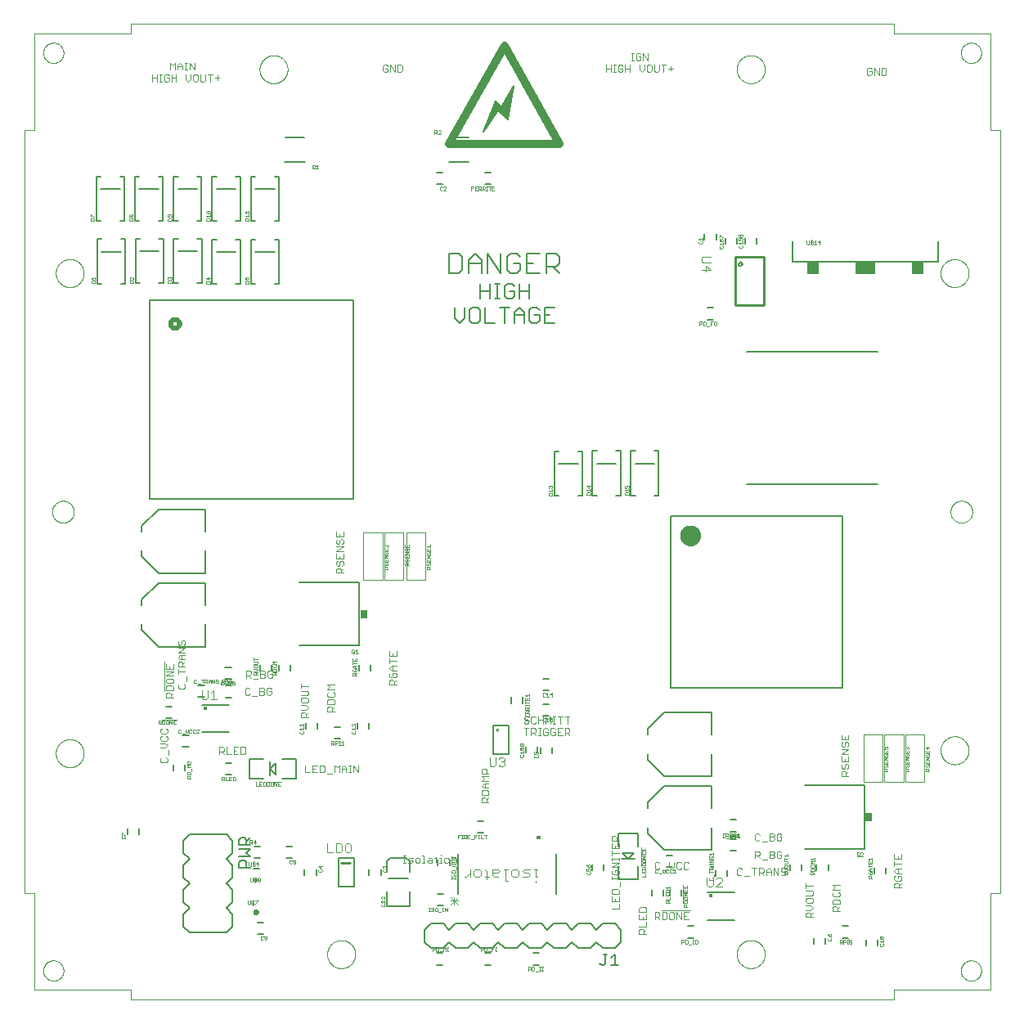
<source format=gto>
G75*
%MOIN*%
%OFA0B0*%
%FSLAX25Y25*%
%IPPOS*%
%LPD*%
%AMOC8*
5,1,8,0,0,1.08239X$1,22.5*
%
%ADD10C,0.00000*%
%ADD11C,0.00300*%
%ADD12C,0.00700*%
%ADD13C,0.00500*%
%ADD14C,0.00600*%
%ADD15C,0.00100*%
%ADD16C,0.00800*%
%ADD17R,0.03000X0.03400*%
%ADD18C,0.00200*%
%ADD19C,0.01575*%
%ADD20C,0.02000*%
%ADD21C,0.05000*%
%ADD22C,0.00400*%
%ADD23C,0.01000*%
%ADD24R,0.07874X0.05118*%
%ADD25R,0.05118X0.05118*%
%ADD26C,0.03200*%
%ADD27C,0.00900*%
D10*
X0013611Y0013008D02*
X0052981Y0013008D01*
X0052981Y0009071D01*
X0364005Y0009071D01*
X0364005Y0013008D01*
X0403375Y0013008D01*
X0403375Y0052378D01*
X0407312Y0052378D01*
X0407312Y0363402D01*
X0403375Y0363402D01*
X0403375Y0402772D01*
X0364005Y0402772D01*
X0364005Y0406709D01*
X0052981Y0406709D01*
X0052981Y0402772D01*
X0013611Y0402772D01*
X0013611Y0363402D01*
X0009674Y0363402D01*
X0009674Y0052378D01*
X0013611Y0052378D01*
X0013611Y0013008D01*
X0017351Y0020882D02*
X0017353Y0021010D01*
X0017359Y0021138D01*
X0017369Y0021265D01*
X0017383Y0021393D01*
X0017400Y0021519D01*
X0017422Y0021645D01*
X0017448Y0021771D01*
X0017477Y0021895D01*
X0017510Y0022019D01*
X0017547Y0022141D01*
X0017588Y0022262D01*
X0017633Y0022382D01*
X0017681Y0022501D01*
X0017733Y0022618D01*
X0017789Y0022733D01*
X0017848Y0022847D01*
X0017910Y0022958D01*
X0017976Y0023068D01*
X0018045Y0023175D01*
X0018118Y0023281D01*
X0018194Y0023384D01*
X0018273Y0023484D01*
X0018355Y0023583D01*
X0018440Y0023678D01*
X0018528Y0023771D01*
X0018619Y0023861D01*
X0018712Y0023948D01*
X0018809Y0024033D01*
X0018907Y0024114D01*
X0019009Y0024192D01*
X0019112Y0024267D01*
X0019218Y0024339D01*
X0019326Y0024408D01*
X0019436Y0024473D01*
X0019549Y0024534D01*
X0019663Y0024593D01*
X0019778Y0024647D01*
X0019896Y0024698D01*
X0020014Y0024746D01*
X0020135Y0024789D01*
X0020256Y0024829D01*
X0020379Y0024865D01*
X0020503Y0024898D01*
X0020628Y0024926D01*
X0020753Y0024951D01*
X0020879Y0024971D01*
X0021006Y0024988D01*
X0021134Y0025001D01*
X0021261Y0025010D01*
X0021389Y0025015D01*
X0021517Y0025016D01*
X0021645Y0025013D01*
X0021773Y0025006D01*
X0021900Y0024995D01*
X0022027Y0024980D01*
X0022154Y0024962D01*
X0022280Y0024939D01*
X0022405Y0024912D01*
X0022529Y0024882D01*
X0022652Y0024848D01*
X0022775Y0024810D01*
X0022896Y0024768D01*
X0023015Y0024722D01*
X0023133Y0024673D01*
X0023250Y0024620D01*
X0023365Y0024564D01*
X0023478Y0024504D01*
X0023589Y0024441D01*
X0023698Y0024374D01*
X0023805Y0024304D01*
X0023910Y0024230D01*
X0024012Y0024154D01*
X0024112Y0024074D01*
X0024210Y0023991D01*
X0024305Y0023905D01*
X0024397Y0023816D01*
X0024486Y0023725D01*
X0024573Y0023631D01*
X0024656Y0023534D01*
X0024737Y0023434D01*
X0024814Y0023333D01*
X0024889Y0023228D01*
X0024960Y0023122D01*
X0025027Y0023013D01*
X0025092Y0022903D01*
X0025152Y0022790D01*
X0025210Y0022676D01*
X0025263Y0022560D01*
X0025313Y0022442D01*
X0025360Y0022323D01*
X0025403Y0022202D01*
X0025442Y0022080D01*
X0025477Y0021957D01*
X0025508Y0021833D01*
X0025536Y0021708D01*
X0025559Y0021582D01*
X0025579Y0021456D01*
X0025595Y0021329D01*
X0025607Y0021202D01*
X0025615Y0021074D01*
X0025619Y0020946D01*
X0025619Y0020818D01*
X0025615Y0020690D01*
X0025607Y0020562D01*
X0025595Y0020435D01*
X0025579Y0020308D01*
X0025559Y0020182D01*
X0025536Y0020056D01*
X0025508Y0019931D01*
X0025477Y0019807D01*
X0025442Y0019684D01*
X0025403Y0019562D01*
X0025360Y0019441D01*
X0025313Y0019322D01*
X0025263Y0019204D01*
X0025210Y0019088D01*
X0025152Y0018974D01*
X0025092Y0018861D01*
X0025027Y0018751D01*
X0024960Y0018642D01*
X0024889Y0018536D01*
X0024814Y0018431D01*
X0024737Y0018330D01*
X0024656Y0018230D01*
X0024573Y0018133D01*
X0024486Y0018039D01*
X0024397Y0017948D01*
X0024305Y0017859D01*
X0024210Y0017773D01*
X0024112Y0017690D01*
X0024012Y0017610D01*
X0023910Y0017534D01*
X0023805Y0017460D01*
X0023698Y0017390D01*
X0023589Y0017323D01*
X0023478Y0017260D01*
X0023365Y0017200D01*
X0023250Y0017144D01*
X0023133Y0017091D01*
X0023015Y0017042D01*
X0022896Y0016996D01*
X0022775Y0016954D01*
X0022652Y0016916D01*
X0022529Y0016882D01*
X0022405Y0016852D01*
X0022280Y0016825D01*
X0022154Y0016802D01*
X0022027Y0016784D01*
X0021900Y0016769D01*
X0021773Y0016758D01*
X0021645Y0016751D01*
X0021517Y0016748D01*
X0021389Y0016749D01*
X0021261Y0016754D01*
X0021134Y0016763D01*
X0021006Y0016776D01*
X0020879Y0016793D01*
X0020753Y0016813D01*
X0020628Y0016838D01*
X0020503Y0016866D01*
X0020379Y0016899D01*
X0020256Y0016935D01*
X0020135Y0016975D01*
X0020014Y0017018D01*
X0019896Y0017066D01*
X0019778Y0017117D01*
X0019663Y0017171D01*
X0019549Y0017230D01*
X0019436Y0017291D01*
X0019326Y0017356D01*
X0019218Y0017425D01*
X0019112Y0017497D01*
X0019009Y0017572D01*
X0018907Y0017650D01*
X0018809Y0017731D01*
X0018712Y0017816D01*
X0018619Y0017903D01*
X0018528Y0017993D01*
X0018440Y0018086D01*
X0018355Y0018181D01*
X0018273Y0018280D01*
X0018194Y0018380D01*
X0018118Y0018483D01*
X0018045Y0018589D01*
X0017976Y0018696D01*
X0017910Y0018806D01*
X0017848Y0018917D01*
X0017789Y0019031D01*
X0017733Y0019146D01*
X0017681Y0019263D01*
X0017633Y0019382D01*
X0017588Y0019502D01*
X0017547Y0019623D01*
X0017510Y0019745D01*
X0017477Y0019869D01*
X0017448Y0019993D01*
X0017422Y0020119D01*
X0017400Y0020245D01*
X0017383Y0020371D01*
X0017369Y0020499D01*
X0017359Y0020626D01*
X0017353Y0020754D01*
X0017351Y0020882D01*
X0022469Y0109465D02*
X0022471Y0109616D01*
X0022477Y0109766D01*
X0022487Y0109917D01*
X0022501Y0110067D01*
X0022519Y0110216D01*
X0022540Y0110366D01*
X0022566Y0110514D01*
X0022596Y0110662D01*
X0022629Y0110809D01*
X0022667Y0110955D01*
X0022708Y0111100D01*
X0022753Y0111244D01*
X0022802Y0111386D01*
X0022855Y0111527D01*
X0022911Y0111667D01*
X0022971Y0111805D01*
X0023034Y0111942D01*
X0023102Y0112077D01*
X0023172Y0112210D01*
X0023246Y0112341D01*
X0023324Y0112470D01*
X0023405Y0112597D01*
X0023489Y0112722D01*
X0023577Y0112845D01*
X0023668Y0112965D01*
X0023762Y0113083D01*
X0023859Y0113198D01*
X0023959Y0113311D01*
X0024062Y0113421D01*
X0024168Y0113528D01*
X0024277Y0113633D01*
X0024388Y0113734D01*
X0024502Y0113833D01*
X0024618Y0113928D01*
X0024738Y0114021D01*
X0024859Y0114110D01*
X0024983Y0114196D01*
X0025109Y0114279D01*
X0025237Y0114358D01*
X0025367Y0114434D01*
X0025499Y0114507D01*
X0025633Y0114575D01*
X0025769Y0114641D01*
X0025907Y0114703D01*
X0026046Y0114761D01*
X0026186Y0114815D01*
X0026328Y0114866D01*
X0026471Y0114913D01*
X0026616Y0114956D01*
X0026761Y0114995D01*
X0026908Y0115031D01*
X0027055Y0115062D01*
X0027203Y0115090D01*
X0027352Y0115114D01*
X0027501Y0115134D01*
X0027651Y0115150D01*
X0027801Y0115162D01*
X0027952Y0115170D01*
X0028103Y0115174D01*
X0028253Y0115174D01*
X0028404Y0115170D01*
X0028555Y0115162D01*
X0028705Y0115150D01*
X0028855Y0115134D01*
X0029004Y0115114D01*
X0029153Y0115090D01*
X0029301Y0115062D01*
X0029448Y0115031D01*
X0029595Y0114995D01*
X0029740Y0114956D01*
X0029885Y0114913D01*
X0030028Y0114866D01*
X0030170Y0114815D01*
X0030310Y0114761D01*
X0030449Y0114703D01*
X0030587Y0114641D01*
X0030723Y0114575D01*
X0030857Y0114507D01*
X0030989Y0114434D01*
X0031119Y0114358D01*
X0031247Y0114279D01*
X0031373Y0114196D01*
X0031497Y0114110D01*
X0031618Y0114021D01*
X0031738Y0113928D01*
X0031854Y0113833D01*
X0031968Y0113734D01*
X0032079Y0113633D01*
X0032188Y0113528D01*
X0032294Y0113421D01*
X0032397Y0113311D01*
X0032497Y0113198D01*
X0032594Y0113083D01*
X0032688Y0112965D01*
X0032779Y0112845D01*
X0032867Y0112722D01*
X0032951Y0112597D01*
X0033032Y0112470D01*
X0033110Y0112341D01*
X0033184Y0112210D01*
X0033254Y0112077D01*
X0033322Y0111942D01*
X0033385Y0111805D01*
X0033445Y0111667D01*
X0033501Y0111527D01*
X0033554Y0111386D01*
X0033603Y0111244D01*
X0033648Y0111100D01*
X0033689Y0110955D01*
X0033727Y0110809D01*
X0033760Y0110662D01*
X0033790Y0110514D01*
X0033816Y0110366D01*
X0033837Y0110216D01*
X0033855Y0110067D01*
X0033869Y0109917D01*
X0033879Y0109766D01*
X0033885Y0109616D01*
X0033887Y0109465D01*
X0033885Y0109314D01*
X0033879Y0109164D01*
X0033869Y0109013D01*
X0033855Y0108863D01*
X0033837Y0108714D01*
X0033816Y0108564D01*
X0033790Y0108416D01*
X0033760Y0108268D01*
X0033727Y0108121D01*
X0033689Y0107975D01*
X0033648Y0107830D01*
X0033603Y0107686D01*
X0033554Y0107544D01*
X0033501Y0107403D01*
X0033445Y0107263D01*
X0033385Y0107125D01*
X0033322Y0106988D01*
X0033254Y0106853D01*
X0033184Y0106720D01*
X0033110Y0106589D01*
X0033032Y0106460D01*
X0032951Y0106333D01*
X0032867Y0106208D01*
X0032779Y0106085D01*
X0032688Y0105965D01*
X0032594Y0105847D01*
X0032497Y0105732D01*
X0032397Y0105619D01*
X0032294Y0105509D01*
X0032188Y0105402D01*
X0032079Y0105297D01*
X0031968Y0105196D01*
X0031854Y0105097D01*
X0031738Y0105002D01*
X0031618Y0104909D01*
X0031497Y0104820D01*
X0031373Y0104734D01*
X0031247Y0104651D01*
X0031119Y0104572D01*
X0030989Y0104496D01*
X0030857Y0104423D01*
X0030723Y0104355D01*
X0030587Y0104289D01*
X0030449Y0104227D01*
X0030310Y0104169D01*
X0030170Y0104115D01*
X0030028Y0104064D01*
X0029885Y0104017D01*
X0029740Y0103974D01*
X0029595Y0103935D01*
X0029448Y0103899D01*
X0029301Y0103868D01*
X0029153Y0103840D01*
X0029004Y0103816D01*
X0028855Y0103796D01*
X0028705Y0103780D01*
X0028555Y0103768D01*
X0028404Y0103760D01*
X0028253Y0103756D01*
X0028103Y0103756D01*
X0027952Y0103760D01*
X0027801Y0103768D01*
X0027651Y0103780D01*
X0027501Y0103796D01*
X0027352Y0103816D01*
X0027203Y0103840D01*
X0027055Y0103868D01*
X0026908Y0103899D01*
X0026761Y0103935D01*
X0026616Y0103974D01*
X0026471Y0104017D01*
X0026328Y0104064D01*
X0026186Y0104115D01*
X0026046Y0104169D01*
X0025907Y0104227D01*
X0025769Y0104289D01*
X0025633Y0104355D01*
X0025499Y0104423D01*
X0025367Y0104496D01*
X0025237Y0104572D01*
X0025109Y0104651D01*
X0024983Y0104734D01*
X0024859Y0104820D01*
X0024738Y0104909D01*
X0024618Y0105002D01*
X0024502Y0105097D01*
X0024388Y0105196D01*
X0024277Y0105297D01*
X0024168Y0105402D01*
X0024062Y0105509D01*
X0023959Y0105619D01*
X0023859Y0105732D01*
X0023762Y0105847D01*
X0023668Y0105965D01*
X0023577Y0106085D01*
X0023489Y0106208D01*
X0023405Y0106333D01*
X0023324Y0106460D01*
X0023246Y0106589D01*
X0023172Y0106720D01*
X0023102Y0106853D01*
X0023034Y0106988D01*
X0022971Y0107125D01*
X0022911Y0107263D01*
X0022855Y0107403D01*
X0022802Y0107544D01*
X0022753Y0107686D01*
X0022708Y0107830D01*
X0022667Y0107975D01*
X0022629Y0108121D01*
X0022596Y0108268D01*
X0022566Y0108416D01*
X0022540Y0108564D01*
X0022519Y0108714D01*
X0022501Y0108863D01*
X0022487Y0109013D01*
X0022477Y0109164D01*
X0022471Y0109314D01*
X0022469Y0109465D01*
X0020973Y0207890D02*
X0020975Y0208023D01*
X0020981Y0208156D01*
X0020991Y0208289D01*
X0021005Y0208421D01*
X0021023Y0208553D01*
X0021044Y0208684D01*
X0021070Y0208815D01*
X0021100Y0208945D01*
X0021133Y0209074D01*
X0021171Y0209201D01*
X0021212Y0209328D01*
X0021257Y0209453D01*
X0021305Y0209577D01*
X0021358Y0209700D01*
X0021414Y0209820D01*
X0021473Y0209939D01*
X0021536Y0210057D01*
X0021603Y0210172D01*
X0021673Y0210285D01*
X0021746Y0210396D01*
X0021823Y0210505D01*
X0021903Y0210612D01*
X0021986Y0210716D01*
X0022072Y0210817D01*
X0022161Y0210916D01*
X0022253Y0211012D01*
X0022347Y0211106D01*
X0022445Y0211196D01*
X0022545Y0211284D01*
X0022648Y0211368D01*
X0022753Y0211450D01*
X0022861Y0211528D01*
X0022971Y0211603D01*
X0023083Y0211675D01*
X0023198Y0211743D01*
X0023314Y0211808D01*
X0023432Y0211869D01*
X0023552Y0211927D01*
X0023673Y0211981D01*
X0023797Y0212031D01*
X0023921Y0212078D01*
X0024047Y0212121D01*
X0024174Y0212160D01*
X0024303Y0212196D01*
X0024432Y0212227D01*
X0024562Y0212255D01*
X0024693Y0212279D01*
X0024825Y0212299D01*
X0024957Y0212315D01*
X0025090Y0212327D01*
X0025222Y0212335D01*
X0025355Y0212339D01*
X0025489Y0212339D01*
X0025622Y0212335D01*
X0025754Y0212327D01*
X0025887Y0212315D01*
X0026019Y0212299D01*
X0026151Y0212279D01*
X0026282Y0212255D01*
X0026412Y0212227D01*
X0026541Y0212196D01*
X0026670Y0212160D01*
X0026797Y0212121D01*
X0026923Y0212078D01*
X0027047Y0212031D01*
X0027171Y0211981D01*
X0027292Y0211927D01*
X0027412Y0211869D01*
X0027530Y0211808D01*
X0027647Y0211743D01*
X0027761Y0211675D01*
X0027873Y0211603D01*
X0027983Y0211528D01*
X0028091Y0211450D01*
X0028196Y0211368D01*
X0028299Y0211284D01*
X0028399Y0211196D01*
X0028497Y0211106D01*
X0028591Y0211012D01*
X0028683Y0210916D01*
X0028772Y0210817D01*
X0028858Y0210716D01*
X0028941Y0210612D01*
X0029021Y0210505D01*
X0029098Y0210396D01*
X0029171Y0210285D01*
X0029241Y0210172D01*
X0029308Y0210057D01*
X0029371Y0209939D01*
X0029430Y0209820D01*
X0029486Y0209700D01*
X0029539Y0209577D01*
X0029587Y0209453D01*
X0029632Y0209328D01*
X0029673Y0209201D01*
X0029711Y0209074D01*
X0029744Y0208945D01*
X0029774Y0208815D01*
X0029800Y0208684D01*
X0029821Y0208553D01*
X0029839Y0208421D01*
X0029853Y0208289D01*
X0029863Y0208156D01*
X0029869Y0208023D01*
X0029871Y0207890D01*
X0029869Y0207757D01*
X0029863Y0207624D01*
X0029853Y0207491D01*
X0029839Y0207359D01*
X0029821Y0207227D01*
X0029800Y0207096D01*
X0029774Y0206965D01*
X0029744Y0206835D01*
X0029711Y0206706D01*
X0029673Y0206579D01*
X0029632Y0206452D01*
X0029587Y0206327D01*
X0029539Y0206203D01*
X0029486Y0206080D01*
X0029430Y0205960D01*
X0029371Y0205841D01*
X0029308Y0205723D01*
X0029241Y0205608D01*
X0029171Y0205495D01*
X0029098Y0205384D01*
X0029021Y0205275D01*
X0028941Y0205168D01*
X0028858Y0205064D01*
X0028772Y0204963D01*
X0028683Y0204864D01*
X0028591Y0204768D01*
X0028497Y0204674D01*
X0028399Y0204584D01*
X0028299Y0204496D01*
X0028196Y0204412D01*
X0028091Y0204330D01*
X0027983Y0204252D01*
X0027873Y0204177D01*
X0027761Y0204105D01*
X0027646Y0204037D01*
X0027530Y0203972D01*
X0027412Y0203911D01*
X0027292Y0203853D01*
X0027171Y0203799D01*
X0027047Y0203749D01*
X0026923Y0203702D01*
X0026797Y0203659D01*
X0026670Y0203620D01*
X0026541Y0203584D01*
X0026412Y0203553D01*
X0026282Y0203525D01*
X0026151Y0203501D01*
X0026019Y0203481D01*
X0025887Y0203465D01*
X0025754Y0203453D01*
X0025622Y0203445D01*
X0025489Y0203441D01*
X0025355Y0203441D01*
X0025222Y0203445D01*
X0025090Y0203453D01*
X0024957Y0203465D01*
X0024825Y0203481D01*
X0024693Y0203501D01*
X0024562Y0203525D01*
X0024432Y0203553D01*
X0024303Y0203584D01*
X0024174Y0203620D01*
X0024047Y0203659D01*
X0023921Y0203702D01*
X0023797Y0203749D01*
X0023673Y0203799D01*
X0023552Y0203853D01*
X0023432Y0203911D01*
X0023314Y0203972D01*
X0023197Y0204037D01*
X0023083Y0204105D01*
X0022971Y0204177D01*
X0022861Y0204252D01*
X0022753Y0204330D01*
X0022648Y0204412D01*
X0022545Y0204496D01*
X0022445Y0204584D01*
X0022347Y0204674D01*
X0022253Y0204768D01*
X0022161Y0204864D01*
X0022072Y0204963D01*
X0021986Y0205064D01*
X0021903Y0205168D01*
X0021823Y0205275D01*
X0021746Y0205384D01*
X0021673Y0205495D01*
X0021603Y0205608D01*
X0021536Y0205723D01*
X0021473Y0205841D01*
X0021414Y0205960D01*
X0021358Y0206080D01*
X0021305Y0206203D01*
X0021257Y0206327D01*
X0021212Y0206452D01*
X0021171Y0206579D01*
X0021133Y0206706D01*
X0021100Y0206835D01*
X0021070Y0206965D01*
X0021044Y0207096D01*
X0021023Y0207227D01*
X0021005Y0207359D01*
X0020991Y0207491D01*
X0020981Y0207624D01*
X0020975Y0207757D01*
X0020973Y0207890D01*
X0022469Y0305134D02*
X0022471Y0305285D01*
X0022477Y0305435D01*
X0022487Y0305586D01*
X0022501Y0305736D01*
X0022519Y0305885D01*
X0022540Y0306035D01*
X0022566Y0306183D01*
X0022596Y0306331D01*
X0022629Y0306478D01*
X0022667Y0306624D01*
X0022708Y0306769D01*
X0022753Y0306913D01*
X0022802Y0307055D01*
X0022855Y0307196D01*
X0022911Y0307336D01*
X0022971Y0307474D01*
X0023034Y0307611D01*
X0023102Y0307746D01*
X0023172Y0307879D01*
X0023246Y0308010D01*
X0023324Y0308139D01*
X0023405Y0308266D01*
X0023489Y0308391D01*
X0023577Y0308514D01*
X0023668Y0308634D01*
X0023762Y0308752D01*
X0023859Y0308867D01*
X0023959Y0308980D01*
X0024062Y0309090D01*
X0024168Y0309197D01*
X0024277Y0309302D01*
X0024388Y0309403D01*
X0024502Y0309502D01*
X0024618Y0309597D01*
X0024738Y0309690D01*
X0024859Y0309779D01*
X0024983Y0309865D01*
X0025109Y0309948D01*
X0025237Y0310027D01*
X0025367Y0310103D01*
X0025499Y0310176D01*
X0025633Y0310244D01*
X0025769Y0310310D01*
X0025907Y0310372D01*
X0026046Y0310430D01*
X0026186Y0310484D01*
X0026328Y0310535D01*
X0026471Y0310582D01*
X0026616Y0310625D01*
X0026761Y0310664D01*
X0026908Y0310700D01*
X0027055Y0310731D01*
X0027203Y0310759D01*
X0027352Y0310783D01*
X0027501Y0310803D01*
X0027651Y0310819D01*
X0027801Y0310831D01*
X0027952Y0310839D01*
X0028103Y0310843D01*
X0028253Y0310843D01*
X0028404Y0310839D01*
X0028555Y0310831D01*
X0028705Y0310819D01*
X0028855Y0310803D01*
X0029004Y0310783D01*
X0029153Y0310759D01*
X0029301Y0310731D01*
X0029448Y0310700D01*
X0029595Y0310664D01*
X0029740Y0310625D01*
X0029885Y0310582D01*
X0030028Y0310535D01*
X0030170Y0310484D01*
X0030310Y0310430D01*
X0030449Y0310372D01*
X0030587Y0310310D01*
X0030723Y0310244D01*
X0030857Y0310176D01*
X0030989Y0310103D01*
X0031119Y0310027D01*
X0031247Y0309948D01*
X0031373Y0309865D01*
X0031497Y0309779D01*
X0031618Y0309690D01*
X0031738Y0309597D01*
X0031854Y0309502D01*
X0031968Y0309403D01*
X0032079Y0309302D01*
X0032188Y0309197D01*
X0032294Y0309090D01*
X0032397Y0308980D01*
X0032497Y0308867D01*
X0032594Y0308752D01*
X0032688Y0308634D01*
X0032779Y0308514D01*
X0032867Y0308391D01*
X0032951Y0308266D01*
X0033032Y0308139D01*
X0033110Y0308010D01*
X0033184Y0307879D01*
X0033254Y0307746D01*
X0033322Y0307611D01*
X0033385Y0307474D01*
X0033445Y0307336D01*
X0033501Y0307196D01*
X0033554Y0307055D01*
X0033603Y0306913D01*
X0033648Y0306769D01*
X0033689Y0306624D01*
X0033727Y0306478D01*
X0033760Y0306331D01*
X0033790Y0306183D01*
X0033816Y0306035D01*
X0033837Y0305885D01*
X0033855Y0305736D01*
X0033869Y0305586D01*
X0033879Y0305435D01*
X0033885Y0305285D01*
X0033887Y0305134D01*
X0033885Y0304983D01*
X0033879Y0304833D01*
X0033869Y0304682D01*
X0033855Y0304532D01*
X0033837Y0304383D01*
X0033816Y0304233D01*
X0033790Y0304085D01*
X0033760Y0303937D01*
X0033727Y0303790D01*
X0033689Y0303644D01*
X0033648Y0303499D01*
X0033603Y0303355D01*
X0033554Y0303213D01*
X0033501Y0303072D01*
X0033445Y0302932D01*
X0033385Y0302794D01*
X0033322Y0302657D01*
X0033254Y0302522D01*
X0033184Y0302389D01*
X0033110Y0302258D01*
X0033032Y0302129D01*
X0032951Y0302002D01*
X0032867Y0301877D01*
X0032779Y0301754D01*
X0032688Y0301634D01*
X0032594Y0301516D01*
X0032497Y0301401D01*
X0032397Y0301288D01*
X0032294Y0301178D01*
X0032188Y0301071D01*
X0032079Y0300966D01*
X0031968Y0300865D01*
X0031854Y0300766D01*
X0031738Y0300671D01*
X0031618Y0300578D01*
X0031497Y0300489D01*
X0031373Y0300403D01*
X0031247Y0300320D01*
X0031119Y0300241D01*
X0030989Y0300165D01*
X0030857Y0300092D01*
X0030723Y0300024D01*
X0030587Y0299958D01*
X0030449Y0299896D01*
X0030310Y0299838D01*
X0030170Y0299784D01*
X0030028Y0299733D01*
X0029885Y0299686D01*
X0029740Y0299643D01*
X0029595Y0299604D01*
X0029448Y0299568D01*
X0029301Y0299537D01*
X0029153Y0299509D01*
X0029004Y0299485D01*
X0028855Y0299465D01*
X0028705Y0299449D01*
X0028555Y0299437D01*
X0028404Y0299429D01*
X0028253Y0299425D01*
X0028103Y0299425D01*
X0027952Y0299429D01*
X0027801Y0299437D01*
X0027651Y0299449D01*
X0027501Y0299465D01*
X0027352Y0299485D01*
X0027203Y0299509D01*
X0027055Y0299537D01*
X0026908Y0299568D01*
X0026761Y0299604D01*
X0026616Y0299643D01*
X0026471Y0299686D01*
X0026328Y0299733D01*
X0026186Y0299784D01*
X0026046Y0299838D01*
X0025907Y0299896D01*
X0025769Y0299958D01*
X0025633Y0300024D01*
X0025499Y0300092D01*
X0025367Y0300165D01*
X0025237Y0300241D01*
X0025109Y0300320D01*
X0024983Y0300403D01*
X0024859Y0300489D01*
X0024738Y0300578D01*
X0024618Y0300671D01*
X0024502Y0300766D01*
X0024388Y0300865D01*
X0024277Y0300966D01*
X0024168Y0301071D01*
X0024062Y0301178D01*
X0023959Y0301288D01*
X0023859Y0301401D01*
X0023762Y0301516D01*
X0023668Y0301634D01*
X0023577Y0301754D01*
X0023489Y0301877D01*
X0023405Y0302002D01*
X0023324Y0302129D01*
X0023246Y0302258D01*
X0023172Y0302389D01*
X0023102Y0302522D01*
X0023034Y0302657D01*
X0022971Y0302794D01*
X0022911Y0302932D01*
X0022855Y0303072D01*
X0022802Y0303213D01*
X0022753Y0303355D01*
X0022708Y0303499D01*
X0022667Y0303644D01*
X0022629Y0303790D01*
X0022596Y0303937D01*
X0022566Y0304085D01*
X0022540Y0304233D01*
X0022519Y0304383D01*
X0022501Y0304532D01*
X0022487Y0304682D01*
X0022477Y0304833D01*
X0022471Y0304983D01*
X0022469Y0305134D01*
X0105540Y0388205D02*
X0105542Y0388356D01*
X0105548Y0388506D01*
X0105558Y0388657D01*
X0105572Y0388807D01*
X0105590Y0388956D01*
X0105611Y0389106D01*
X0105637Y0389254D01*
X0105667Y0389402D01*
X0105700Y0389549D01*
X0105738Y0389695D01*
X0105779Y0389840D01*
X0105824Y0389984D01*
X0105873Y0390126D01*
X0105926Y0390267D01*
X0105982Y0390407D01*
X0106042Y0390545D01*
X0106105Y0390682D01*
X0106173Y0390817D01*
X0106243Y0390950D01*
X0106317Y0391081D01*
X0106395Y0391210D01*
X0106476Y0391337D01*
X0106560Y0391462D01*
X0106648Y0391585D01*
X0106739Y0391705D01*
X0106833Y0391823D01*
X0106930Y0391938D01*
X0107030Y0392051D01*
X0107133Y0392161D01*
X0107239Y0392268D01*
X0107348Y0392373D01*
X0107459Y0392474D01*
X0107573Y0392573D01*
X0107689Y0392668D01*
X0107809Y0392761D01*
X0107930Y0392850D01*
X0108054Y0392936D01*
X0108180Y0393019D01*
X0108308Y0393098D01*
X0108438Y0393174D01*
X0108570Y0393247D01*
X0108704Y0393315D01*
X0108840Y0393381D01*
X0108978Y0393443D01*
X0109117Y0393501D01*
X0109257Y0393555D01*
X0109399Y0393606D01*
X0109542Y0393653D01*
X0109687Y0393696D01*
X0109832Y0393735D01*
X0109979Y0393771D01*
X0110126Y0393802D01*
X0110274Y0393830D01*
X0110423Y0393854D01*
X0110572Y0393874D01*
X0110722Y0393890D01*
X0110872Y0393902D01*
X0111023Y0393910D01*
X0111174Y0393914D01*
X0111324Y0393914D01*
X0111475Y0393910D01*
X0111626Y0393902D01*
X0111776Y0393890D01*
X0111926Y0393874D01*
X0112075Y0393854D01*
X0112224Y0393830D01*
X0112372Y0393802D01*
X0112519Y0393771D01*
X0112666Y0393735D01*
X0112811Y0393696D01*
X0112956Y0393653D01*
X0113099Y0393606D01*
X0113241Y0393555D01*
X0113381Y0393501D01*
X0113520Y0393443D01*
X0113658Y0393381D01*
X0113794Y0393315D01*
X0113928Y0393247D01*
X0114060Y0393174D01*
X0114190Y0393098D01*
X0114318Y0393019D01*
X0114444Y0392936D01*
X0114568Y0392850D01*
X0114689Y0392761D01*
X0114809Y0392668D01*
X0114925Y0392573D01*
X0115039Y0392474D01*
X0115150Y0392373D01*
X0115259Y0392268D01*
X0115365Y0392161D01*
X0115468Y0392051D01*
X0115568Y0391938D01*
X0115665Y0391823D01*
X0115759Y0391705D01*
X0115850Y0391585D01*
X0115938Y0391462D01*
X0116022Y0391337D01*
X0116103Y0391210D01*
X0116181Y0391081D01*
X0116255Y0390950D01*
X0116325Y0390817D01*
X0116393Y0390682D01*
X0116456Y0390545D01*
X0116516Y0390407D01*
X0116572Y0390267D01*
X0116625Y0390126D01*
X0116674Y0389984D01*
X0116719Y0389840D01*
X0116760Y0389695D01*
X0116798Y0389549D01*
X0116831Y0389402D01*
X0116861Y0389254D01*
X0116887Y0389106D01*
X0116908Y0388956D01*
X0116926Y0388807D01*
X0116940Y0388657D01*
X0116950Y0388506D01*
X0116956Y0388356D01*
X0116958Y0388205D01*
X0116956Y0388054D01*
X0116950Y0387904D01*
X0116940Y0387753D01*
X0116926Y0387603D01*
X0116908Y0387454D01*
X0116887Y0387304D01*
X0116861Y0387156D01*
X0116831Y0387008D01*
X0116798Y0386861D01*
X0116760Y0386715D01*
X0116719Y0386570D01*
X0116674Y0386426D01*
X0116625Y0386284D01*
X0116572Y0386143D01*
X0116516Y0386003D01*
X0116456Y0385865D01*
X0116393Y0385728D01*
X0116325Y0385593D01*
X0116255Y0385460D01*
X0116181Y0385329D01*
X0116103Y0385200D01*
X0116022Y0385073D01*
X0115938Y0384948D01*
X0115850Y0384825D01*
X0115759Y0384705D01*
X0115665Y0384587D01*
X0115568Y0384472D01*
X0115468Y0384359D01*
X0115365Y0384249D01*
X0115259Y0384142D01*
X0115150Y0384037D01*
X0115039Y0383936D01*
X0114925Y0383837D01*
X0114809Y0383742D01*
X0114689Y0383649D01*
X0114568Y0383560D01*
X0114444Y0383474D01*
X0114318Y0383391D01*
X0114190Y0383312D01*
X0114060Y0383236D01*
X0113928Y0383163D01*
X0113794Y0383095D01*
X0113658Y0383029D01*
X0113520Y0382967D01*
X0113381Y0382909D01*
X0113241Y0382855D01*
X0113099Y0382804D01*
X0112956Y0382757D01*
X0112811Y0382714D01*
X0112666Y0382675D01*
X0112519Y0382639D01*
X0112372Y0382608D01*
X0112224Y0382580D01*
X0112075Y0382556D01*
X0111926Y0382536D01*
X0111776Y0382520D01*
X0111626Y0382508D01*
X0111475Y0382500D01*
X0111324Y0382496D01*
X0111174Y0382496D01*
X0111023Y0382500D01*
X0110872Y0382508D01*
X0110722Y0382520D01*
X0110572Y0382536D01*
X0110423Y0382556D01*
X0110274Y0382580D01*
X0110126Y0382608D01*
X0109979Y0382639D01*
X0109832Y0382675D01*
X0109687Y0382714D01*
X0109542Y0382757D01*
X0109399Y0382804D01*
X0109257Y0382855D01*
X0109117Y0382909D01*
X0108978Y0382967D01*
X0108840Y0383029D01*
X0108704Y0383095D01*
X0108570Y0383163D01*
X0108438Y0383236D01*
X0108308Y0383312D01*
X0108180Y0383391D01*
X0108054Y0383474D01*
X0107930Y0383560D01*
X0107809Y0383649D01*
X0107689Y0383742D01*
X0107573Y0383837D01*
X0107459Y0383936D01*
X0107348Y0384037D01*
X0107239Y0384142D01*
X0107133Y0384249D01*
X0107030Y0384359D01*
X0106930Y0384472D01*
X0106833Y0384587D01*
X0106739Y0384705D01*
X0106648Y0384825D01*
X0106560Y0384948D01*
X0106476Y0385073D01*
X0106395Y0385200D01*
X0106317Y0385329D01*
X0106243Y0385460D01*
X0106173Y0385593D01*
X0106105Y0385728D01*
X0106042Y0385865D01*
X0105982Y0386003D01*
X0105926Y0386143D01*
X0105873Y0386284D01*
X0105824Y0386426D01*
X0105779Y0386570D01*
X0105738Y0386715D01*
X0105700Y0386861D01*
X0105667Y0387008D01*
X0105637Y0387156D01*
X0105611Y0387304D01*
X0105590Y0387454D01*
X0105572Y0387603D01*
X0105558Y0387753D01*
X0105548Y0387904D01*
X0105542Y0388054D01*
X0105540Y0388205D01*
X0017351Y0394898D02*
X0017353Y0395026D01*
X0017359Y0395154D01*
X0017369Y0395281D01*
X0017383Y0395409D01*
X0017400Y0395535D01*
X0017422Y0395661D01*
X0017448Y0395787D01*
X0017477Y0395911D01*
X0017510Y0396035D01*
X0017547Y0396157D01*
X0017588Y0396278D01*
X0017633Y0396398D01*
X0017681Y0396517D01*
X0017733Y0396634D01*
X0017789Y0396749D01*
X0017848Y0396863D01*
X0017910Y0396974D01*
X0017976Y0397084D01*
X0018045Y0397191D01*
X0018118Y0397297D01*
X0018194Y0397400D01*
X0018273Y0397500D01*
X0018355Y0397599D01*
X0018440Y0397694D01*
X0018528Y0397787D01*
X0018619Y0397877D01*
X0018712Y0397964D01*
X0018809Y0398049D01*
X0018907Y0398130D01*
X0019009Y0398208D01*
X0019112Y0398283D01*
X0019218Y0398355D01*
X0019326Y0398424D01*
X0019436Y0398489D01*
X0019549Y0398550D01*
X0019663Y0398609D01*
X0019778Y0398663D01*
X0019896Y0398714D01*
X0020014Y0398762D01*
X0020135Y0398805D01*
X0020256Y0398845D01*
X0020379Y0398881D01*
X0020503Y0398914D01*
X0020628Y0398942D01*
X0020753Y0398967D01*
X0020879Y0398987D01*
X0021006Y0399004D01*
X0021134Y0399017D01*
X0021261Y0399026D01*
X0021389Y0399031D01*
X0021517Y0399032D01*
X0021645Y0399029D01*
X0021773Y0399022D01*
X0021900Y0399011D01*
X0022027Y0398996D01*
X0022154Y0398978D01*
X0022280Y0398955D01*
X0022405Y0398928D01*
X0022529Y0398898D01*
X0022652Y0398864D01*
X0022775Y0398826D01*
X0022896Y0398784D01*
X0023015Y0398738D01*
X0023133Y0398689D01*
X0023250Y0398636D01*
X0023365Y0398580D01*
X0023478Y0398520D01*
X0023589Y0398457D01*
X0023698Y0398390D01*
X0023805Y0398320D01*
X0023910Y0398246D01*
X0024012Y0398170D01*
X0024112Y0398090D01*
X0024210Y0398007D01*
X0024305Y0397921D01*
X0024397Y0397832D01*
X0024486Y0397741D01*
X0024573Y0397647D01*
X0024656Y0397550D01*
X0024737Y0397450D01*
X0024814Y0397349D01*
X0024889Y0397244D01*
X0024960Y0397138D01*
X0025027Y0397029D01*
X0025092Y0396919D01*
X0025152Y0396806D01*
X0025210Y0396692D01*
X0025263Y0396576D01*
X0025313Y0396458D01*
X0025360Y0396339D01*
X0025403Y0396218D01*
X0025442Y0396096D01*
X0025477Y0395973D01*
X0025508Y0395849D01*
X0025536Y0395724D01*
X0025559Y0395598D01*
X0025579Y0395472D01*
X0025595Y0395345D01*
X0025607Y0395218D01*
X0025615Y0395090D01*
X0025619Y0394962D01*
X0025619Y0394834D01*
X0025615Y0394706D01*
X0025607Y0394578D01*
X0025595Y0394451D01*
X0025579Y0394324D01*
X0025559Y0394198D01*
X0025536Y0394072D01*
X0025508Y0393947D01*
X0025477Y0393823D01*
X0025442Y0393700D01*
X0025403Y0393578D01*
X0025360Y0393457D01*
X0025313Y0393338D01*
X0025263Y0393220D01*
X0025210Y0393104D01*
X0025152Y0392990D01*
X0025092Y0392877D01*
X0025027Y0392767D01*
X0024960Y0392658D01*
X0024889Y0392552D01*
X0024814Y0392447D01*
X0024737Y0392346D01*
X0024656Y0392246D01*
X0024573Y0392149D01*
X0024486Y0392055D01*
X0024397Y0391964D01*
X0024305Y0391875D01*
X0024210Y0391789D01*
X0024112Y0391706D01*
X0024012Y0391626D01*
X0023910Y0391550D01*
X0023805Y0391476D01*
X0023698Y0391406D01*
X0023589Y0391339D01*
X0023478Y0391276D01*
X0023365Y0391216D01*
X0023250Y0391160D01*
X0023133Y0391107D01*
X0023015Y0391058D01*
X0022896Y0391012D01*
X0022775Y0390970D01*
X0022652Y0390932D01*
X0022529Y0390898D01*
X0022405Y0390868D01*
X0022280Y0390841D01*
X0022154Y0390818D01*
X0022027Y0390800D01*
X0021900Y0390785D01*
X0021773Y0390774D01*
X0021645Y0390767D01*
X0021517Y0390764D01*
X0021389Y0390765D01*
X0021261Y0390770D01*
X0021134Y0390779D01*
X0021006Y0390792D01*
X0020879Y0390809D01*
X0020753Y0390829D01*
X0020628Y0390854D01*
X0020503Y0390882D01*
X0020379Y0390915D01*
X0020256Y0390951D01*
X0020135Y0390991D01*
X0020014Y0391034D01*
X0019896Y0391082D01*
X0019778Y0391133D01*
X0019663Y0391187D01*
X0019549Y0391246D01*
X0019436Y0391307D01*
X0019326Y0391372D01*
X0019218Y0391441D01*
X0019112Y0391513D01*
X0019009Y0391588D01*
X0018907Y0391666D01*
X0018809Y0391747D01*
X0018712Y0391832D01*
X0018619Y0391919D01*
X0018528Y0392009D01*
X0018440Y0392102D01*
X0018355Y0392197D01*
X0018273Y0392296D01*
X0018194Y0392396D01*
X0018118Y0392499D01*
X0018045Y0392605D01*
X0017976Y0392712D01*
X0017910Y0392822D01*
X0017848Y0392933D01*
X0017789Y0393047D01*
X0017733Y0393162D01*
X0017681Y0393279D01*
X0017633Y0393398D01*
X0017588Y0393518D01*
X0017547Y0393639D01*
X0017510Y0393761D01*
X0017477Y0393885D01*
X0017448Y0394009D01*
X0017422Y0394135D01*
X0017400Y0394261D01*
X0017383Y0394387D01*
X0017369Y0394515D01*
X0017359Y0394642D01*
X0017353Y0394770D01*
X0017351Y0394898D01*
X0300028Y0388205D02*
X0300030Y0388356D01*
X0300036Y0388506D01*
X0300046Y0388657D01*
X0300060Y0388807D01*
X0300078Y0388956D01*
X0300099Y0389106D01*
X0300125Y0389254D01*
X0300155Y0389402D01*
X0300188Y0389549D01*
X0300226Y0389695D01*
X0300267Y0389840D01*
X0300312Y0389984D01*
X0300361Y0390126D01*
X0300414Y0390267D01*
X0300470Y0390407D01*
X0300530Y0390545D01*
X0300593Y0390682D01*
X0300661Y0390817D01*
X0300731Y0390950D01*
X0300805Y0391081D01*
X0300883Y0391210D01*
X0300964Y0391337D01*
X0301048Y0391462D01*
X0301136Y0391585D01*
X0301227Y0391705D01*
X0301321Y0391823D01*
X0301418Y0391938D01*
X0301518Y0392051D01*
X0301621Y0392161D01*
X0301727Y0392268D01*
X0301836Y0392373D01*
X0301947Y0392474D01*
X0302061Y0392573D01*
X0302177Y0392668D01*
X0302297Y0392761D01*
X0302418Y0392850D01*
X0302542Y0392936D01*
X0302668Y0393019D01*
X0302796Y0393098D01*
X0302926Y0393174D01*
X0303058Y0393247D01*
X0303192Y0393315D01*
X0303328Y0393381D01*
X0303466Y0393443D01*
X0303605Y0393501D01*
X0303745Y0393555D01*
X0303887Y0393606D01*
X0304030Y0393653D01*
X0304175Y0393696D01*
X0304320Y0393735D01*
X0304467Y0393771D01*
X0304614Y0393802D01*
X0304762Y0393830D01*
X0304911Y0393854D01*
X0305060Y0393874D01*
X0305210Y0393890D01*
X0305360Y0393902D01*
X0305511Y0393910D01*
X0305662Y0393914D01*
X0305812Y0393914D01*
X0305963Y0393910D01*
X0306114Y0393902D01*
X0306264Y0393890D01*
X0306414Y0393874D01*
X0306563Y0393854D01*
X0306712Y0393830D01*
X0306860Y0393802D01*
X0307007Y0393771D01*
X0307154Y0393735D01*
X0307299Y0393696D01*
X0307444Y0393653D01*
X0307587Y0393606D01*
X0307729Y0393555D01*
X0307869Y0393501D01*
X0308008Y0393443D01*
X0308146Y0393381D01*
X0308282Y0393315D01*
X0308416Y0393247D01*
X0308548Y0393174D01*
X0308678Y0393098D01*
X0308806Y0393019D01*
X0308932Y0392936D01*
X0309056Y0392850D01*
X0309177Y0392761D01*
X0309297Y0392668D01*
X0309413Y0392573D01*
X0309527Y0392474D01*
X0309638Y0392373D01*
X0309747Y0392268D01*
X0309853Y0392161D01*
X0309956Y0392051D01*
X0310056Y0391938D01*
X0310153Y0391823D01*
X0310247Y0391705D01*
X0310338Y0391585D01*
X0310426Y0391462D01*
X0310510Y0391337D01*
X0310591Y0391210D01*
X0310669Y0391081D01*
X0310743Y0390950D01*
X0310813Y0390817D01*
X0310881Y0390682D01*
X0310944Y0390545D01*
X0311004Y0390407D01*
X0311060Y0390267D01*
X0311113Y0390126D01*
X0311162Y0389984D01*
X0311207Y0389840D01*
X0311248Y0389695D01*
X0311286Y0389549D01*
X0311319Y0389402D01*
X0311349Y0389254D01*
X0311375Y0389106D01*
X0311396Y0388956D01*
X0311414Y0388807D01*
X0311428Y0388657D01*
X0311438Y0388506D01*
X0311444Y0388356D01*
X0311446Y0388205D01*
X0311444Y0388054D01*
X0311438Y0387904D01*
X0311428Y0387753D01*
X0311414Y0387603D01*
X0311396Y0387454D01*
X0311375Y0387304D01*
X0311349Y0387156D01*
X0311319Y0387008D01*
X0311286Y0386861D01*
X0311248Y0386715D01*
X0311207Y0386570D01*
X0311162Y0386426D01*
X0311113Y0386284D01*
X0311060Y0386143D01*
X0311004Y0386003D01*
X0310944Y0385865D01*
X0310881Y0385728D01*
X0310813Y0385593D01*
X0310743Y0385460D01*
X0310669Y0385329D01*
X0310591Y0385200D01*
X0310510Y0385073D01*
X0310426Y0384948D01*
X0310338Y0384825D01*
X0310247Y0384705D01*
X0310153Y0384587D01*
X0310056Y0384472D01*
X0309956Y0384359D01*
X0309853Y0384249D01*
X0309747Y0384142D01*
X0309638Y0384037D01*
X0309527Y0383936D01*
X0309413Y0383837D01*
X0309297Y0383742D01*
X0309177Y0383649D01*
X0309056Y0383560D01*
X0308932Y0383474D01*
X0308806Y0383391D01*
X0308678Y0383312D01*
X0308548Y0383236D01*
X0308416Y0383163D01*
X0308282Y0383095D01*
X0308146Y0383029D01*
X0308008Y0382967D01*
X0307869Y0382909D01*
X0307729Y0382855D01*
X0307587Y0382804D01*
X0307444Y0382757D01*
X0307299Y0382714D01*
X0307154Y0382675D01*
X0307007Y0382639D01*
X0306860Y0382608D01*
X0306712Y0382580D01*
X0306563Y0382556D01*
X0306414Y0382536D01*
X0306264Y0382520D01*
X0306114Y0382508D01*
X0305963Y0382500D01*
X0305812Y0382496D01*
X0305662Y0382496D01*
X0305511Y0382500D01*
X0305360Y0382508D01*
X0305210Y0382520D01*
X0305060Y0382536D01*
X0304911Y0382556D01*
X0304762Y0382580D01*
X0304614Y0382608D01*
X0304467Y0382639D01*
X0304320Y0382675D01*
X0304175Y0382714D01*
X0304030Y0382757D01*
X0303887Y0382804D01*
X0303745Y0382855D01*
X0303605Y0382909D01*
X0303466Y0382967D01*
X0303328Y0383029D01*
X0303192Y0383095D01*
X0303058Y0383163D01*
X0302926Y0383236D01*
X0302796Y0383312D01*
X0302668Y0383391D01*
X0302542Y0383474D01*
X0302418Y0383560D01*
X0302297Y0383649D01*
X0302177Y0383742D01*
X0302061Y0383837D01*
X0301947Y0383936D01*
X0301836Y0384037D01*
X0301727Y0384142D01*
X0301621Y0384249D01*
X0301518Y0384359D01*
X0301418Y0384472D01*
X0301321Y0384587D01*
X0301227Y0384705D01*
X0301136Y0384825D01*
X0301048Y0384948D01*
X0300964Y0385073D01*
X0300883Y0385200D01*
X0300805Y0385329D01*
X0300731Y0385460D01*
X0300661Y0385593D01*
X0300593Y0385728D01*
X0300530Y0385865D01*
X0300470Y0386003D01*
X0300414Y0386143D01*
X0300361Y0386284D01*
X0300312Y0386426D01*
X0300267Y0386570D01*
X0300226Y0386715D01*
X0300188Y0386861D01*
X0300155Y0387008D01*
X0300125Y0387156D01*
X0300099Y0387304D01*
X0300078Y0387454D01*
X0300060Y0387603D01*
X0300046Y0387753D01*
X0300036Y0387904D01*
X0300030Y0388054D01*
X0300028Y0388205D01*
X0383099Y0305134D02*
X0383101Y0305285D01*
X0383107Y0305435D01*
X0383117Y0305586D01*
X0383131Y0305736D01*
X0383149Y0305885D01*
X0383170Y0306035D01*
X0383196Y0306183D01*
X0383226Y0306331D01*
X0383259Y0306478D01*
X0383297Y0306624D01*
X0383338Y0306769D01*
X0383383Y0306913D01*
X0383432Y0307055D01*
X0383485Y0307196D01*
X0383541Y0307336D01*
X0383601Y0307474D01*
X0383664Y0307611D01*
X0383732Y0307746D01*
X0383802Y0307879D01*
X0383876Y0308010D01*
X0383954Y0308139D01*
X0384035Y0308266D01*
X0384119Y0308391D01*
X0384207Y0308514D01*
X0384298Y0308634D01*
X0384392Y0308752D01*
X0384489Y0308867D01*
X0384589Y0308980D01*
X0384692Y0309090D01*
X0384798Y0309197D01*
X0384907Y0309302D01*
X0385018Y0309403D01*
X0385132Y0309502D01*
X0385248Y0309597D01*
X0385368Y0309690D01*
X0385489Y0309779D01*
X0385613Y0309865D01*
X0385739Y0309948D01*
X0385867Y0310027D01*
X0385997Y0310103D01*
X0386129Y0310176D01*
X0386263Y0310244D01*
X0386399Y0310310D01*
X0386537Y0310372D01*
X0386676Y0310430D01*
X0386816Y0310484D01*
X0386958Y0310535D01*
X0387101Y0310582D01*
X0387246Y0310625D01*
X0387391Y0310664D01*
X0387538Y0310700D01*
X0387685Y0310731D01*
X0387833Y0310759D01*
X0387982Y0310783D01*
X0388131Y0310803D01*
X0388281Y0310819D01*
X0388431Y0310831D01*
X0388582Y0310839D01*
X0388733Y0310843D01*
X0388883Y0310843D01*
X0389034Y0310839D01*
X0389185Y0310831D01*
X0389335Y0310819D01*
X0389485Y0310803D01*
X0389634Y0310783D01*
X0389783Y0310759D01*
X0389931Y0310731D01*
X0390078Y0310700D01*
X0390225Y0310664D01*
X0390370Y0310625D01*
X0390515Y0310582D01*
X0390658Y0310535D01*
X0390800Y0310484D01*
X0390940Y0310430D01*
X0391079Y0310372D01*
X0391217Y0310310D01*
X0391353Y0310244D01*
X0391487Y0310176D01*
X0391619Y0310103D01*
X0391749Y0310027D01*
X0391877Y0309948D01*
X0392003Y0309865D01*
X0392127Y0309779D01*
X0392248Y0309690D01*
X0392368Y0309597D01*
X0392484Y0309502D01*
X0392598Y0309403D01*
X0392709Y0309302D01*
X0392818Y0309197D01*
X0392924Y0309090D01*
X0393027Y0308980D01*
X0393127Y0308867D01*
X0393224Y0308752D01*
X0393318Y0308634D01*
X0393409Y0308514D01*
X0393497Y0308391D01*
X0393581Y0308266D01*
X0393662Y0308139D01*
X0393740Y0308010D01*
X0393814Y0307879D01*
X0393884Y0307746D01*
X0393952Y0307611D01*
X0394015Y0307474D01*
X0394075Y0307336D01*
X0394131Y0307196D01*
X0394184Y0307055D01*
X0394233Y0306913D01*
X0394278Y0306769D01*
X0394319Y0306624D01*
X0394357Y0306478D01*
X0394390Y0306331D01*
X0394420Y0306183D01*
X0394446Y0306035D01*
X0394467Y0305885D01*
X0394485Y0305736D01*
X0394499Y0305586D01*
X0394509Y0305435D01*
X0394515Y0305285D01*
X0394517Y0305134D01*
X0394515Y0304983D01*
X0394509Y0304833D01*
X0394499Y0304682D01*
X0394485Y0304532D01*
X0394467Y0304383D01*
X0394446Y0304233D01*
X0394420Y0304085D01*
X0394390Y0303937D01*
X0394357Y0303790D01*
X0394319Y0303644D01*
X0394278Y0303499D01*
X0394233Y0303355D01*
X0394184Y0303213D01*
X0394131Y0303072D01*
X0394075Y0302932D01*
X0394015Y0302794D01*
X0393952Y0302657D01*
X0393884Y0302522D01*
X0393814Y0302389D01*
X0393740Y0302258D01*
X0393662Y0302129D01*
X0393581Y0302002D01*
X0393497Y0301877D01*
X0393409Y0301754D01*
X0393318Y0301634D01*
X0393224Y0301516D01*
X0393127Y0301401D01*
X0393027Y0301288D01*
X0392924Y0301178D01*
X0392818Y0301071D01*
X0392709Y0300966D01*
X0392598Y0300865D01*
X0392484Y0300766D01*
X0392368Y0300671D01*
X0392248Y0300578D01*
X0392127Y0300489D01*
X0392003Y0300403D01*
X0391877Y0300320D01*
X0391749Y0300241D01*
X0391619Y0300165D01*
X0391487Y0300092D01*
X0391353Y0300024D01*
X0391217Y0299958D01*
X0391079Y0299896D01*
X0390940Y0299838D01*
X0390800Y0299784D01*
X0390658Y0299733D01*
X0390515Y0299686D01*
X0390370Y0299643D01*
X0390225Y0299604D01*
X0390078Y0299568D01*
X0389931Y0299537D01*
X0389783Y0299509D01*
X0389634Y0299485D01*
X0389485Y0299465D01*
X0389335Y0299449D01*
X0389185Y0299437D01*
X0389034Y0299429D01*
X0388883Y0299425D01*
X0388733Y0299425D01*
X0388582Y0299429D01*
X0388431Y0299437D01*
X0388281Y0299449D01*
X0388131Y0299465D01*
X0387982Y0299485D01*
X0387833Y0299509D01*
X0387685Y0299537D01*
X0387538Y0299568D01*
X0387391Y0299604D01*
X0387246Y0299643D01*
X0387101Y0299686D01*
X0386958Y0299733D01*
X0386816Y0299784D01*
X0386676Y0299838D01*
X0386537Y0299896D01*
X0386399Y0299958D01*
X0386263Y0300024D01*
X0386129Y0300092D01*
X0385997Y0300165D01*
X0385867Y0300241D01*
X0385739Y0300320D01*
X0385613Y0300403D01*
X0385489Y0300489D01*
X0385368Y0300578D01*
X0385248Y0300671D01*
X0385132Y0300766D01*
X0385018Y0300865D01*
X0384907Y0300966D01*
X0384798Y0301071D01*
X0384692Y0301178D01*
X0384589Y0301288D01*
X0384489Y0301401D01*
X0384392Y0301516D01*
X0384298Y0301634D01*
X0384207Y0301754D01*
X0384119Y0301877D01*
X0384035Y0302002D01*
X0383954Y0302129D01*
X0383876Y0302258D01*
X0383802Y0302389D01*
X0383732Y0302522D01*
X0383664Y0302657D01*
X0383601Y0302794D01*
X0383541Y0302932D01*
X0383485Y0303072D01*
X0383432Y0303213D01*
X0383383Y0303355D01*
X0383338Y0303499D01*
X0383297Y0303644D01*
X0383259Y0303790D01*
X0383226Y0303937D01*
X0383196Y0304085D01*
X0383170Y0304233D01*
X0383149Y0304383D01*
X0383131Y0304532D01*
X0383117Y0304682D01*
X0383107Y0304833D01*
X0383101Y0304983D01*
X0383099Y0305134D01*
X0391367Y0394898D02*
X0391369Y0395026D01*
X0391375Y0395154D01*
X0391385Y0395281D01*
X0391399Y0395409D01*
X0391416Y0395535D01*
X0391438Y0395661D01*
X0391464Y0395787D01*
X0391493Y0395911D01*
X0391526Y0396035D01*
X0391563Y0396157D01*
X0391604Y0396278D01*
X0391649Y0396398D01*
X0391697Y0396517D01*
X0391749Y0396634D01*
X0391805Y0396749D01*
X0391864Y0396863D01*
X0391926Y0396974D01*
X0391992Y0397084D01*
X0392061Y0397191D01*
X0392134Y0397297D01*
X0392210Y0397400D01*
X0392289Y0397500D01*
X0392371Y0397599D01*
X0392456Y0397694D01*
X0392544Y0397787D01*
X0392635Y0397877D01*
X0392728Y0397964D01*
X0392825Y0398049D01*
X0392923Y0398130D01*
X0393025Y0398208D01*
X0393128Y0398283D01*
X0393234Y0398355D01*
X0393342Y0398424D01*
X0393452Y0398489D01*
X0393565Y0398550D01*
X0393679Y0398609D01*
X0393794Y0398663D01*
X0393912Y0398714D01*
X0394030Y0398762D01*
X0394151Y0398805D01*
X0394272Y0398845D01*
X0394395Y0398881D01*
X0394519Y0398914D01*
X0394644Y0398942D01*
X0394769Y0398967D01*
X0394895Y0398987D01*
X0395022Y0399004D01*
X0395150Y0399017D01*
X0395277Y0399026D01*
X0395405Y0399031D01*
X0395533Y0399032D01*
X0395661Y0399029D01*
X0395789Y0399022D01*
X0395916Y0399011D01*
X0396043Y0398996D01*
X0396170Y0398978D01*
X0396296Y0398955D01*
X0396421Y0398928D01*
X0396545Y0398898D01*
X0396668Y0398864D01*
X0396791Y0398826D01*
X0396912Y0398784D01*
X0397031Y0398738D01*
X0397149Y0398689D01*
X0397266Y0398636D01*
X0397381Y0398580D01*
X0397494Y0398520D01*
X0397605Y0398457D01*
X0397714Y0398390D01*
X0397821Y0398320D01*
X0397926Y0398246D01*
X0398028Y0398170D01*
X0398128Y0398090D01*
X0398226Y0398007D01*
X0398321Y0397921D01*
X0398413Y0397832D01*
X0398502Y0397741D01*
X0398589Y0397647D01*
X0398672Y0397550D01*
X0398753Y0397450D01*
X0398830Y0397349D01*
X0398905Y0397244D01*
X0398976Y0397138D01*
X0399043Y0397029D01*
X0399108Y0396919D01*
X0399168Y0396806D01*
X0399226Y0396692D01*
X0399279Y0396576D01*
X0399329Y0396458D01*
X0399376Y0396339D01*
X0399419Y0396218D01*
X0399458Y0396096D01*
X0399493Y0395973D01*
X0399524Y0395849D01*
X0399552Y0395724D01*
X0399575Y0395598D01*
X0399595Y0395472D01*
X0399611Y0395345D01*
X0399623Y0395218D01*
X0399631Y0395090D01*
X0399635Y0394962D01*
X0399635Y0394834D01*
X0399631Y0394706D01*
X0399623Y0394578D01*
X0399611Y0394451D01*
X0399595Y0394324D01*
X0399575Y0394198D01*
X0399552Y0394072D01*
X0399524Y0393947D01*
X0399493Y0393823D01*
X0399458Y0393700D01*
X0399419Y0393578D01*
X0399376Y0393457D01*
X0399329Y0393338D01*
X0399279Y0393220D01*
X0399226Y0393104D01*
X0399168Y0392990D01*
X0399108Y0392877D01*
X0399043Y0392767D01*
X0398976Y0392658D01*
X0398905Y0392552D01*
X0398830Y0392447D01*
X0398753Y0392346D01*
X0398672Y0392246D01*
X0398589Y0392149D01*
X0398502Y0392055D01*
X0398413Y0391964D01*
X0398321Y0391875D01*
X0398226Y0391789D01*
X0398128Y0391706D01*
X0398028Y0391626D01*
X0397926Y0391550D01*
X0397821Y0391476D01*
X0397714Y0391406D01*
X0397605Y0391339D01*
X0397494Y0391276D01*
X0397381Y0391216D01*
X0397266Y0391160D01*
X0397149Y0391107D01*
X0397031Y0391058D01*
X0396912Y0391012D01*
X0396791Y0390970D01*
X0396668Y0390932D01*
X0396545Y0390898D01*
X0396421Y0390868D01*
X0396296Y0390841D01*
X0396170Y0390818D01*
X0396043Y0390800D01*
X0395916Y0390785D01*
X0395789Y0390774D01*
X0395661Y0390767D01*
X0395533Y0390764D01*
X0395405Y0390765D01*
X0395277Y0390770D01*
X0395150Y0390779D01*
X0395022Y0390792D01*
X0394895Y0390809D01*
X0394769Y0390829D01*
X0394644Y0390854D01*
X0394519Y0390882D01*
X0394395Y0390915D01*
X0394272Y0390951D01*
X0394151Y0390991D01*
X0394030Y0391034D01*
X0393912Y0391082D01*
X0393794Y0391133D01*
X0393679Y0391187D01*
X0393565Y0391246D01*
X0393452Y0391307D01*
X0393342Y0391372D01*
X0393234Y0391441D01*
X0393128Y0391513D01*
X0393025Y0391588D01*
X0392923Y0391666D01*
X0392825Y0391747D01*
X0392728Y0391832D01*
X0392635Y0391919D01*
X0392544Y0392009D01*
X0392456Y0392102D01*
X0392371Y0392197D01*
X0392289Y0392296D01*
X0392210Y0392396D01*
X0392134Y0392499D01*
X0392061Y0392605D01*
X0391992Y0392712D01*
X0391926Y0392822D01*
X0391864Y0392933D01*
X0391805Y0393047D01*
X0391749Y0393162D01*
X0391697Y0393279D01*
X0391649Y0393398D01*
X0391604Y0393518D01*
X0391563Y0393639D01*
X0391526Y0393761D01*
X0391493Y0393885D01*
X0391464Y0394009D01*
X0391438Y0394135D01*
X0391416Y0394261D01*
X0391399Y0394387D01*
X0391385Y0394515D01*
X0391375Y0394642D01*
X0391369Y0394770D01*
X0391367Y0394898D01*
X0387115Y0207890D02*
X0387117Y0208023D01*
X0387123Y0208156D01*
X0387133Y0208289D01*
X0387147Y0208421D01*
X0387165Y0208553D01*
X0387186Y0208684D01*
X0387212Y0208815D01*
X0387242Y0208945D01*
X0387275Y0209074D01*
X0387313Y0209201D01*
X0387354Y0209328D01*
X0387399Y0209453D01*
X0387447Y0209577D01*
X0387500Y0209700D01*
X0387556Y0209820D01*
X0387615Y0209939D01*
X0387678Y0210057D01*
X0387745Y0210172D01*
X0387815Y0210285D01*
X0387888Y0210396D01*
X0387965Y0210505D01*
X0388045Y0210612D01*
X0388128Y0210716D01*
X0388214Y0210817D01*
X0388303Y0210916D01*
X0388395Y0211012D01*
X0388489Y0211106D01*
X0388587Y0211196D01*
X0388687Y0211284D01*
X0388790Y0211368D01*
X0388895Y0211450D01*
X0389003Y0211528D01*
X0389113Y0211603D01*
X0389225Y0211675D01*
X0389340Y0211743D01*
X0389456Y0211808D01*
X0389574Y0211869D01*
X0389694Y0211927D01*
X0389815Y0211981D01*
X0389939Y0212031D01*
X0390063Y0212078D01*
X0390189Y0212121D01*
X0390316Y0212160D01*
X0390445Y0212196D01*
X0390574Y0212227D01*
X0390704Y0212255D01*
X0390835Y0212279D01*
X0390967Y0212299D01*
X0391099Y0212315D01*
X0391232Y0212327D01*
X0391364Y0212335D01*
X0391497Y0212339D01*
X0391631Y0212339D01*
X0391764Y0212335D01*
X0391896Y0212327D01*
X0392029Y0212315D01*
X0392161Y0212299D01*
X0392293Y0212279D01*
X0392424Y0212255D01*
X0392554Y0212227D01*
X0392683Y0212196D01*
X0392812Y0212160D01*
X0392939Y0212121D01*
X0393065Y0212078D01*
X0393189Y0212031D01*
X0393313Y0211981D01*
X0393434Y0211927D01*
X0393554Y0211869D01*
X0393672Y0211808D01*
X0393789Y0211743D01*
X0393903Y0211675D01*
X0394015Y0211603D01*
X0394125Y0211528D01*
X0394233Y0211450D01*
X0394338Y0211368D01*
X0394441Y0211284D01*
X0394541Y0211196D01*
X0394639Y0211106D01*
X0394733Y0211012D01*
X0394825Y0210916D01*
X0394914Y0210817D01*
X0395000Y0210716D01*
X0395083Y0210612D01*
X0395163Y0210505D01*
X0395240Y0210396D01*
X0395313Y0210285D01*
X0395383Y0210172D01*
X0395450Y0210057D01*
X0395513Y0209939D01*
X0395572Y0209820D01*
X0395628Y0209700D01*
X0395681Y0209577D01*
X0395729Y0209453D01*
X0395774Y0209328D01*
X0395815Y0209201D01*
X0395853Y0209074D01*
X0395886Y0208945D01*
X0395916Y0208815D01*
X0395942Y0208684D01*
X0395963Y0208553D01*
X0395981Y0208421D01*
X0395995Y0208289D01*
X0396005Y0208156D01*
X0396011Y0208023D01*
X0396013Y0207890D01*
X0396011Y0207757D01*
X0396005Y0207624D01*
X0395995Y0207491D01*
X0395981Y0207359D01*
X0395963Y0207227D01*
X0395942Y0207096D01*
X0395916Y0206965D01*
X0395886Y0206835D01*
X0395853Y0206706D01*
X0395815Y0206579D01*
X0395774Y0206452D01*
X0395729Y0206327D01*
X0395681Y0206203D01*
X0395628Y0206080D01*
X0395572Y0205960D01*
X0395513Y0205841D01*
X0395450Y0205723D01*
X0395383Y0205608D01*
X0395313Y0205495D01*
X0395240Y0205384D01*
X0395163Y0205275D01*
X0395083Y0205168D01*
X0395000Y0205064D01*
X0394914Y0204963D01*
X0394825Y0204864D01*
X0394733Y0204768D01*
X0394639Y0204674D01*
X0394541Y0204584D01*
X0394441Y0204496D01*
X0394338Y0204412D01*
X0394233Y0204330D01*
X0394125Y0204252D01*
X0394015Y0204177D01*
X0393903Y0204105D01*
X0393788Y0204037D01*
X0393672Y0203972D01*
X0393554Y0203911D01*
X0393434Y0203853D01*
X0393313Y0203799D01*
X0393189Y0203749D01*
X0393065Y0203702D01*
X0392939Y0203659D01*
X0392812Y0203620D01*
X0392683Y0203584D01*
X0392554Y0203553D01*
X0392424Y0203525D01*
X0392293Y0203501D01*
X0392161Y0203481D01*
X0392029Y0203465D01*
X0391896Y0203453D01*
X0391764Y0203445D01*
X0391631Y0203441D01*
X0391497Y0203441D01*
X0391364Y0203445D01*
X0391232Y0203453D01*
X0391099Y0203465D01*
X0390967Y0203481D01*
X0390835Y0203501D01*
X0390704Y0203525D01*
X0390574Y0203553D01*
X0390445Y0203584D01*
X0390316Y0203620D01*
X0390189Y0203659D01*
X0390063Y0203702D01*
X0389939Y0203749D01*
X0389815Y0203799D01*
X0389694Y0203853D01*
X0389574Y0203911D01*
X0389456Y0203972D01*
X0389339Y0204037D01*
X0389225Y0204105D01*
X0389113Y0204177D01*
X0389003Y0204252D01*
X0388895Y0204330D01*
X0388790Y0204412D01*
X0388687Y0204496D01*
X0388587Y0204584D01*
X0388489Y0204674D01*
X0388395Y0204768D01*
X0388303Y0204864D01*
X0388214Y0204963D01*
X0388128Y0205064D01*
X0388045Y0205168D01*
X0387965Y0205275D01*
X0387888Y0205384D01*
X0387815Y0205495D01*
X0387745Y0205608D01*
X0387678Y0205723D01*
X0387615Y0205841D01*
X0387556Y0205960D01*
X0387500Y0206080D01*
X0387447Y0206203D01*
X0387399Y0206327D01*
X0387354Y0206452D01*
X0387313Y0206579D01*
X0387275Y0206706D01*
X0387242Y0206835D01*
X0387212Y0206965D01*
X0387186Y0207096D01*
X0387165Y0207227D01*
X0387147Y0207359D01*
X0387133Y0207491D01*
X0387123Y0207624D01*
X0387117Y0207757D01*
X0387115Y0207890D01*
X0383099Y0110646D02*
X0383101Y0110797D01*
X0383107Y0110947D01*
X0383117Y0111098D01*
X0383131Y0111248D01*
X0383149Y0111397D01*
X0383170Y0111547D01*
X0383196Y0111695D01*
X0383226Y0111843D01*
X0383259Y0111990D01*
X0383297Y0112136D01*
X0383338Y0112281D01*
X0383383Y0112425D01*
X0383432Y0112567D01*
X0383485Y0112708D01*
X0383541Y0112848D01*
X0383601Y0112986D01*
X0383664Y0113123D01*
X0383732Y0113258D01*
X0383802Y0113391D01*
X0383876Y0113522D01*
X0383954Y0113651D01*
X0384035Y0113778D01*
X0384119Y0113903D01*
X0384207Y0114026D01*
X0384298Y0114146D01*
X0384392Y0114264D01*
X0384489Y0114379D01*
X0384589Y0114492D01*
X0384692Y0114602D01*
X0384798Y0114709D01*
X0384907Y0114814D01*
X0385018Y0114915D01*
X0385132Y0115014D01*
X0385248Y0115109D01*
X0385368Y0115202D01*
X0385489Y0115291D01*
X0385613Y0115377D01*
X0385739Y0115460D01*
X0385867Y0115539D01*
X0385997Y0115615D01*
X0386129Y0115688D01*
X0386263Y0115756D01*
X0386399Y0115822D01*
X0386537Y0115884D01*
X0386676Y0115942D01*
X0386816Y0115996D01*
X0386958Y0116047D01*
X0387101Y0116094D01*
X0387246Y0116137D01*
X0387391Y0116176D01*
X0387538Y0116212D01*
X0387685Y0116243D01*
X0387833Y0116271D01*
X0387982Y0116295D01*
X0388131Y0116315D01*
X0388281Y0116331D01*
X0388431Y0116343D01*
X0388582Y0116351D01*
X0388733Y0116355D01*
X0388883Y0116355D01*
X0389034Y0116351D01*
X0389185Y0116343D01*
X0389335Y0116331D01*
X0389485Y0116315D01*
X0389634Y0116295D01*
X0389783Y0116271D01*
X0389931Y0116243D01*
X0390078Y0116212D01*
X0390225Y0116176D01*
X0390370Y0116137D01*
X0390515Y0116094D01*
X0390658Y0116047D01*
X0390800Y0115996D01*
X0390940Y0115942D01*
X0391079Y0115884D01*
X0391217Y0115822D01*
X0391353Y0115756D01*
X0391487Y0115688D01*
X0391619Y0115615D01*
X0391749Y0115539D01*
X0391877Y0115460D01*
X0392003Y0115377D01*
X0392127Y0115291D01*
X0392248Y0115202D01*
X0392368Y0115109D01*
X0392484Y0115014D01*
X0392598Y0114915D01*
X0392709Y0114814D01*
X0392818Y0114709D01*
X0392924Y0114602D01*
X0393027Y0114492D01*
X0393127Y0114379D01*
X0393224Y0114264D01*
X0393318Y0114146D01*
X0393409Y0114026D01*
X0393497Y0113903D01*
X0393581Y0113778D01*
X0393662Y0113651D01*
X0393740Y0113522D01*
X0393814Y0113391D01*
X0393884Y0113258D01*
X0393952Y0113123D01*
X0394015Y0112986D01*
X0394075Y0112848D01*
X0394131Y0112708D01*
X0394184Y0112567D01*
X0394233Y0112425D01*
X0394278Y0112281D01*
X0394319Y0112136D01*
X0394357Y0111990D01*
X0394390Y0111843D01*
X0394420Y0111695D01*
X0394446Y0111547D01*
X0394467Y0111397D01*
X0394485Y0111248D01*
X0394499Y0111098D01*
X0394509Y0110947D01*
X0394515Y0110797D01*
X0394517Y0110646D01*
X0394515Y0110495D01*
X0394509Y0110345D01*
X0394499Y0110194D01*
X0394485Y0110044D01*
X0394467Y0109895D01*
X0394446Y0109745D01*
X0394420Y0109597D01*
X0394390Y0109449D01*
X0394357Y0109302D01*
X0394319Y0109156D01*
X0394278Y0109011D01*
X0394233Y0108867D01*
X0394184Y0108725D01*
X0394131Y0108584D01*
X0394075Y0108444D01*
X0394015Y0108306D01*
X0393952Y0108169D01*
X0393884Y0108034D01*
X0393814Y0107901D01*
X0393740Y0107770D01*
X0393662Y0107641D01*
X0393581Y0107514D01*
X0393497Y0107389D01*
X0393409Y0107266D01*
X0393318Y0107146D01*
X0393224Y0107028D01*
X0393127Y0106913D01*
X0393027Y0106800D01*
X0392924Y0106690D01*
X0392818Y0106583D01*
X0392709Y0106478D01*
X0392598Y0106377D01*
X0392484Y0106278D01*
X0392368Y0106183D01*
X0392248Y0106090D01*
X0392127Y0106001D01*
X0392003Y0105915D01*
X0391877Y0105832D01*
X0391749Y0105753D01*
X0391619Y0105677D01*
X0391487Y0105604D01*
X0391353Y0105536D01*
X0391217Y0105470D01*
X0391079Y0105408D01*
X0390940Y0105350D01*
X0390800Y0105296D01*
X0390658Y0105245D01*
X0390515Y0105198D01*
X0390370Y0105155D01*
X0390225Y0105116D01*
X0390078Y0105080D01*
X0389931Y0105049D01*
X0389783Y0105021D01*
X0389634Y0104997D01*
X0389485Y0104977D01*
X0389335Y0104961D01*
X0389185Y0104949D01*
X0389034Y0104941D01*
X0388883Y0104937D01*
X0388733Y0104937D01*
X0388582Y0104941D01*
X0388431Y0104949D01*
X0388281Y0104961D01*
X0388131Y0104977D01*
X0387982Y0104997D01*
X0387833Y0105021D01*
X0387685Y0105049D01*
X0387538Y0105080D01*
X0387391Y0105116D01*
X0387246Y0105155D01*
X0387101Y0105198D01*
X0386958Y0105245D01*
X0386816Y0105296D01*
X0386676Y0105350D01*
X0386537Y0105408D01*
X0386399Y0105470D01*
X0386263Y0105536D01*
X0386129Y0105604D01*
X0385997Y0105677D01*
X0385867Y0105753D01*
X0385739Y0105832D01*
X0385613Y0105915D01*
X0385489Y0106001D01*
X0385368Y0106090D01*
X0385248Y0106183D01*
X0385132Y0106278D01*
X0385018Y0106377D01*
X0384907Y0106478D01*
X0384798Y0106583D01*
X0384692Y0106690D01*
X0384589Y0106800D01*
X0384489Y0106913D01*
X0384392Y0107028D01*
X0384298Y0107146D01*
X0384207Y0107266D01*
X0384119Y0107389D01*
X0384035Y0107514D01*
X0383954Y0107641D01*
X0383876Y0107770D01*
X0383802Y0107901D01*
X0383732Y0108034D01*
X0383664Y0108169D01*
X0383601Y0108306D01*
X0383541Y0108444D01*
X0383485Y0108584D01*
X0383432Y0108725D01*
X0383383Y0108867D01*
X0383338Y0109011D01*
X0383297Y0109156D01*
X0383259Y0109302D01*
X0383226Y0109449D01*
X0383196Y0109597D01*
X0383170Y0109745D01*
X0383149Y0109895D01*
X0383131Y0110044D01*
X0383117Y0110194D01*
X0383107Y0110345D01*
X0383101Y0110495D01*
X0383099Y0110646D01*
X0300028Y0027575D02*
X0300030Y0027726D01*
X0300036Y0027876D01*
X0300046Y0028027D01*
X0300060Y0028177D01*
X0300078Y0028326D01*
X0300099Y0028476D01*
X0300125Y0028624D01*
X0300155Y0028772D01*
X0300188Y0028919D01*
X0300226Y0029065D01*
X0300267Y0029210D01*
X0300312Y0029354D01*
X0300361Y0029496D01*
X0300414Y0029637D01*
X0300470Y0029777D01*
X0300530Y0029915D01*
X0300593Y0030052D01*
X0300661Y0030187D01*
X0300731Y0030320D01*
X0300805Y0030451D01*
X0300883Y0030580D01*
X0300964Y0030707D01*
X0301048Y0030832D01*
X0301136Y0030955D01*
X0301227Y0031075D01*
X0301321Y0031193D01*
X0301418Y0031308D01*
X0301518Y0031421D01*
X0301621Y0031531D01*
X0301727Y0031638D01*
X0301836Y0031743D01*
X0301947Y0031844D01*
X0302061Y0031943D01*
X0302177Y0032038D01*
X0302297Y0032131D01*
X0302418Y0032220D01*
X0302542Y0032306D01*
X0302668Y0032389D01*
X0302796Y0032468D01*
X0302926Y0032544D01*
X0303058Y0032617D01*
X0303192Y0032685D01*
X0303328Y0032751D01*
X0303466Y0032813D01*
X0303605Y0032871D01*
X0303745Y0032925D01*
X0303887Y0032976D01*
X0304030Y0033023D01*
X0304175Y0033066D01*
X0304320Y0033105D01*
X0304467Y0033141D01*
X0304614Y0033172D01*
X0304762Y0033200D01*
X0304911Y0033224D01*
X0305060Y0033244D01*
X0305210Y0033260D01*
X0305360Y0033272D01*
X0305511Y0033280D01*
X0305662Y0033284D01*
X0305812Y0033284D01*
X0305963Y0033280D01*
X0306114Y0033272D01*
X0306264Y0033260D01*
X0306414Y0033244D01*
X0306563Y0033224D01*
X0306712Y0033200D01*
X0306860Y0033172D01*
X0307007Y0033141D01*
X0307154Y0033105D01*
X0307299Y0033066D01*
X0307444Y0033023D01*
X0307587Y0032976D01*
X0307729Y0032925D01*
X0307869Y0032871D01*
X0308008Y0032813D01*
X0308146Y0032751D01*
X0308282Y0032685D01*
X0308416Y0032617D01*
X0308548Y0032544D01*
X0308678Y0032468D01*
X0308806Y0032389D01*
X0308932Y0032306D01*
X0309056Y0032220D01*
X0309177Y0032131D01*
X0309297Y0032038D01*
X0309413Y0031943D01*
X0309527Y0031844D01*
X0309638Y0031743D01*
X0309747Y0031638D01*
X0309853Y0031531D01*
X0309956Y0031421D01*
X0310056Y0031308D01*
X0310153Y0031193D01*
X0310247Y0031075D01*
X0310338Y0030955D01*
X0310426Y0030832D01*
X0310510Y0030707D01*
X0310591Y0030580D01*
X0310669Y0030451D01*
X0310743Y0030320D01*
X0310813Y0030187D01*
X0310881Y0030052D01*
X0310944Y0029915D01*
X0311004Y0029777D01*
X0311060Y0029637D01*
X0311113Y0029496D01*
X0311162Y0029354D01*
X0311207Y0029210D01*
X0311248Y0029065D01*
X0311286Y0028919D01*
X0311319Y0028772D01*
X0311349Y0028624D01*
X0311375Y0028476D01*
X0311396Y0028326D01*
X0311414Y0028177D01*
X0311428Y0028027D01*
X0311438Y0027876D01*
X0311444Y0027726D01*
X0311446Y0027575D01*
X0311444Y0027424D01*
X0311438Y0027274D01*
X0311428Y0027123D01*
X0311414Y0026973D01*
X0311396Y0026824D01*
X0311375Y0026674D01*
X0311349Y0026526D01*
X0311319Y0026378D01*
X0311286Y0026231D01*
X0311248Y0026085D01*
X0311207Y0025940D01*
X0311162Y0025796D01*
X0311113Y0025654D01*
X0311060Y0025513D01*
X0311004Y0025373D01*
X0310944Y0025235D01*
X0310881Y0025098D01*
X0310813Y0024963D01*
X0310743Y0024830D01*
X0310669Y0024699D01*
X0310591Y0024570D01*
X0310510Y0024443D01*
X0310426Y0024318D01*
X0310338Y0024195D01*
X0310247Y0024075D01*
X0310153Y0023957D01*
X0310056Y0023842D01*
X0309956Y0023729D01*
X0309853Y0023619D01*
X0309747Y0023512D01*
X0309638Y0023407D01*
X0309527Y0023306D01*
X0309413Y0023207D01*
X0309297Y0023112D01*
X0309177Y0023019D01*
X0309056Y0022930D01*
X0308932Y0022844D01*
X0308806Y0022761D01*
X0308678Y0022682D01*
X0308548Y0022606D01*
X0308416Y0022533D01*
X0308282Y0022465D01*
X0308146Y0022399D01*
X0308008Y0022337D01*
X0307869Y0022279D01*
X0307729Y0022225D01*
X0307587Y0022174D01*
X0307444Y0022127D01*
X0307299Y0022084D01*
X0307154Y0022045D01*
X0307007Y0022009D01*
X0306860Y0021978D01*
X0306712Y0021950D01*
X0306563Y0021926D01*
X0306414Y0021906D01*
X0306264Y0021890D01*
X0306114Y0021878D01*
X0305963Y0021870D01*
X0305812Y0021866D01*
X0305662Y0021866D01*
X0305511Y0021870D01*
X0305360Y0021878D01*
X0305210Y0021890D01*
X0305060Y0021906D01*
X0304911Y0021926D01*
X0304762Y0021950D01*
X0304614Y0021978D01*
X0304467Y0022009D01*
X0304320Y0022045D01*
X0304175Y0022084D01*
X0304030Y0022127D01*
X0303887Y0022174D01*
X0303745Y0022225D01*
X0303605Y0022279D01*
X0303466Y0022337D01*
X0303328Y0022399D01*
X0303192Y0022465D01*
X0303058Y0022533D01*
X0302926Y0022606D01*
X0302796Y0022682D01*
X0302668Y0022761D01*
X0302542Y0022844D01*
X0302418Y0022930D01*
X0302297Y0023019D01*
X0302177Y0023112D01*
X0302061Y0023207D01*
X0301947Y0023306D01*
X0301836Y0023407D01*
X0301727Y0023512D01*
X0301621Y0023619D01*
X0301518Y0023729D01*
X0301418Y0023842D01*
X0301321Y0023957D01*
X0301227Y0024075D01*
X0301136Y0024195D01*
X0301048Y0024318D01*
X0300964Y0024443D01*
X0300883Y0024570D01*
X0300805Y0024699D01*
X0300731Y0024830D01*
X0300661Y0024963D01*
X0300593Y0025098D01*
X0300530Y0025235D01*
X0300470Y0025373D01*
X0300414Y0025513D01*
X0300361Y0025654D01*
X0300312Y0025796D01*
X0300267Y0025940D01*
X0300226Y0026085D01*
X0300188Y0026231D01*
X0300155Y0026378D01*
X0300125Y0026526D01*
X0300099Y0026674D01*
X0300078Y0026824D01*
X0300060Y0026973D01*
X0300046Y0027123D01*
X0300036Y0027274D01*
X0300030Y0027424D01*
X0300028Y0027575D01*
X0391367Y0020882D02*
X0391369Y0021010D01*
X0391375Y0021138D01*
X0391385Y0021265D01*
X0391399Y0021393D01*
X0391416Y0021519D01*
X0391438Y0021645D01*
X0391464Y0021771D01*
X0391493Y0021895D01*
X0391526Y0022019D01*
X0391563Y0022141D01*
X0391604Y0022262D01*
X0391649Y0022382D01*
X0391697Y0022501D01*
X0391749Y0022618D01*
X0391805Y0022733D01*
X0391864Y0022847D01*
X0391926Y0022958D01*
X0391992Y0023068D01*
X0392061Y0023175D01*
X0392134Y0023281D01*
X0392210Y0023384D01*
X0392289Y0023484D01*
X0392371Y0023583D01*
X0392456Y0023678D01*
X0392544Y0023771D01*
X0392635Y0023861D01*
X0392728Y0023948D01*
X0392825Y0024033D01*
X0392923Y0024114D01*
X0393025Y0024192D01*
X0393128Y0024267D01*
X0393234Y0024339D01*
X0393342Y0024408D01*
X0393452Y0024473D01*
X0393565Y0024534D01*
X0393679Y0024593D01*
X0393794Y0024647D01*
X0393912Y0024698D01*
X0394030Y0024746D01*
X0394151Y0024789D01*
X0394272Y0024829D01*
X0394395Y0024865D01*
X0394519Y0024898D01*
X0394644Y0024926D01*
X0394769Y0024951D01*
X0394895Y0024971D01*
X0395022Y0024988D01*
X0395150Y0025001D01*
X0395277Y0025010D01*
X0395405Y0025015D01*
X0395533Y0025016D01*
X0395661Y0025013D01*
X0395789Y0025006D01*
X0395916Y0024995D01*
X0396043Y0024980D01*
X0396170Y0024962D01*
X0396296Y0024939D01*
X0396421Y0024912D01*
X0396545Y0024882D01*
X0396668Y0024848D01*
X0396791Y0024810D01*
X0396912Y0024768D01*
X0397031Y0024722D01*
X0397149Y0024673D01*
X0397266Y0024620D01*
X0397381Y0024564D01*
X0397494Y0024504D01*
X0397605Y0024441D01*
X0397714Y0024374D01*
X0397821Y0024304D01*
X0397926Y0024230D01*
X0398028Y0024154D01*
X0398128Y0024074D01*
X0398226Y0023991D01*
X0398321Y0023905D01*
X0398413Y0023816D01*
X0398502Y0023725D01*
X0398589Y0023631D01*
X0398672Y0023534D01*
X0398753Y0023434D01*
X0398830Y0023333D01*
X0398905Y0023228D01*
X0398976Y0023122D01*
X0399043Y0023013D01*
X0399108Y0022903D01*
X0399168Y0022790D01*
X0399226Y0022676D01*
X0399279Y0022560D01*
X0399329Y0022442D01*
X0399376Y0022323D01*
X0399419Y0022202D01*
X0399458Y0022080D01*
X0399493Y0021957D01*
X0399524Y0021833D01*
X0399552Y0021708D01*
X0399575Y0021582D01*
X0399595Y0021456D01*
X0399611Y0021329D01*
X0399623Y0021202D01*
X0399631Y0021074D01*
X0399635Y0020946D01*
X0399635Y0020818D01*
X0399631Y0020690D01*
X0399623Y0020562D01*
X0399611Y0020435D01*
X0399595Y0020308D01*
X0399575Y0020182D01*
X0399552Y0020056D01*
X0399524Y0019931D01*
X0399493Y0019807D01*
X0399458Y0019684D01*
X0399419Y0019562D01*
X0399376Y0019441D01*
X0399329Y0019322D01*
X0399279Y0019204D01*
X0399226Y0019088D01*
X0399168Y0018974D01*
X0399108Y0018861D01*
X0399043Y0018751D01*
X0398976Y0018642D01*
X0398905Y0018536D01*
X0398830Y0018431D01*
X0398753Y0018330D01*
X0398672Y0018230D01*
X0398589Y0018133D01*
X0398502Y0018039D01*
X0398413Y0017948D01*
X0398321Y0017859D01*
X0398226Y0017773D01*
X0398128Y0017690D01*
X0398028Y0017610D01*
X0397926Y0017534D01*
X0397821Y0017460D01*
X0397714Y0017390D01*
X0397605Y0017323D01*
X0397494Y0017260D01*
X0397381Y0017200D01*
X0397266Y0017144D01*
X0397149Y0017091D01*
X0397031Y0017042D01*
X0396912Y0016996D01*
X0396791Y0016954D01*
X0396668Y0016916D01*
X0396545Y0016882D01*
X0396421Y0016852D01*
X0396296Y0016825D01*
X0396170Y0016802D01*
X0396043Y0016784D01*
X0395916Y0016769D01*
X0395789Y0016758D01*
X0395661Y0016751D01*
X0395533Y0016748D01*
X0395405Y0016749D01*
X0395277Y0016754D01*
X0395150Y0016763D01*
X0395022Y0016776D01*
X0394895Y0016793D01*
X0394769Y0016813D01*
X0394644Y0016838D01*
X0394519Y0016866D01*
X0394395Y0016899D01*
X0394272Y0016935D01*
X0394151Y0016975D01*
X0394030Y0017018D01*
X0393912Y0017066D01*
X0393794Y0017117D01*
X0393679Y0017171D01*
X0393565Y0017230D01*
X0393452Y0017291D01*
X0393342Y0017356D01*
X0393234Y0017425D01*
X0393128Y0017497D01*
X0393025Y0017572D01*
X0392923Y0017650D01*
X0392825Y0017731D01*
X0392728Y0017816D01*
X0392635Y0017903D01*
X0392544Y0017993D01*
X0392456Y0018086D01*
X0392371Y0018181D01*
X0392289Y0018280D01*
X0392210Y0018380D01*
X0392134Y0018483D01*
X0392061Y0018589D01*
X0391992Y0018696D01*
X0391926Y0018806D01*
X0391864Y0018917D01*
X0391805Y0019031D01*
X0391749Y0019146D01*
X0391697Y0019263D01*
X0391649Y0019382D01*
X0391604Y0019502D01*
X0391563Y0019623D01*
X0391526Y0019745D01*
X0391493Y0019869D01*
X0391464Y0019993D01*
X0391438Y0020119D01*
X0391416Y0020245D01*
X0391399Y0020371D01*
X0391385Y0020499D01*
X0391375Y0020626D01*
X0391369Y0020754D01*
X0391367Y0020882D01*
X0133099Y0027575D02*
X0133101Y0027726D01*
X0133107Y0027876D01*
X0133117Y0028027D01*
X0133131Y0028177D01*
X0133149Y0028326D01*
X0133170Y0028476D01*
X0133196Y0028624D01*
X0133226Y0028772D01*
X0133259Y0028919D01*
X0133297Y0029065D01*
X0133338Y0029210D01*
X0133383Y0029354D01*
X0133432Y0029496D01*
X0133485Y0029637D01*
X0133541Y0029777D01*
X0133601Y0029915D01*
X0133664Y0030052D01*
X0133732Y0030187D01*
X0133802Y0030320D01*
X0133876Y0030451D01*
X0133954Y0030580D01*
X0134035Y0030707D01*
X0134119Y0030832D01*
X0134207Y0030955D01*
X0134298Y0031075D01*
X0134392Y0031193D01*
X0134489Y0031308D01*
X0134589Y0031421D01*
X0134692Y0031531D01*
X0134798Y0031638D01*
X0134907Y0031743D01*
X0135018Y0031844D01*
X0135132Y0031943D01*
X0135248Y0032038D01*
X0135368Y0032131D01*
X0135489Y0032220D01*
X0135613Y0032306D01*
X0135739Y0032389D01*
X0135867Y0032468D01*
X0135997Y0032544D01*
X0136129Y0032617D01*
X0136263Y0032685D01*
X0136399Y0032751D01*
X0136537Y0032813D01*
X0136676Y0032871D01*
X0136816Y0032925D01*
X0136958Y0032976D01*
X0137101Y0033023D01*
X0137246Y0033066D01*
X0137391Y0033105D01*
X0137538Y0033141D01*
X0137685Y0033172D01*
X0137833Y0033200D01*
X0137982Y0033224D01*
X0138131Y0033244D01*
X0138281Y0033260D01*
X0138431Y0033272D01*
X0138582Y0033280D01*
X0138733Y0033284D01*
X0138883Y0033284D01*
X0139034Y0033280D01*
X0139185Y0033272D01*
X0139335Y0033260D01*
X0139485Y0033244D01*
X0139634Y0033224D01*
X0139783Y0033200D01*
X0139931Y0033172D01*
X0140078Y0033141D01*
X0140225Y0033105D01*
X0140370Y0033066D01*
X0140515Y0033023D01*
X0140658Y0032976D01*
X0140800Y0032925D01*
X0140940Y0032871D01*
X0141079Y0032813D01*
X0141217Y0032751D01*
X0141353Y0032685D01*
X0141487Y0032617D01*
X0141619Y0032544D01*
X0141749Y0032468D01*
X0141877Y0032389D01*
X0142003Y0032306D01*
X0142127Y0032220D01*
X0142248Y0032131D01*
X0142368Y0032038D01*
X0142484Y0031943D01*
X0142598Y0031844D01*
X0142709Y0031743D01*
X0142818Y0031638D01*
X0142924Y0031531D01*
X0143027Y0031421D01*
X0143127Y0031308D01*
X0143224Y0031193D01*
X0143318Y0031075D01*
X0143409Y0030955D01*
X0143497Y0030832D01*
X0143581Y0030707D01*
X0143662Y0030580D01*
X0143740Y0030451D01*
X0143814Y0030320D01*
X0143884Y0030187D01*
X0143952Y0030052D01*
X0144015Y0029915D01*
X0144075Y0029777D01*
X0144131Y0029637D01*
X0144184Y0029496D01*
X0144233Y0029354D01*
X0144278Y0029210D01*
X0144319Y0029065D01*
X0144357Y0028919D01*
X0144390Y0028772D01*
X0144420Y0028624D01*
X0144446Y0028476D01*
X0144467Y0028326D01*
X0144485Y0028177D01*
X0144499Y0028027D01*
X0144509Y0027876D01*
X0144515Y0027726D01*
X0144517Y0027575D01*
X0144515Y0027424D01*
X0144509Y0027274D01*
X0144499Y0027123D01*
X0144485Y0026973D01*
X0144467Y0026824D01*
X0144446Y0026674D01*
X0144420Y0026526D01*
X0144390Y0026378D01*
X0144357Y0026231D01*
X0144319Y0026085D01*
X0144278Y0025940D01*
X0144233Y0025796D01*
X0144184Y0025654D01*
X0144131Y0025513D01*
X0144075Y0025373D01*
X0144015Y0025235D01*
X0143952Y0025098D01*
X0143884Y0024963D01*
X0143814Y0024830D01*
X0143740Y0024699D01*
X0143662Y0024570D01*
X0143581Y0024443D01*
X0143497Y0024318D01*
X0143409Y0024195D01*
X0143318Y0024075D01*
X0143224Y0023957D01*
X0143127Y0023842D01*
X0143027Y0023729D01*
X0142924Y0023619D01*
X0142818Y0023512D01*
X0142709Y0023407D01*
X0142598Y0023306D01*
X0142484Y0023207D01*
X0142368Y0023112D01*
X0142248Y0023019D01*
X0142127Y0022930D01*
X0142003Y0022844D01*
X0141877Y0022761D01*
X0141749Y0022682D01*
X0141619Y0022606D01*
X0141487Y0022533D01*
X0141353Y0022465D01*
X0141217Y0022399D01*
X0141079Y0022337D01*
X0140940Y0022279D01*
X0140800Y0022225D01*
X0140658Y0022174D01*
X0140515Y0022127D01*
X0140370Y0022084D01*
X0140225Y0022045D01*
X0140078Y0022009D01*
X0139931Y0021978D01*
X0139783Y0021950D01*
X0139634Y0021926D01*
X0139485Y0021906D01*
X0139335Y0021890D01*
X0139185Y0021878D01*
X0139034Y0021870D01*
X0138883Y0021866D01*
X0138733Y0021866D01*
X0138582Y0021870D01*
X0138431Y0021878D01*
X0138281Y0021890D01*
X0138131Y0021906D01*
X0137982Y0021926D01*
X0137833Y0021950D01*
X0137685Y0021978D01*
X0137538Y0022009D01*
X0137391Y0022045D01*
X0137246Y0022084D01*
X0137101Y0022127D01*
X0136958Y0022174D01*
X0136816Y0022225D01*
X0136676Y0022279D01*
X0136537Y0022337D01*
X0136399Y0022399D01*
X0136263Y0022465D01*
X0136129Y0022533D01*
X0135997Y0022606D01*
X0135867Y0022682D01*
X0135739Y0022761D01*
X0135613Y0022844D01*
X0135489Y0022930D01*
X0135368Y0023019D01*
X0135248Y0023112D01*
X0135132Y0023207D01*
X0135018Y0023306D01*
X0134907Y0023407D01*
X0134798Y0023512D01*
X0134692Y0023619D01*
X0134589Y0023729D01*
X0134489Y0023842D01*
X0134392Y0023957D01*
X0134298Y0024075D01*
X0134207Y0024195D01*
X0134119Y0024318D01*
X0134035Y0024443D01*
X0133954Y0024570D01*
X0133876Y0024699D01*
X0133802Y0024830D01*
X0133732Y0024963D01*
X0133664Y0025098D01*
X0133601Y0025235D01*
X0133541Y0025373D01*
X0133485Y0025513D01*
X0133432Y0025654D01*
X0133383Y0025796D01*
X0133338Y0025940D01*
X0133297Y0026085D01*
X0133259Y0026231D01*
X0133226Y0026378D01*
X0133196Y0026526D01*
X0133170Y0026674D01*
X0133149Y0026824D01*
X0133131Y0026973D01*
X0133117Y0027123D01*
X0133107Y0027274D01*
X0133101Y0027424D01*
X0133099Y0027575D01*
D11*
X0164031Y0064868D02*
X0164999Y0064868D01*
X0164515Y0064868D02*
X0164515Y0067771D01*
X0164031Y0067771D02*
X0164999Y0067771D01*
X0165996Y0066319D02*
X0166479Y0065836D01*
X0167447Y0065836D01*
X0167931Y0065352D01*
X0167447Y0064868D01*
X0165996Y0064868D01*
X0165996Y0066319D02*
X0166479Y0066803D01*
X0167931Y0066803D01*
X0168942Y0066319D02*
X0168942Y0065352D01*
X0169426Y0064868D01*
X0170393Y0064868D01*
X0170877Y0065352D01*
X0170877Y0066319D01*
X0170393Y0066803D01*
X0169426Y0066803D01*
X0168942Y0066319D01*
X0171889Y0064868D02*
X0172856Y0064868D01*
X0172373Y0064868D02*
X0172373Y0067771D01*
X0171889Y0067771D01*
X0174337Y0066803D02*
X0175304Y0066803D01*
X0175788Y0066319D01*
X0175788Y0064868D01*
X0174337Y0064868D01*
X0173853Y0065352D01*
X0174337Y0065836D01*
X0175788Y0065836D01*
X0176800Y0066803D02*
X0177767Y0066803D01*
X0177283Y0067287D02*
X0177283Y0065352D01*
X0177767Y0064868D01*
X0178764Y0064868D02*
X0179731Y0064868D01*
X0179248Y0064868D02*
X0179248Y0066803D01*
X0178764Y0066803D01*
X0179248Y0067771D02*
X0179248Y0068254D01*
X0180728Y0066319D02*
X0180728Y0065352D01*
X0181212Y0064868D01*
X0182180Y0064868D01*
X0182663Y0065352D01*
X0182663Y0066319D01*
X0182180Y0066803D01*
X0181212Y0066803D01*
X0180728Y0066319D01*
X0183675Y0066803D02*
X0183675Y0064868D01*
X0185610Y0064868D02*
X0185610Y0066319D01*
X0185126Y0066803D01*
X0183675Y0066803D01*
X0191251Y0062202D02*
X0191251Y0059066D01*
X0191251Y0060634D02*
X0189683Y0059066D01*
X0188899Y0059066D01*
X0192719Y0059850D02*
X0193503Y0059066D01*
X0195071Y0059066D01*
X0195855Y0059850D01*
X0195855Y0061418D01*
X0195071Y0062202D01*
X0193503Y0062202D01*
X0192719Y0061418D01*
X0192719Y0059850D01*
X0197356Y0059066D02*
X0198924Y0059066D01*
X0198140Y0058282D02*
X0198140Y0061418D01*
X0197356Y0062202D01*
X0200392Y0062202D02*
X0200392Y0059850D01*
X0201176Y0059066D01*
X0202744Y0059066D01*
X0202744Y0060634D02*
X0200392Y0060634D01*
X0200392Y0062202D02*
X0202744Y0062202D01*
X0203528Y0061418D01*
X0202744Y0060634D01*
X0205029Y0062202D02*
X0206597Y0062202D01*
X0205813Y0062202D02*
X0205813Y0057498D01*
X0206597Y0057498D01*
X0208849Y0059066D02*
X0210417Y0059066D01*
X0211201Y0059850D01*
X0211201Y0061418D01*
X0210417Y0062202D01*
X0208849Y0062202D01*
X0208065Y0061418D01*
X0208065Y0059850D01*
X0208849Y0059066D01*
X0212669Y0059066D02*
X0215021Y0059066D01*
X0215805Y0059850D01*
X0215021Y0060634D01*
X0213453Y0060634D01*
X0212669Y0061418D01*
X0213453Y0062202D01*
X0215805Y0062202D01*
X0217306Y0062202D02*
X0218874Y0062202D01*
X0218090Y0062202D02*
X0218090Y0059066D01*
X0218874Y0059066D01*
X0218090Y0057498D02*
X0218090Y0056714D01*
X0186390Y0050938D02*
X0183254Y0047802D01*
X0183254Y0049370D02*
X0186390Y0049370D01*
X0186390Y0047802D02*
X0183254Y0050938D01*
X0184822Y0050938D02*
X0184822Y0047802D01*
X0195966Y0089416D02*
X0195966Y0090867D01*
X0196450Y0091351D01*
X0197418Y0091351D01*
X0197901Y0090867D01*
X0197901Y0089416D01*
X0197901Y0090384D02*
X0198869Y0091351D01*
X0198869Y0092363D02*
X0198869Y0093814D01*
X0198385Y0094298D01*
X0196450Y0094298D01*
X0195966Y0093814D01*
X0195966Y0092363D01*
X0198869Y0092363D01*
X0198869Y0095309D02*
X0196934Y0095309D01*
X0195966Y0096277D01*
X0196934Y0097244D01*
X0198869Y0097244D01*
X0198869Y0098256D02*
X0195966Y0098256D01*
X0196934Y0099223D01*
X0195966Y0100191D01*
X0198869Y0100191D01*
X0198869Y0101202D02*
X0195966Y0101202D01*
X0195966Y0102653D01*
X0196450Y0103137D01*
X0197418Y0103137D01*
X0197901Y0102653D01*
X0197901Y0101202D01*
X0199852Y0104158D02*
X0201087Y0104158D01*
X0201704Y0104775D01*
X0201704Y0107861D01*
X0202918Y0107244D02*
X0203535Y0107861D01*
X0204770Y0107861D01*
X0205387Y0107244D01*
X0205387Y0106627D01*
X0204770Y0106009D01*
X0205387Y0105392D01*
X0205387Y0104775D01*
X0204770Y0104158D01*
X0203535Y0104158D01*
X0202918Y0104775D01*
X0204153Y0106009D02*
X0204770Y0106009D01*
X0199852Y0104158D02*
X0199235Y0104775D01*
X0199235Y0107861D01*
X0197418Y0097244D02*
X0197418Y0095309D01*
X0198869Y0089416D02*
X0195966Y0089416D01*
X0214217Y0116805D02*
X0214217Y0119708D01*
X0213250Y0119708D02*
X0215185Y0119708D01*
X0216196Y0119708D02*
X0217647Y0119708D01*
X0218131Y0119224D01*
X0218131Y0118256D01*
X0217647Y0117773D01*
X0216196Y0117773D01*
X0217164Y0117773D02*
X0218131Y0116805D01*
X0219143Y0116805D02*
X0220110Y0116805D01*
X0219626Y0116805D02*
X0219626Y0119708D01*
X0219143Y0119708D02*
X0220110Y0119708D01*
X0221107Y0119224D02*
X0221591Y0119708D01*
X0222558Y0119708D01*
X0223042Y0119224D01*
X0223042Y0118256D02*
X0222074Y0118256D01*
X0223042Y0118256D02*
X0223042Y0117289D01*
X0222558Y0116805D01*
X0221591Y0116805D01*
X0221107Y0117289D01*
X0221107Y0119224D01*
X0221078Y0121605D02*
X0221078Y0124508D01*
X0222089Y0124508D02*
X0223057Y0123540D01*
X0224024Y0124508D01*
X0224024Y0121605D01*
X0225036Y0121605D02*
X0226003Y0121605D01*
X0225519Y0121605D02*
X0225519Y0124508D01*
X0225036Y0124508D02*
X0226003Y0124508D01*
X0227000Y0124508D02*
X0228935Y0124508D01*
X0227967Y0124508D02*
X0227967Y0121605D01*
X0228935Y0119708D02*
X0227000Y0119708D01*
X0227000Y0116805D01*
X0228935Y0116805D01*
X0229946Y0116805D02*
X0229946Y0119708D01*
X0231398Y0119708D01*
X0231881Y0119224D01*
X0231881Y0118256D01*
X0231398Y0117773D01*
X0229946Y0117773D01*
X0230914Y0117773D02*
X0231881Y0116805D01*
X0227967Y0118256D02*
X0227000Y0118256D01*
X0225988Y0118256D02*
X0225021Y0118256D01*
X0225988Y0118256D02*
X0225988Y0117289D01*
X0225505Y0116805D01*
X0224537Y0116805D01*
X0224053Y0117289D01*
X0224053Y0119224D01*
X0224537Y0119708D01*
X0225505Y0119708D01*
X0225988Y0119224D01*
X0222089Y0121605D02*
X0222089Y0124508D01*
X0221078Y0123056D02*
X0219143Y0123056D01*
X0218131Y0122089D02*
X0217647Y0121605D01*
X0216680Y0121605D01*
X0216196Y0122089D01*
X0216196Y0124024D01*
X0216680Y0124508D01*
X0217647Y0124508D01*
X0218131Y0124024D01*
X0219143Y0124508D02*
X0219143Y0121605D01*
X0216196Y0119708D02*
X0216196Y0116805D01*
X0214701Y0121605D02*
X0213733Y0121605D01*
X0213250Y0122089D01*
X0213733Y0123056D02*
X0214701Y0123056D01*
X0215185Y0122573D01*
X0215185Y0122089D01*
X0214701Y0121605D01*
X0213733Y0123056D02*
X0213250Y0123540D01*
X0213250Y0124024D01*
X0213733Y0124508D01*
X0214701Y0124508D01*
X0215185Y0124024D01*
X0229946Y0124508D02*
X0231881Y0124508D01*
X0230914Y0124508D02*
X0230914Y0121605D01*
X0249505Y0075709D02*
X0250473Y0075709D01*
X0250957Y0075225D01*
X0250957Y0073774D01*
X0251924Y0073774D02*
X0249022Y0073774D01*
X0249022Y0075225D01*
X0249505Y0075709D01*
X0250957Y0074741D02*
X0251924Y0075709D01*
X0251924Y0072762D02*
X0251924Y0070827D01*
X0249022Y0070827D01*
X0249022Y0072762D01*
X0250473Y0071795D02*
X0250473Y0070827D01*
X0249022Y0069816D02*
X0249022Y0067881D01*
X0249022Y0068848D02*
X0251924Y0068848D01*
X0251924Y0066884D02*
X0251924Y0065916D01*
X0251924Y0066400D02*
X0249022Y0066400D01*
X0249022Y0065916D02*
X0249022Y0066884D01*
X0249022Y0064905D02*
X0251924Y0064905D01*
X0249022Y0062970D01*
X0251924Y0062970D01*
X0251440Y0061958D02*
X0250473Y0061958D01*
X0250473Y0060991D01*
X0251440Y0061958D02*
X0251924Y0061474D01*
X0251924Y0060507D01*
X0251440Y0060023D01*
X0249505Y0060023D01*
X0249022Y0060507D01*
X0249022Y0061474D01*
X0249505Y0061958D01*
X0249022Y0059026D02*
X0249022Y0058059D01*
X0249022Y0058543D02*
X0251924Y0058543D01*
X0251924Y0059026D02*
X0251924Y0058059D01*
X0252408Y0057047D02*
X0252408Y0055112D01*
X0251440Y0054101D02*
X0251924Y0053617D01*
X0251924Y0052166D01*
X0249022Y0052166D01*
X0249022Y0053617D01*
X0249505Y0054101D01*
X0251440Y0054101D01*
X0251924Y0051154D02*
X0251924Y0049219D01*
X0249022Y0049219D01*
X0249022Y0051154D01*
X0250473Y0050187D02*
X0250473Y0049219D01*
X0251924Y0048208D02*
X0251924Y0046273D01*
X0249022Y0046273D01*
X0260159Y0046249D02*
X0260159Y0044797D01*
X0263061Y0044797D01*
X0263061Y0046249D01*
X0262577Y0046732D01*
X0260642Y0046732D01*
X0260159Y0046249D01*
X0260159Y0043786D02*
X0260159Y0041851D01*
X0263061Y0041851D01*
X0263061Y0043786D01*
X0261610Y0042818D02*
X0261610Y0041851D01*
X0263061Y0040839D02*
X0263061Y0038904D01*
X0260159Y0038904D01*
X0260642Y0037893D02*
X0260159Y0037409D01*
X0260159Y0035958D01*
X0263061Y0035958D01*
X0262094Y0035958D02*
X0262094Y0037409D01*
X0261610Y0037893D01*
X0260642Y0037893D01*
X0262094Y0036925D02*
X0263061Y0037893D01*
X0266624Y0041810D02*
X0266624Y0044712D01*
X0268075Y0044712D01*
X0268559Y0044229D01*
X0268559Y0043261D01*
X0268075Y0042777D01*
X0266624Y0042777D01*
X0267591Y0042777D02*
X0268559Y0041810D01*
X0269571Y0041810D02*
X0271022Y0041810D01*
X0271506Y0042294D01*
X0271506Y0044229D01*
X0271022Y0044712D01*
X0269571Y0044712D01*
X0269571Y0041810D01*
X0272517Y0042294D02*
X0273001Y0041810D01*
X0273968Y0041810D01*
X0274452Y0042294D01*
X0274452Y0044229D01*
X0273968Y0044712D01*
X0273001Y0044712D01*
X0272517Y0044229D01*
X0272517Y0042294D01*
X0275464Y0041810D02*
X0275464Y0044712D01*
X0277399Y0041810D01*
X0277399Y0044712D01*
X0278410Y0044712D02*
X0278410Y0041810D01*
X0280345Y0041810D01*
X0279378Y0043261D02*
X0278410Y0043261D01*
X0278410Y0044712D02*
X0280345Y0044712D01*
X0281207Y0045310D02*
X0269421Y0045310D01*
X0269571Y0061726D02*
X0271506Y0061726D01*
X0272517Y0063177D02*
X0273485Y0062210D01*
X0274452Y0063177D01*
X0274452Y0065112D01*
X0275464Y0064629D02*
X0275464Y0062694D01*
X0275947Y0062210D01*
X0276915Y0062210D01*
X0277399Y0062694D01*
X0278410Y0062694D02*
X0278894Y0062210D01*
X0279861Y0062210D01*
X0280345Y0062694D01*
X0280345Y0064629D02*
X0279861Y0065112D01*
X0278894Y0065112D01*
X0278410Y0064629D01*
X0278410Y0062694D01*
X0277399Y0064629D02*
X0276915Y0065112D01*
X0275947Y0065112D01*
X0275464Y0064629D01*
X0272517Y0065112D02*
X0272517Y0063177D01*
X0268559Y0062694D02*
X0268075Y0062210D01*
X0267108Y0062210D01*
X0266624Y0062694D01*
X0266624Y0064629D01*
X0267108Y0065112D01*
X0268075Y0065112D01*
X0268559Y0064629D01*
X0287763Y0058852D02*
X0287763Y0055766D01*
X0288380Y0055148D01*
X0289614Y0055148D01*
X0290231Y0055766D01*
X0290231Y0058852D01*
X0291446Y0058234D02*
X0292063Y0058852D01*
X0293297Y0058852D01*
X0293915Y0058234D01*
X0293915Y0057617D01*
X0291446Y0055148D01*
X0293915Y0055148D01*
X0300224Y0060294D02*
X0300708Y0059810D01*
X0301675Y0059810D01*
X0302159Y0060294D01*
X0303171Y0059326D02*
X0305106Y0059326D01*
X0307085Y0059810D02*
X0307085Y0062712D01*
X0308052Y0062712D02*
X0306117Y0062712D01*
X0309064Y0062712D02*
X0310515Y0062712D01*
X0310999Y0062229D01*
X0310999Y0061261D01*
X0310515Y0060777D01*
X0309064Y0060777D01*
X0310031Y0060777D02*
X0310999Y0059810D01*
X0312010Y0059810D02*
X0312010Y0061745D01*
X0312978Y0062712D01*
X0313945Y0061745D01*
X0313945Y0059810D01*
X0314957Y0059810D02*
X0314957Y0062712D01*
X0316892Y0059810D01*
X0316892Y0062712D01*
X0317903Y0062229D02*
X0317903Y0061745D01*
X0318387Y0061261D01*
X0319354Y0061261D01*
X0319838Y0060777D01*
X0319838Y0060294D01*
X0319354Y0059810D01*
X0318387Y0059810D01*
X0317903Y0060294D01*
X0317903Y0062229D02*
X0318387Y0062712D01*
X0319354Y0062712D01*
X0319838Y0062229D01*
X0317715Y0066673D02*
X0318199Y0067157D01*
X0318199Y0068124D01*
X0317231Y0068124D01*
X0316264Y0067157D02*
X0316747Y0066673D01*
X0317715Y0066673D01*
X0316264Y0067157D02*
X0316264Y0069092D01*
X0316747Y0069575D01*
X0317715Y0069575D01*
X0318199Y0069092D01*
X0315252Y0069092D02*
X0315252Y0068608D01*
X0314768Y0068124D01*
X0313317Y0068124D01*
X0313317Y0066673D02*
X0314768Y0066673D01*
X0315252Y0067157D01*
X0315252Y0067640D01*
X0314768Y0068124D01*
X0315252Y0069092D02*
X0314768Y0069575D01*
X0313317Y0069575D01*
X0313317Y0066673D01*
X0312306Y0066189D02*
X0310371Y0066189D01*
X0309359Y0066673D02*
X0308391Y0067640D01*
X0308875Y0067640D02*
X0307424Y0067640D01*
X0307424Y0066673D02*
X0307424Y0069575D01*
X0308875Y0069575D01*
X0309359Y0069092D01*
X0309359Y0068124D01*
X0308875Y0067640D01*
X0309064Y0062712D02*
X0309064Y0059810D01*
X0312010Y0061261D02*
X0313945Y0061261D01*
X0302159Y0062229D02*
X0301675Y0062712D01*
X0300708Y0062712D01*
X0300224Y0062229D01*
X0300224Y0060294D01*
X0307908Y0073873D02*
X0308875Y0073873D01*
X0309359Y0074357D01*
X0310371Y0073389D02*
X0312306Y0073389D01*
X0313317Y0073873D02*
X0314768Y0073873D01*
X0315252Y0074357D01*
X0315252Y0074840D01*
X0314768Y0075324D01*
X0313317Y0075324D01*
X0313317Y0073873D02*
X0313317Y0076775D01*
X0314768Y0076775D01*
X0315252Y0076292D01*
X0315252Y0075808D01*
X0314768Y0075324D01*
X0316264Y0074357D02*
X0316747Y0073873D01*
X0317715Y0073873D01*
X0318199Y0074357D01*
X0318199Y0075324D01*
X0317231Y0075324D01*
X0316264Y0074357D02*
X0316264Y0076292D01*
X0316747Y0076775D01*
X0317715Y0076775D01*
X0318199Y0076292D01*
X0309359Y0076292D02*
X0308875Y0076775D01*
X0307908Y0076775D01*
X0307424Y0076292D01*
X0307424Y0074357D01*
X0307908Y0073873D01*
X0328222Y0056394D02*
X0328222Y0054459D01*
X0328222Y0055426D02*
X0331124Y0055426D01*
X0330640Y0053447D02*
X0328222Y0053447D01*
X0328222Y0051512D02*
X0330640Y0051512D01*
X0331124Y0051996D01*
X0331124Y0052964D01*
X0330640Y0053447D01*
X0330640Y0050501D02*
X0328705Y0050501D01*
X0328222Y0050017D01*
X0328222Y0049050D01*
X0328705Y0048566D01*
X0330640Y0048566D01*
X0331124Y0049050D01*
X0331124Y0050017D01*
X0330640Y0050501D01*
X0330157Y0047554D02*
X0328222Y0047554D01*
X0330157Y0047554D02*
X0331124Y0046587D01*
X0330157Y0045619D01*
X0328222Y0045619D01*
X0328705Y0044608D02*
X0329673Y0044608D01*
X0330157Y0044124D01*
X0330157Y0042673D01*
X0331124Y0042673D02*
X0328222Y0042673D01*
X0328222Y0044124D01*
X0328705Y0044608D01*
X0330157Y0043640D02*
X0331124Y0044608D01*
X0339022Y0045073D02*
X0339022Y0046524D01*
X0339505Y0047008D01*
X0340473Y0047008D01*
X0340957Y0046524D01*
X0340957Y0045073D01*
X0341924Y0045073D02*
X0339022Y0045073D01*
X0340957Y0046040D02*
X0341924Y0047008D01*
X0341924Y0048019D02*
X0341924Y0049471D01*
X0341440Y0049954D01*
X0339505Y0049954D01*
X0339022Y0049471D01*
X0339022Y0048019D01*
X0341924Y0048019D01*
X0341440Y0050966D02*
X0341924Y0051450D01*
X0341924Y0052417D01*
X0341440Y0052901D01*
X0341924Y0053912D02*
X0339022Y0053912D01*
X0339989Y0054880D01*
X0339022Y0055847D01*
X0341924Y0055847D01*
X0339505Y0052901D02*
X0339022Y0052417D01*
X0339022Y0051450D01*
X0339505Y0050966D01*
X0341440Y0050966D01*
X0364222Y0054673D02*
X0364222Y0056124D01*
X0364705Y0056608D01*
X0365673Y0056608D01*
X0366157Y0056124D01*
X0366157Y0054673D01*
X0367124Y0054673D02*
X0364222Y0054673D01*
X0366157Y0055640D02*
X0367124Y0056608D01*
X0366640Y0057619D02*
X0367124Y0058103D01*
X0367124Y0059071D01*
X0366640Y0059554D01*
X0365673Y0059554D01*
X0365673Y0058587D01*
X0364705Y0057619D02*
X0366640Y0057619D01*
X0364705Y0057619D02*
X0364222Y0058103D01*
X0364222Y0059071D01*
X0364705Y0059554D01*
X0365189Y0060566D02*
X0364222Y0061533D01*
X0365189Y0062501D01*
X0367124Y0062501D01*
X0365673Y0062501D02*
X0365673Y0060566D01*
X0365189Y0060566D02*
X0367124Y0060566D01*
X0367124Y0064480D02*
X0364222Y0064480D01*
X0364222Y0065447D02*
X0364222Y0063512D01*
X0364222Y0066459D02*
X0367124Y0066459D01*
X0367124Y0068394D01*
X0365673Y0067426D02*
X0365673Y0066459D01*
X0364222Y0066459D02*
X0364222Y0068394D01*
X0345524Y0100273D02*
X0342622Y0100273D01*
X0342622Y0101724D01*
X0343105Y0102208D01*
X0344073Y0102208D01*
X0344557Y0101724D01*
X0344557Y0100273D01*
X0344557Y0101240D02*
X0345524Y0102208D01*
X0345040Y0103219D02*
X0345524Y0103703D01*
X0345524Y0104671D01*
X0345040Y0105154D01*
X0344557Y0105154D01*
X0344073Y0104671D01*
X0344073Y0103703D01*
X0343589Y0103219D01*
X0343105Y0103219D01*
X0342622Y0103703D01*
X0342622Y0104671D01*
X0343105Y0105154D01*
X0342622Y0106166D02*
X0345524Y0106166D01*
X0345524Y0108101D01*
X0345524Y0109112D02*
X0342622Y0109112D01*
X0345524Y0111047D01*
X0342622Y0111047D01*
X0343105Y0112059D02*
X0342622Y0112543D01*
X0342622Y0113510D01*
X0343105Y0113994D01*
X0344073Y0113510D02*
X0344557Y0113994D01*
X0345040Y0113994D01*
X0345524Y0113510D01*
X0345524Y0112543D01*
X0345040Y0112059D01*
X0344073Y0112543D02*
X0344073Y0113510D01*
X0344073Y0112543D02*
X0343589Y0112059D01*
X0343105Y0112059D01*
X0342622Y0115005D02*
X0345524Y0115005D01*
X0345524Y0116940D01*
X0344073Y0115973D02*
X0344073Y0115005D01*
X0342622Y0115005D02*
X0342622Y0116940D01*
X0342622Y0108101D02*
X0342622Y0106166D01*
X0344073Y0106166D02*
X0344073Y0107133D01*
X0161275Y0137375D02*
X0158373Y0137375D01*
X0158373Y0138826D01*
X0158856Y0139310D01*
X0159824Y0139310D01*
X0160308Y0138826D01*
X0160308Y0137375D01*
X0160308Y0138343D02*
X0161275Y0139310D01*
X0160791Y0140322D02*
X0161275Y0140805D01*
X0161275Y0141773D01*
X0160791Y0142257D01*
X0159824Y0142257D01*
X0159824Y0141289D01*
X0160791Y0140322D02*
X0158856Y0140322D01*
X0158373Y0140805D01*
X0158373Y0141773D01*
X0158856Y0142257D01*
X0159340Y0143268D02*
X0158373Y0144236D01*
X0159340Y0145203D01*
X0161275Y0145203D01*
X0159824Y0145203D02*
X0159824Y0143268D01*
X0159340Y0143268D02*
X0161275Y0143268D01*
X0161275Y0147182D02*
X0158373Y0147182D01*
X0158373Y0146215D02*
X0158373Y0148150D01*
X0158373Y0149161D02*
X0161275Y0149161D01*
X0161275Y0151096D01*
X0159824Y0150129D02*
X0159824Y0149161D01*
X0158373Y0149161D02*
X0158373Y0151096D01*
X0136075Y0137350D02*
X0133173Y0137350D01*
X0134140Y0136382D01*
X0133173Y0135415D01*
X0136075Y0135415D01*
X0135591Y0134403D02*
X0136075Y0133919D01*
X0136075Y0132952D01*
X0135591Y0132468D01*
X0133656Y0132468D01*
X0133173Y0132952D01*
X0133173Y0133919D01*
X0133656Y0134403D01*
X0133656Y0131457D02*
X0133173Y0130973D01*
X0133173Y0129522D01*
X0136075Y0129522D01*
X0136075Y0130973D01*
X0135591Y0131457D01*
X0133656Y0131457D01*
X0133656Y0128510D02*
X0134624Y0128510D01*
X0135108Y0128026D01*
X0135108Y0126575D01*
X0136075Y0126575D02*
X0133173Y0126575D01*
X0133173Y0128026D01*
X0133656Y0128510D01*
X0135108Y0127543D02*
X0136075Y0128510D01*
X0125275Y0128089D02*
X0124308Y0127122D01*
X0122373Y0127122D01*
X0122856Y0126110D02*
X0123824Y0126110D01*
X0124308Y0125626D01*
X0124308Y0124175D01*
X0125275Y0124175D02*
X0122373Y0124175D01*
X0122373Y0125626D01*
X0122856Y0126110D01*
X0124308Y0125143D02*
X0125275Y0126110D01*
X0125275Y0128089D02*
X0124308Y0129057D01*
X0122373Y0129057D01*
X0122856Y0130068D02*
X0124791Y0130068D01*
X0125275Y0130552D01*
X0125275Y0131519D01*
X0124791Y0132003D01*
X0122856Y0132003D01*
X0122373Y0131519D01*
X0122373Y0130552D01*
X0122856Y0130068D01*
X0122373Y0133015D02*
X0124791Y0133015D01*
X0125275Y0133498D01*
X0125275Y0134466D01*
X0124791Y0134950D01*
X0122373Y0134950D01*
X0122373Y0135961D02*
X0122373Y0137896D01*
X0122373Y0136929D02*
X0125275Y0136929D01*
X0110381Y0135709D02*
X0109897Y0136193D01*
X0108930Y0136193D01*
X0108446Y0135709D01*
X0108446Y0133774D01*
X0108930Y0133290D01*
X0109897Y0133290D01*
X0110381Y0133774D01*
X0110381Y0134741D01*
X0109414Y0134741D01*
X0107435Y0134258D02*
X0107435Y0133774D01*
X0106951Y0133290D01*
X0105500Y0133290D01*
X0105500Y0136193D01*
X0106951Y0136193D01*
X0107435Y0135709D01*
X0107435Y0135225D01*
X0106951Y0134741D01*
X0105500Y0134741D01*
X0106951Y0134741D02*
X0107435Y0134258D01*
X0104488Y0132806D02*
X0102553Y0132806D01*
X0101542Y0133774D02*
X0101058Y0133290D01*
X0100090Y0133290D01*
X0099607Y0133774D01*
X0099607Y0135709D01*
X0100090Y0136193D01*
X0101058Y0136193D01*
X0101542Y0135709D01*
X0102947Y0139780D02*
X0104882Y0139780D01*
X0105893Y0140263D02*
X0107345Y0140263D01*
X0107828Y0140747D01*
X0107828Y0141231D01*
X0107345Y0141715D01*
X0105893Y0141715D01*
X0105893Y0143166D02*
X0107345Y0143166D01*
X0107828Y0142682D01*
X0107828Y0142198D01*
X0107345Y0141715D01*
X0108840Y0142682D02*
X0108840Y0140747D01*
X0109324Y0140263D01*
X0110291Y0140263D01*
X0110775Y0140747D01*
X0110775Y0141715D01*
X0109807Y0141715D01*
X0108840Y0142682D02*
X0109324Y0143166D01*
X0110291Y0143166D01*
X0110775Y0142682D01*
X0105893Y0143166D02*
X0105893Y0140263D01*
X0101935Y0140263D02*
X0100968Y0141231D01*
X0101452Y0141231D02*
X0100000Y0141231D01*
X0100000Y0140263D02*
X0100000Y0143166D01*
X0101452Y0143166D01*
X0101935Y0142682D01*
X0101935Y0141715D01*
X0101452Y0141231D01*
X0086831Y0135217D02*
X0086831Y0131514D01*
X0085597Y0131514D02*
X0088066Y0131514D01*
X0085597Y0133983D02*
X0086831Y0135217D01*
X0084383Y0135217D02*
X0084383Y0132131D01*
X0083765Y0131514D01*
X0082531Y0131514D01*
X0081914Y0132131D01*
X0081914Y0135217D01*
X0075146Y0136344D02*
X0075146Y0137311D01*
X0074662Y0137795D01*
X0075630Y0138807D02*
X0075630Y0140742D01*
X0075146Y0142721D02*
X0072244Y0142721D01*
X0072244Y0143688D02*
X0072244Y0141753D01*
X0070267Y0140966D02*
X0067365Y0140966D01*
X0070267Y0142901D01*
X0067365Y0142901D01*
X0067365Y0143912D02*
X0070267Y0143912D01*
X0070267Y0145847D01*
X0068816Y0144880D02*
X0068816Y0143912D01*
X0067365Y0143912D02*
X0067365Y0145847D01*
X0066767Y0146709D02*
X0066767Y0134923D01*
X0067365Y0135073D02*
X0067365Y0136524D01*
X0067849Y0137008D01*
X0069784Y0137008D01*
X0070267Y0136524D01*
X0070267Y0135073D01*
X0067365Y0135073D01*
X0067849Y0134061D02*
X0068816Y0134061D01*
X0069300Y0133577D01*
X0069300Y0132126D01*
X0070267Y0132126D02*
X0067365Y0132126D01*
X0067365Y0133577D01*
X0067849Y0134061D01*
X0069300Y0133094D02*
X0070267Y0134061D01*
X0072244Y0136344D02*
X0072727Y0135860D01*
X0074662Y0135860D01*
X0075146Y0136344D01*
X0072727Y0137795D02*
X0072244Y0137311D01*
X0072244Y0136344D01*
X0070267Y0138503D02*
X0070267Y0139470D01*
X0069784Y0139954D01*
X0067849Y0139954D01*
X0067365Y0139470D01*
X0067365Y0138503D01*
X0067849Y0138019D01*
X0069784Y0138019D01*
X0070267Y0138503D01*
X0072244Y0144700D02*
X0072244Y0146151D01*
X0072727Y0146635D01*
X0073695Y0146635D01*
X0074179Y0146151D01*
X0074179Y0144700D01*
X0075146Y0144700D02*
X0072244Y0144700D01*
X0074179Y0145667D02*
X0075146Y0146635D01*
X0075146Y0147646D02*
X0073211Y0147646D01*
X0072244Y0148614D01*
X0073211Y0149581D01*
X0075146Y0149581D01*
X0075146Y0150593D02*
X0072244Y0150593D01*
X0075146Y0152528D01*
X0072244Y0152528D01*
X0072727Y0153539D02*
X0073211Y0153539D01*
X0073695Y0154023D01*
X0073695Y0154991D01*
X0074179Y0155474D01*
X0074662Y0155474D01*
X0075146Y0154991D01*
X0075146Y0154023D01*
X0074662Y0153539D01*
X0072727Y0153539D02*
X0072244Y0154023D01*
X0072244Y0154991D01*
X0072727Y0155474D01*
X0073695Y0149581D02*
X0073695Y0147646D01*
X0067560Y0119493D02*
X0068044Y0119009D01*
X0068044Y0118042D01*
X0067560Y0117558D01*
X0065625Y0117558D01*
X0065141Y0118042D01*
X0065141Y0119009D01*
X0065625Y0119493D01*
X0065625Y0116547D02*
X0065141Y0116063D01*
X0065141Y0115095D01*
X0065625Y0114612D01*
X0067560Y0114612D01*
X0068044Y0115095D01*
X0068044Y0116063D01*
X0067560Y0116547D01*
X0067076Y0113600D02*
X0065141Y0113600D01*
X0065141Y0111665D02*
X0067076Y0111665D01*
X0068044Y0112633D01*
X0067076Y0113600D01*
X0068527Y0110654D02*
X0068527Y0108719D01*
X0067560Y0107707D02*
X0068044Y0107223D01*
X0068044Y0106256D01*
X0067560Y0105772D01*
X0065625Y0105772D01*
X0065141Y0106256D01*
X0065141Y0107223D01*
X0065625Y0107707D01*
X0089024Y0109158D02*
X0089024Y0112060D01*
X0090475Y0112060D01*
X0090959Y0111577D01*
X0090959Y0110609D01*
X0090475Y0110125D01*
X0089024Y0110125D01*
X0089991Y0110125D02*
X0090959Y0109158D01*
X0091971Y0109158D02*
X0093906Y0109158D01*
X0094917Y0109158D02*
X0096852Y0109158D01*
X0097864Y0109158D02*
X0099315Y0109158D01*
X0099799Y0109642D01*
X0099799Y0111577D01*
X0099315Y0112060D01*
X0097864Y0112060D01*
X0097864Y0109158D01*
X0095885Y0110609D02*
X0094917Y0110609D01*
X0094917Y0112060D02*
X0094917Y0109158D01*
X0094917Y0112060D02*
X0096852Y0112060D01*
X0091971Y0112060D02*
X0091971Y0109158D01*
X0124186Y0104615D02*
X0124186Y0101712D01*
X0126121Y0101712D01*
X0127133Y0101712D02*
X0129068Y0101712D01*
X0130079Y0101712D02*
X0131530Y0101712D01*
X0132014Y0102196D01*
X0132014Y0104131D01*
X0131530Y0104615D01*
X0130079Y0104615D01*
X0130079Y0101712D01*
X0128100Y0103163D02*
X0127133Y0103163D01*
X0127133Y0101712D02*
X0127133Y0104615D01*
X0129068Y0104615D01*
X0133026Y0101228D02*
X0134961Y0101228D01*
X0135972Y0101712D02*
X0135972Y0104615D01*
X0136940Y0103647D01*
X0137907Y0104615D01*
X0137907Y0101712D01*
X0138919Y0101712D02*
X0138919Y0103647D01*
X0139886Y0104615D01*
X0140854Y0103647D01*
X0140854Y0101712D01*
X0141865Y0101712D02*
X0142833Y0101712D01*
X0142349Y0101712D02*
X0142349Y0104615D01*
X0141865Y0104615D02*
X0142833Y0104615D01*
X0143830Y0104615D02*
X0145765Y0101712D01*
X0145765Y0104615D01*
X0143830Y0104615D02*
X0143830Y0101712D01*
X0140854Y0103163D02*
X0138919Y0103163D01*
X0138498Y0072703D02*
X0136677Y0072703D01*
X0136677Y0069063D01*
X0138498Y0069063D01*
X0139104Y0069670D01*
X0139104Y0072097D01*
X0138498Y0072703D01*
X0140303Y0072097D02*
X0140303Y0069670D01*
X0140909Y0069063D01*
X0142123Y0069063D01*
X0142729Y0069670D01*
X0142729Y0072097D01*
X0142123Y0072703D01*
X0140909Y0072703D01*
X0140303Y0072097D01*
X0135479Y0069063D02*
X0133052Y0069063D01*
X0133052Y0072703D01*
X0136773Y0182975D02*
X0136773Y0184426D01*
X0137256Y0184910D01*
X0138224Y0184910D01*
X0138708Y0184426D01*
X0138708Y0182975D01*
X0139675Y0182975D02*
X0136773Y0182975D01*
X0138708Y0183943D02*
X0139675Y0184910D01*
X0139191Y0185922D02*
X0139675Y0186405D01*
X0139675Y0187373D01*
X0139191Y0187857D01*
X0138708Y0187857D01*
X0138224Y0187373D01*
X0138224Y0186405D01*
X0137740Y0185922D01*
X0137256Y0185922D01*
X0136773Y0186405D01*
X0136773Y0187373D01*
X0137256Y0187857D01*
X0136773Y0188868D02*
X0139675Y0188868D01*
X0139675Y0190803D01*
X0139675Y0191815D02*
X0136773Y0191815D01*
X0139675Y0193750D01*
X0136773Y0193750D01*
X0137256Y0194761D02*
X0137740Y0194761D01*
X0138224Y0195245D01*
X0138224Y0196212D01*
X0138708Y0196696D01*
X0139191Y0196696D01*
X0139675Y0196212D01*
X0139675Y0195245D01*
X0139191Y0194761D01*
X0137256Y0194761D02*
X0136773Y0195245D01*
X0136773Y0196212D01*
X0137256Y0196696D01*
X0136773Y0197708D02*
X0139675Y0197708D01*
X0139675Y0199643D01*
X0138224Y0198675D02*
X0138224Y0197708D01*
X0136773Y0197708D02*
X0136773Y0199643D01*
X0136773Y0190803D02*
X0136773Y0188868D01*
X0138224Y0188868D02*
X0138224Y0189836D01*
X0285575Y0306426D02*
X0289278Y0306426D01*
X0287427Y0308277D01*
X0287427Y0305808D01*
X0286192Y0309491D02*
X0289278Y0309491D01*
X0289278Y0311960D02*
X0286192Y0311960D01*
X0285575Y0311343D01*
X0285575Y0310109D01*
X0286192Y0309491D01*
X0273173Y0387635D02*
X0273173Y0389570D01*
X0272206Y0388603D02*
X0274141Y0388603D01*
X0271194Y0390054D02*
X0269259Y0390054D01*
X0270227Y0390054D02*
X0270227Y0387152D01*
X0268248Y0387635D02*
X0268248Y0390054D01*
X0266313Y0390054D02*
X0266313Y0387635D01*
X0266796Y0387152D01*
X0267764Y0387152D01*
X0268248Y0387635D01*
X0265301Y0387635D02*
X0265301Y0389570D01*
X0264817Y0390054D01*
X0263850Y0390054D01*
X0263366Y0389570D01*
X0263366Y0387635D01*
X0263850Y0387152D01*
X0264817Y0387152D01*
X0265301Y0387635D01*
X0262355Y0388119D02*
X0262355Y0390054D01*
X0262355Y0388119D02*
X0261387Y0387152D01*
X0260420Y0388119D01*
X0260420Y0390054D01*
X0260398Y0391952D02*
X0259430Y0391952D01*
X0258946Y0392435D01*
X0258946Y0394370D01*
X0259430Y0394854D01*
X0260398Y0394854D01*
X0260881Y0394370D01*
X0260881Y0393403D02*
X0259914Y0393403D01*
X0260881Y0393403D02*
X0260881Y0392435D01*
X0260398Y0391952D01*
X0261893Y0391952D02*
X0261893Y0394854D01*
X0263828Y0391952D01*
X0263828Y0394854D01*
X0257949Y0394854D02*
X0256982Y0394854D01*
X0257466Y0394854D02*
X0257466Y0391952D01*
X0257949Y0391952D02*
X0256982Y0391952D01*
X0256461Y0390054D02*
X0256461Y0387152D01*
X0256461Y0388603D02*
X0254527Y0388603D01*
X0253515Y0388603D02*
X0252547Y0388603D01*
X0253515Y0388603D02*
X0253515Y0387635D01*
X0253031Y0387152D01*
X0252064Y0387152D01*
X0251580Y0387635D01*
X0251580Y0389570D01*
X0252064Y0390054D01*
X0253031Y0390054D01*
X0253515Y0389570D01*
X0254527Y0390054D02*
X0254527Y0387152D01*
X0250583Y0387152D02*
X0249616Y0387152D01*
X0250099Y0387152D02*
X0250099Y0390054D01*
X0249616Y0390054D02*
X0250583Y0390054D01*
X0248604Y0390054D02*
X0248604Y0387152D01*
X0248604Y0388603D02*
X0246669Y0388603D01*
X0246669Y0387152D02*
X0246669Y0390054D01*
X0163626Y0389570D02*
X0163626Y0387635D01*
X0163142Y0387152D01*
X0161691Y0387152D01*
X0161691Y0390054D01*
X0163142Y0390054D01*
X0163626Y0389570D01*
X0160679Y0390054D02*
X0160679Y0387152D01*
X0158744Y0390054D01*
X0158744Y0387152D01*
X0157733Y0387635D02*
X0157733Y0388603D01*
X0156765Y0388603D01*
X0155798Y0389570D02*
X0155798Y0387635D01*
X0156282Y0387152D01*
X0157249Y0387152D01*
X0157733Y0387635D01*
X0157733Y0389570D02*
X0157249Y0390054D01*
X0156282Y0390054D01*
X0155798Y0389570D01*
X0089215Y0384666D02*
X0087280Y0384666D01*
X0088247Y0385633D02*
X0088247Y0383698D01*
X0085301Y0383215D02*
X0085301Y0386117D01*
X0086268Y0386117D02*
X0084333Y0386117D01*
X0083322Y0386117D02*
X0083322Y0383698D01*
X0082838Y0383215D01*
X0081870Y0383215D01*
X0081387Y0383698D01*
X0081387Y0386117D01*
X0080375Y0385633D02*
X0079891Y0386117D01*
X0078924Y0386117D01*
X0078440Y0385633D01*
X0078440Y0383698D01*
X0078924Y0383215D01*
X0079891Y0383215D01*
X0080375Y0383698D01*
X0080375Y0385633D01*
X0078902Y0388015D02*
X0076967Y0390917D01*
X0076967Y0388015D01*
X0075970Y0388015D02*
X0075002Y0388015D01*
X0075486Y0388015D02*
X0075486Y0390917D01*
X0075002Y0390917D02*
X0075970Y0390917D01*
X0073991Y0389950D02*
X0073991Y0388015D01*
X0073991Y0389466D02*
X0072056Y0389466D01*
X0072056Y0389950D02*
X0073023Y0390917D01*
X0073991Y0389950D01*
X0072056Y0389950D02*
X0072056Y0388015D01*
X0071044Y0388015D02*
X0071044Y0390917D01*
X0070077Y0389950D01*
X0069109Y0390917D01*
X0069109Y0388015D01*
X0069601Y0386117D02*
X0069601Y0383215D01*
X0068589Y0383698D02*
X0068105Y0383215D01*
X0067138Y0383215D01*
X0066654Y0383698D01*
X0066654Y0385633D01*
X0067138Y0386117D01*
X0068105Y0386117D01*
X0068589Y0385633D01*
X0068589Y0384666D02*
X0067621Y0384666D01*
X0068589Y0384666D02*
X0068589Y0383698D01*
X0069601Y0384666D02*
X0071536Y0384666D01*
X0071536Y0386117D02*
X0071536Y0383215D01*
X0075494Y0384182D02*
X0076461Y0383215D01*
X0077429Y0384182D01*
X0077429Y0386117D01*
X0075494Y0386117D02*
X0075494Y0384182D01*
X0078902Y0388015D02*
X0078902Y0390917D01*
X0065657Y0386117D02*
X0064690Y0386117D01*
X0065173Y0386117D02*
X0065173Y0383215D01*
X0064690Y0383215D02*
X0065657Y0383215D01*
X0063678Y0383215D02*
X0063678Y0386117D01*
X0063678Y0384666D02*
X0061743Y0384666D01*
X0061743Y0383215D02*
X0061743Y0386117D01*
X0353061Y0386435D02*
X0353545Y0385952D01*
X0354512Y0385952D01*
X0354996Y0386435D01*
X0354996Y0387403D01*
X0354028Y0387403D01*
X0353061Y0388370D02*
X0353061Y0386435D01*
X0353061Y0388370D02*
X0353545Y0388854D01*
X0354512Y0388854D01*
X0354996Y0388370D01*
X0356007Y0388854D02*
X0357942Y0385952D01*
X0357942Y0388854D01*
X0358954Y0388854D02*
X0360405Y0388854D01*
X0360889Y0388370D01*
X0360889Y0386435D01*
X0360405Y0385952D01*
X0358954Y0385952D01*
X0358954Y0388854D01*
X0356007Y0388854D02*
X0356007Y0385952D01*
D12*
X0227589Y0311679D02*
X0227589Y0309044D01*
X0226272Y0307726D01*
X0222318Y0307726D01*
X0224954Y0307726D02*
X0227589Y0305090D01*
X0222318Y0305090D02*
X0222318Y0312997D01*
X0226272Y0312997D01*
X0227589Y0311679D01*
X0219671Y0312997D02*
X0214399Y0312997D01*
X0214399Y0305090D01*
X0219671Y0305090D01*
X0217035Y0309044D02*
X0214399Y0309044D01*
X0211752Y0309044D02*
X0209116Y0309044D01*
X0211752Y0309044D02*
X0211752Y0306408D01*
X0210434Y0305090D01*
X0207798Y0305090D01*
X0206481Y0306408D01*
X0206481Y0311679D01*
X0207798Y0312997D01*
X0210434Y0312997D01*
X0211752Y0311679D01*
X0203833Y0312997D02*
X0203833Y0305090D01*
X0198562Y0312997D01*
X0198562Y0305090D01*
X0195914Y0305090D02*
X0195914Y0310361D01*
X0193279Y0312997D01*
X0190643Y0310361D01*
X0190643Y0305090D01*
X0187996Y0306408D02*
X0187996Y0311679D01*
X0186678Y0312997D01*
X0182724Y0312997D01*
X0182724Y0305090D01*
X0186678Y0305090D01*
X0187996Y0306408D01*
X0190643Y0309044D02*
X0195914Y0309044D01*
X0083529Y0208926D02*
X0083529Y0199871D01*
X0083529Y0191997D02*
X0083529Y0182942D01*
X0064238Y0182942D01*
X0057545Y0189635D01*
X0057545Y0191997D01*
X0057545Y0199871D02*
X0057545Y0202233D01*
X0064238Y0208926D01*
X0083529Y0208926D01*
X0083529Y0178926D02*
X0064238Y0178926D01*
X0057545Y0172233D01*
X0057545Y0169871D01*
X0057545Y0161997D02*
X0057545Y0159635D01*
X0064238Y0152942D01*
X0083529Y0152942D01*
X0083529Y0161997D01*
X0083529Y0169871D02*
X0083529Y0178926D01*
X0263608Y0119433D02*
X0263608Y0117071D01*
X0263608Y0119433D02*
X0270301Y0126126D01*
X0289592Y0126126D01*
X0289592Y0117071D01*
X0289592Y0109197D02*
X0289592Y0100142D01*
X0270301Y0100142D01*
X0263608Y0106835D01*
X0263608Y0109197D01*
X0270301Y0096126D02*
X0263608Y0089433D01*
X0263608Y0087071D01*
X0263608Y0079197D02*
X0263608Y0076835D01*
X0270301Y0070142D01*
X0289592Y0070142D01*
X0289592Y0079197D01*
X0289592Y0087071D02*
X0289592Y0096126D01*
X0270301Y0096126D01*
D13*
X0272969Y0136006D02*
X0272969Y0206006D01*
X0342969Y0206006D01*
X0342969Y0136006D01*
X0272969Y0136006D01*
X0207035Y0120913D02*
X0207035Y0109102D01*
X0200735Y0109102D01*
X0200735Y0120913D01*
X0207035Y0120913D01*
X0166036Y0058602D02*
X0158036Y0058602D01*
X0143926Y0055134D02*
X0137627Y0055134D01*
X0137627Y0066945D01*
X0143926Y0066945D01*
X0143926Y0055134D01*
X0103302Y0044759D02*
X0103304Y0044817D01*
X0103310Y0044875D01*
X0103320Y0044932D01*
X0103333Y0044989D01*
X0103351Y0045044D01*
X0103372Y0045098D01*
X0103396Y0045151D01*
X0103425Y0045202D01*
X0103456Y0045250D01*
X0103491Y0045297D01*
X0103529Y0045341D01*
X0103569Y0045382D01*
X0103613Y0045421D01*
X0103659Y0045456D01*
X0103707Y0045489D01*
X0103757Y0045518D01*
X0103810Y0045543D01*
X0103863Y0045565D01*
X0103918Y0045584D01*
X0103975Y0045598D01*
X0104032Y0045609D01*
X0104089Y0045616D01*
X0104147Y0045619D01*
X0104206Y0045618D01*
X0104263Y0045613D01*
X0104321Y0045604D01*
X0104378Y0045592D01*
X0104433Y0045575D01*
X0104488Y0045555D01*
X0104541Y0045531D01*
X0104592Y0045504D01*
X0104641Y0045473D01*
X0104688Y0045439D01*
X0104733Y0045402D01*
X0104775Y0045362D01*
X0104815Y0045319D01*
X0104851Y0045274D01*
X0104884Y0045226D01*
X0104914Y0045176D01*
X0104940Y0045125D01*
X0104963Y0045071D01*
X0104983Y0045016D01*
X0104998Y0044960D01*
X0105010Y0044904D01*
X0105018Y0044846D01*
X0105022Y0044788D01*
X0105022Y0044730D01*
X0105018Y0044672D01*
X0105010Y0044614D01*
X0104998Y0044558D01*
X0104983Y0044502D01*
X0104963Y0044447D01*
X0104940Y0044393D01*
X0104914Y0044342D01*
X0104884Y0044292D01*
X0104851Y0044244D01*
X0104815Y0044199D01*
X0104775Y0044156D01*
X0104733Y0044116D01*
X0104688Y0044079D01*
X0104641Y0044045D01*
X0104592Y0044014D01*
X0104541Y0043987D01*
X0104488Y0043963D01*
X0104433Y0043943D01*
X0104378Y0043926D01*
X0104321Y0043914D01*
X0104263Y0043905D01*
X0104206Y0043900D01*
X0104147Y0043899D01*
X0104089Y0043902D01*
X0104032Y0043909D01*
X0103975Y0043920D01*
X0103918Y0043934D01*
X0103863Y0043953D01*
X0103810Y0043975D01*
X0103757Y0044000D01*
X0103707Y0044029D01*
X0103659Y0044062D01*
X0103613Y0044097D01*
X0103569Y0044136D01*
X0103529Y0044177D01*
X0103491Y0044221D01*
X0103456Y0044268D01*
X0103425Y0044316D01*
X0103396Y0044367D01*
X0103372Y0044420D01*
X0103351Y0044474D01*
X0103333Y0044529D01*
X0103320Y0044586D01*
X0103310Y0044643D01*
X0103304Y0044701D01*
X0103302Y0044759D01*
X0104062Y0044759D02*
X0104064Y0044779D01*
X0104070Y0044797D01*
X0104079Y0044815D01*
X0104091Y0044830D01*
X0104106Y0044842D01*
X0104124Y0044851D01*
X0104142Y0044857D01*
X0104162Y0044859D01*
X0104182Y0044857D01*
X0104200Y0044851D01*
X0104218Y0044842D01*
X0104233Y0044830D01*
X0104245Y0044815D01*
X0104254Y0044797D01*
X0104260Y0044779D01*
X0104262Y0044759D01*
X0104260Y0044739D01*
X0104254Y0044721D01*
X0104245Y0044703D01*
X0104233Y0044688D01*
X0104218Y0044676D01*
X0104200Y0044667D01*
X0104182Y0044661D01*
X0104162Y0044659D01*
X0104142Y0044661D01*
X0104124Y0044667D01*
X0104106Y0044676D01*
X0104091Y0044688D01*
X0104079Y0044703D01*
X0104070Y0044721D01*
X0104064Y0044739D01*
X0104062Y0044759D01*
X0103662Y0044759D02*
X0103664Y0044803D01*
X0103670Y0044847D01*
X0103680Y0044890D01*
X0103693Y0044932D01*
X0103710Y0044973D01*
X0103731Y0045012D01*
X0103755Y0045049D01*
X0103782Y0045084D01*
X0103812Y0045116D01*
X0103845Y0045146D01*
X0103881Y0045172D01*
X0103918Y0045196D01*
X0103958Y0045215D01*
X0103999Y0045232D01*
X0104042Y0045244D01*
X0104085Y0045253D01*
X0104129Y0045258D01*
X0104173Y0045259D01*
X0104217Y0045256D01*
X0104261Y0045249D01*
X0104304Y0045238D01*
X0104346Y0045224D01*
X0104386Y0045206D01*
X0104425Y0045184D01*
X0104461Y0045160D01*
X0104495Y0045132D01*
X0104527Y0045101D01*
X0104556Y0045067D01*
X0104582Y0045031D01*
X0104604Y0044993D01*
X0104623Y0044953D01*
X0104638Y0044911D01*
X0104650Y0044869D01*
X0104658Y0044825D01*
X0104662Y0044781D01*
X0104662Y0044737D01*
X0104658Y0044693D01*
X0104650Y0044649D01*
X0104638Y0044607D01*
X0104623Y0044565D01*
X0104604Y0044525D01*
X0104582Y0044487D01*
X0104556Y0044451D01*
X0104527Y0044417D01*
X0104495Y0044386D01*
X0104461Y0044358D01*
X0104425Y0044334D01*
X0104386Y0044312D01*
X0104346Y0044294D01*
X0104304Y0044280D01*
X0104261Y0044269D01*
X0104217Y0044262D01*
X0104173Y0044259D01*
X0104129Y0044260D01*
X0104085Y0044265D01*
X0104042Y0044274D01*
X0103999Y0044286D01*
X0103958Y0044303D01*
X0103918Y0044322D01*
X0103881Y0044346D01*
X0103845Y0044372D01*
X0103812Y0044402D01*
X0103782Y0044434D01*
X0103755Y0044469D01*
X0103731Y0044506D01*
X0103710Y0044545D01*
X0103693Y0044586D01*
X0103680Y0044628D01*
X0103670Y0044671D01*
X0103664Y0044715D01*
X0103662Y0044759D01*
X0101727Y0062753D02*
X0097223Y0062753D01*
X0097223Y0065005D01*
X0097974Y0065756D01*
X0099475Y0065756D01*
X0100226Y0065005D01*
X0100226Y0062753D01*
X0101727Y0067357D02*
X0097223Y0067357D01*
X0097223Y0070360D02*
X0101727Y0070360D01*
X0100226Y0068858D01*
X0101727Y0067357D01*
X0101727Y0071961D02*
X0097223Y0071961D01*
X0097223Y0074213D01*
X0097974Y0074964D01*
X0099475Y0074964D01*
X0100226Y0074213D01*
X0100226Y0071961D01*
X0100226Y0073462D02*
X0101727Y0074964D01*
X0060870Y0213209D02*
X0060870Y0294209D01*
X0143620Y0294209D01*
X0143620Y0213209D01*
X0143470Y0213209D02*
X0060870Y0213209D01*
X0060770Y0213209D01*
X0060770Y0294209D02*
X0060870Y0294209D01*
X0185111Y0291017D02*
X0185111Y0286946D01*
X0187146Y0284911D01*
X0189181Y0286946D01*
X0189181Y0291017D01*
X0191188Y0289999D02*
X0191188Y0285929D01*
X0192205Y0284911D01*
X0194240Y0284911D01*
X0195258Y0285929D01*
X0195258Y0289999D01*
X0194240Y0291017D01*
X0192205Y0291017D01*
X0191188Y0289999D01*
X0197265Y0291017D02*
X0197265Y0284911D01*
X0201335Y0284911D01*
X0205377Y0284911D02*
X0205377Y0291017D01*
X0203342Y0291017D02*
X0207412Y0291017D01*
X0209419Y0288982D02*
X0211454Y0291017D01*
X0213489Y0288982D01*
X0213489Y0284911D01*
X0215496Y0285929D02*
X0215496Y0289999D01*
X0216514Y0291017D01*
X0218549Y0291017D01*
X0219567Y0289999D01*
X0219567Y0287964D02*
X0217532Y0287964D01*
X0219567Y0287964D02*
X0219567Y0285929D01*
X0218549Y0284911D01*
X0216514Y0284911D01*
X0215496Y0285929D01*
X0213489Y0287964D02*
X0209419Y0287964D01*
X0209419Y0288982D02*
X0209419Y0284911D01*
X0208420Y0294811D02*
X0206385Y0294811D01*
X0205368Y0295829D01*
X0205368Y0299899D01*
X0206385Y0300917D01*
X0208420Y0300917D01*
X0209438Y0299899D01*
X0209438Y0297864D02*
X0207403Y0297864D01*
X0209438Y0297864D02*
X0209438Y0295829D01*
X0208420Y0294811D01*
X0211445Y0294811D02*
X0211445Y0300917D01*
X0211445Y0297864D02*
X0215515Y0297864D01*
X0215515Y0300917D02*
X0215515Y0294811D01*
X0221574Y0291017D02*
X0221574Y0284911D01*
X0225644Y0284911D01*
X0223609Y0287964D02*
X0221574Y0287964D01*
X0221574Y0291017D02*
X0225644Y0291017D01*
X0203351Y0294811D02*
X0201316Y0294811D01*
X0202334Y0294811D02*
X0202334Y0300917D01*
X0203351Y0300917D02*
X0201316Y0300917D01*
X0199309Y0300917D02*
X0199309Y0294811D01*
X0199309Y0297864D02*
X0195239Y0297864D01*
X0195239Y0294811D02*
X0195239Y0300917D01*
X0196593Y0362713D02*
X0201593Y0375213D01*
X0204093Y0372713D01*
X0209093Y0381463D01*
X0206593Y0367713D01*
X0202843Y0371463D01*
X0196593Y0362713D01*
X0196734Y0363065D02*
X0196845Y0363065D01*
X0196934Y0363563D02*
X0197201Y0363563D01*
X0197133Y0364062D02*
X0197557Y0364062D01*
X0197332Y0364561D02*
X0197913Y0364561D01*
X0198269Y0365059D02*
X0197532Y0365059D01*
X0197731Y0365558D02*
X0198625Y0365558D01*
X0198981Y0366056D02*
X0197931Y0366056D01*
X0198130Y0366555D02*
X0199338Y0366555D01*
X0199694Y0367053D02*
X0198329Y0367053D01*
X0198529Y0367552D02*
X0200050Y0367552D01*
X0200406Y0368050D02*
X0198728Y0368050D01*
X0198928Y0368549D02*
X0200762Y0368549D01*
X0201118Y0369047D02*
X0199127Y0369047D01*
X0199327Y0369546D02*
X0201474Y0369546D01*
X0201830Y0370044D02*
X0199526Y0370044D01*
X0199725Y0370543D02*
X0202186Y0370543D01*
X0202542Y0371041D02*
X0199925Y0371041D01*
X0200124Y0371540D02*
X0207289Y0371540D01*
X0207380Y0372038D02*
X0200324Y0372038D01*
X0200523Y0372537D02*
X0207470Y0372537D01*
X0207561Y0373035D02*
X0204278Y0373035D01*
X0203771Y0373035D02*
X0200722Y0373035D01*
X0200922Y0373534D02*
X0203272Y0373534D01*
X0202774Y0374032D02*
X0201121Y0374032D01*
X0201321Y0374531D02*
X0202275Y0374531D01*
X0201777Y0375029D02*
X0201520Y0375029D01*
X0204563Y0373534D02*
X0207652Y0373534D01*
X0207742Y0374032D02*
X0204847Y0374032D01*
X0205132Y0374531D02*
X0207833Y0374531D01*
X0207924Y0375029D02*
X0205417Y0375029D01*
X0205702Y0375528D02*
X0208014Y0375528D01*
X0208105Y0376026D02*
X0205987Y0376026D01*
X0206272Y0376525D02*
X0208196Y0376525D01*
X0208286Y0377023D02*
X0206557Y0377023D01*
X0206841Y0377522D02*
X0208377Y0377522D01*
X0208467Y0378020D02*
X0207126Y0378020D01*
X0207411Y0378519D02*
X0208558Y0378519D01*
X0208649Y0379017D02*
X0207696Y0379017D01*
X0207981Y0379516D02*
X0208739Y0379516D01*
X0208830Y0380014D02*
X0208266Y0380014D01*
X0208551Y0380513D02*
X0208921Y0380513D01*
X0208835Y0381011D02*
X0209011Y0381011D01*
X0207199Y0371041D02*
X0203265Y0371041D01*
X0203763Y0370543D02*
X0207108Y0370543D01*
X0207017Y0370044D02*
X0204262Y0370044D01*
X0204760Y0369546D02*
X0206927Y0369546D01*
X0206836Y0369047D02*
X0205259Y0369047D01*
X0205757Y0368549D02*
X0206745Y0368549D01*
X0206655Y0368050D02*
X0206256Y0368050D01*
X0300804Y0308910D02*
X0300806Y0308963D01*
X0300812Y0309016D01*
X0300822Y0309069D01*
X0300835Y0309120D01*
X0300853Y0309170D01*
X0300874Y0309219D01*
X0300898Y0309267D01*
X0300926Y0309312D01*
X0300958Y0309355D01*
X0300992Y0309396D01*
X0301030Y0309434D01*
X0301070Y0309469D01*
X0301112Y0309501D01*
X0301157Y0309530D01*
X0301204Y0309555D01*
X0301252Y0309577D01*
X0301302Y0309596D01*
X0301353Y0309610D01*
X0301406Y0309621D01*
X0301458Y0309628D01*
X0301512Y0309631D01*
X0301565Y0309630D01*
X0301618Y0309625D01*
X0301671Y0309616D01*
X0301722Y0309603D01*
X0301773Y0309587D01*
X0301822Y0309567D01*
X0301870Y0309543D01*
X0301916Y0309516D01*
X0301959Y0309485D01*
X0302001Y0309452D01*
X0302040Y0309415D01*
X0302075Y0309376D01*
X0302108Y0309334D01*
X0302138Y0309290D01*
X0302164Y0309243D01*
X0302187Y0309195D01*
X0302206Y0309145D01*
X0302222Y0309094D01*
X0302234Y0309042D01*
X0302242Y0308990D01*
X0302246Y0308937D01*
X0302246Y0308883D01*
X0302242Y0308830D01*
X0302234Y0308778D01*
X0302222Y0308726D01*
X0302206Y0308675D01*
X0302187Y0308625D01*
X0302164Y0308577D01*
X0302138Y0308530D01*
X0302108Y0308486D01*
X0302075Y0308444D01*
X0302040Y0308405D01*
X0302001Y0308368D01*
X0301959Y0308335D01*
X0301916Y0308304D01*
X0301870Y0308277D01*
X0301822Y0308253D01*
X0301773Y0308233D01*
X0301722Y0308217D01*
X0301671Y0308204D01*
X0301618Y0308195D01*
X0301565Y0308190D01*
X0301512Y0308189D01*
X0301458Y0308192D01*
X0301406Y0308199D01*
X0301353Y0308210D01*
X0301302Y0308224D01*
X0301252Y0308243D01*
X0301204Y0308265D01*
X0301157Y0308290D01*
X0301112Y0308319D01*
X0301070Y0308351D01*
X0301030Y0308386D01*
X0300992Y0308424D01*
X0300958Y0308465D01*
X0300926Y0308508D01*
X0300898Y0308553D01*
X0300874Y0308601D01*
X0300853Y0308650D01*
X0300835Y0308700D01*
X0300822Y0308751D01*
X0300812Y0308804D01*
X0300806Y0308857D01*
X0300804Y0308910D01*
X0304200Y0273109D02*
X0357350Y0273109D01*
X0357350Y0219172D02*
X0304200Y0219172D01*
X0250310Y0027609D02*
X0250310Y0023105D01*
X0248809Y0023105D02*
X0251812Y0023105D01*
X0248809Y0026108D02*
X0250310Y0027609D01*
X0247208Y0027609D02*
X0245706Y0027609D01*
X0246457Y0027609D02*
X0246457Y0023856D01*
X0245706Y0023105D01*
X0244956Y0023105D01*
X0244205Y0023856D01*
D14*
X0219517Y0023244D02*
X0217154Y0023244D01*
X0217154Y0027969D02*
X0219517Y0027969D01*
X0199831Y0027969D02*
X0197469Y0027969D01*
X0197469Y0023244D02*
X0199831Y0023244D01*
X0180146Y0023244D02*
X0177784Y0023244D01*
X0177784Y0027969D02*
X0180146Y0027969D01*
X0180540Y0047433D02*
X0178178Y0047433D01*
X0178178Y0052157D02*
X0180540Y0052157D01*
X0186524Y0052052D02*
X0186524Y0068452D01*
X0182918Y0066157D02*
X0182918Y0063795D01*
X0178194Y0063795D02*
X0178194Y0066157D01*
X0194320Y0077181D02*
X0196682Y0077181D01*
X0196682Y0081906D02*
X0194320Y0081906D01*
X0214005Y0109707D02*
X0214005Y0112069D01*
X0218729Y0112069D02*
X0218729Y0109707D01*
X0219910Y0109465D02*
X0219910Y0111827D01*
X0224635Y0111827D02*
X0224635Y0109465D01*
X0223454Y0124819D02*
X0221091Y0124819D01*
X0221091Y0129543D02*
X0223454Y0129543D01*
X0223454Y0135055D02*
X0221091Y0135055D01*
X0221091Y0139780D02*
X0223454Y0139780D01*
X0212824Y0132299D02*
X0212824Y0129937D01*
X0208099Y0129937D02*
X0208099Y0132299D01*
X0150657Y0143044D02*
X0150657Y0145406D01*
X0145932Y0145406D02*
X0145932Y0143044D01*
X0145501Y0121669D02*
X0145501Y0119307D01*
X0150225Y0119307D02*
X0150225Y0121669D01*
X0138414Y0120094D02*
X0136052Y0120094D01*
X0128965Y0119307D02*
X0128965Y0121669D01*
X0124241Y0121669D02*
X0124241Y0119307D01*
X0136052Y0115370D02*
X0138414Y0115370D01*
X0118002Y0143244D02*
X0118002Y0145606D01*
X0113277Y0145606D02*
X0113277Y0143244D01*
X0110351Y0143244D02*
X0110351Y0145606D01*
X0105627Y0145606D02*
X0105627Y0143244D01*
X0093906Y0144514D02*
X0091544Y0144514D01*
X0091544Y0139790D02*
X0093906Y0139790D01*
X0094200Y0137008D02*
X0091838Y0137008D01*
X0091838Y0132283D02*
X0094200Y0132283D01*
X0082918Y0132372D02*
X0080556Y0132372D01*
X0080556Y0137096D02*
X0082918Y0137096D01*
X0069880Y0128465D02*
X0067518Y0128465D01*
X0067518Y0123741D02*
X0069880Y0123741D01*
X0074230Y0116707D02*
X0076592Y0116707D01*
X0076592Y0111983D02*
X0074230Y0111983D01*
X0075028Y0104740D02*
X0075028Y0102378D01*
X0070304Y0102378D02*
X0070304Y0104740D01*
X0091817Y0105511D02*
X0094179Y0105511D01*
X0094179Y0100787D02*
X0091817Y0100787D01*
X0091977Y0076315D02*
X0076977Y0076315D01*
X0074477Y0073815D01*
X0074477Y0068815D01*
X0076977Y0066315D01*
X0074477Y0063815D01*
X0074477Y0058815D01*
X0076977Y0056315D01*
X0074477Y0053815D01*
X0074477Y0048815D01*
X0076977Y0046315D01*
X0074477Y0043815D01*
X0074477Y0038815D01*
X0076977Y0036315D01*
X0091977Y0036315D01*
X0094477Y0038815D01*
X0094477Y0043815D01*
X0091977Y0046315D01*
X0094477Y0048815D01*
X0094477Y0053815D01*
X0091977Y0056315D01*
X0094477Y0058815D01*
X0094477Y0063815D01*
X0091977Y0066315D01*
X0094477Y0068815D01*
X0094477Y0073815D01*
X0091977Y0076315D01*
X0103252Y0071565D02*
X0105614Y0071565D01*
X0105614Y0066841D02*
X0103252Y0066841D01*
X0102956Y0062614D02*
X0105318Y0062614D01*
X0105318Y0057890D02*
X0102956Y0057890D01*
X0116452Y0066841D02*
X0118814Y0066841D01*
X0118814Y0071565D02*
X0116452Y0071565D01*
X0123847Y0062220D02*
X0123847Y0059858D01*
X0128572Y0059858D02*
X0128572Y0062220D01*
X0150225Y0062220D02*
X0150225Y0059858D01*
X0154950Y0059858D02*
X0154950Y0062220D01*
X0107003Y0040595D02*
X0104641Y0040595D01*
X0104641Y0035871D02*
X0107003Y0035871D01*
X0056461Y0076422D02*
X0056461Y0078784D01*
X0051737Y0078784D02*
X0051737Y0076422D01*
X0226524Y0068452D02*
X0226524Y0052052D01*
X0241170Y0061827D02*
X0241170Y0064189D01*
X0245894Y0064189D02*
X0245894Y0061827D01*
X0265491Y0053881D02*
X0265491Y0051519D01*
X0270216Y0051519D02*
X0270216Y0053881D01*
X0272672Y0053920D02*
X0272672Y0051558D01*
X0277396Y0051558D02*
X0277396Y0053920D01*
X0273773Y0063122D02*
X0271411Y0063122D01*
X0271411Y0067846D02*
X0273773Y0067846D01*
X0291312Y0061841D02*
X0291312Y0059479D01*
X0296036Y0059479D02*
X0296036Y0061841D01*
X0297293Y0069698D02*
X0299655Y0069698D01*
X0299655Y0074422D02*
X0297293Y0074422D01*
X0297393Y0077598D02*
X0299755Y0077598D01*
X0299755Y0082322D02*
X0297393Y0082322D01*
X0321712Y0064104D02*
X0321712Y0061742D01*
X0326436Y0061742D02*
X0326436Y0064104D01*
X0332512Y0064104D02*
X0332512Y0061742D01*
X0337236Y0061742D02*
X0337236Y0064104D01*
X0356112Y0062704D02*
X0356112Y0060342D01*
X0360836Y0060342D02*
X0360836Y0062704D01*
X0345501Y0038992D02*
X0343139Y0038992D01*
X0343139Y0034268D02*
X0345501Y0034268D01*
X0352587Y0033480D02*
X0352587Y0031118D01*
X0357312Y0031118D02*
X0357312Y0033480D01*
X0336052Y0034268D02*
X0336052Y0031906D01*
X0331328Y0031906D02*
X0331328Y0034268D01*
X0282509Y0034268D02*
X0280146Y0034268D01*
X0280146Y0038992D02*
X0282509Y0038992D01*
X0288020Y0286236D02*
X0290383Y0286236D01*
X0290383Y0290961D02*
X0288020Y0290961D01*
X0295362Y0317030D02*
X0295362Y0319392D01*
X0291564Y0318913D02*
X0291564Y0321276D01*
X0286839Y0321276D02*
X0286839Y0318913D01*
X0300087Y0319392D02*
X0300087Y0317030D01*
X0303236Y0317260D02*
X0303236Y0319622D01*
X0307961Y0319622D02*
X0307961Y0317260D01*
X0199831Y0341354D02*
X0197469Y0341354D01*
X0197469Y0346079D02*
X0199831Y0346079D01*
X0190839Y0350626D02*
X0182894Y0350626D01*
X0180146Y0346079D02*
X0177784Y0346079D01*
X0177784Y0341354D02*
X0180146Y0341354D01*
X0182796Y0360429D02*
X0190883Y0360429D01*
X0123954Y0350626D02*
X0115867Y0350626D01*
X0115910Y0360429D02*
X0123855Y0360429D01*
D15*
X0127014Y0349229D02*
X0127764Y0349229D01*
X0128015Y0348979D01*
X0128015Y0348478D01*
X0127764Y0348228D01*
X0127014Y0348228D01*
X0127514Y0348228D02*
X0128015Y0347728D01*
X0128487Y0347728D02*
X0129488Y0347728D01*
X0128987Y0347728D02*
X0128987Y0349229D01*
X0128487Y0348728D01*
X0127014Y0349229D02*
X0127014Y0347728D01*
X0101118Y0330490D02*
X0101118Y0329489D01*
X0101118Y0329017D02*
X0101118Y0328016D01*
X0101118Y0328517D02*
X0099616Y0328517D01*
X0100117Y0328016D01*
X0099867Y0327544D02*
X0099616Y0327294D01*
X0099616Y0326543D01*
X0101118Y0326543D01*
X0101118Y0327294D01*
X0100868Y0327544D01*
X0099867Y0327544D01*
X0100117Y0329489D02*
X0099616Y0329990D01*
X0101118Y0329990D01*
X0085370Y0329740D02*
X0085119Y0329489D01*
X0084119Y0330490D01*
X0085119Y0330490D01*
X0085370Y0330240D01*
X0085370Y0329740D01*
X0085119Y0329489D02*
X0084119Y0329489D01*
X0083868Y0329740D01*
X0083868Y0330240D01*
X0084119Y0330490D01*
X0085370Y0329017D02*
X0085370Y0328016D01*
X0085370Y0328517D02*
X0083868Y0328517D01*
X0084369Y0328016D01*
X0084119Y0327544D02*
X0083868Y0327294D01*
X0083868Y0326543D01*
X0085370Y0326543D01*
X0085370Y0327294D01*
X0085119Y0327544D01*
X0084119Y0327544D01*
X0069622Y0327294D02*
X0069371Y0327544D01*
X0068371Y0327544D01*
X0068120Y0327294D01*
X0068120Y0326543D01*
X0069622Y0326543D01*
X0069622Y0327294D01*
X0069371Y0328016D02*
X0069622Y0328266D01*
X0069622Y0328767D01*
X0069371Y0329017D01*
X0068371Y0329017D01*
X0068120Y0328767D01*
X0068120Y0328266D01*
X0068371Y0328016D01*
X0068621Y0328016D01*
X0068871Y0328266D01*
X0068871Y0329017D01*
X0053874Y0328767D02*
X0053874Y0328266D01*
X0053623Y0328016D01*
X0053373Y0328016D01*
X0053123Y0328266D01*
X0053123Y0328767D01*
X0053373Y0329017D01*
X0053623Y0329017D01*
X0053874Y0328767D01*
X0053123Y0328767D02*
X0052873Y0329017D01*
X0052623Y0329017D01*
X0052372Y0328767D01*
X0052372Y0328266D01*
X0052623Y0328016D01*
X0052873Y0328016D01*
X0053123Y0328266D01*
X0052623Y0327544D02*
X0052372Y0327294D01*
X0052372Y0326543D01*
X0053874Y0326543D01*
X0053874Y0327294D01*
X0053623Y0327544D01*
X0052623Y0327544D01*
X0038126Y0327294D02*
X0037875Y0327544D01*
X0036875Y0327544D01*
X0036624Y0327294D01*
X0036624Y0326543D01*
X0038126Y0326543D01*
X0038126Y0327294D01*
X0038126Y0328016D02*
X0037875Y0328016D01*
X0036875Y0329017D01*
X0036624Y0329017D01*
X0036624Y0328016D01*
X0038504Y0303499D02*
X0038504Y0302498D01*
X0038504Y0302998D02*
X0037002Y0302998D01*
X0037503Y0302498D01*
X0037252Y0302026D02*
X0037002Y0301775D01*
X0037002Y0301025D01*
X0038504Y0301025D01*
X0038504Y0301775D01*
X0038253Y0302026D01*
X0037252Y0302026D01*
X0052574Y0301826D02*
X0052574Y0301075D01*
X0054075Y0301075D01*
X0054075Y0301826D01*
X0053825Y0302076D01*
X0052824Y0302076D01*
X0052574Y0301826D01*
X0052824Y0302548D02*
X0052574Y0302799D01*
X0052574Y0303299D01*
X0052824Y0303549D01*
X0053074Y0303549D01*
X0054075Y0302548D01*
X0054075Y0303549D01*
X0068174Y0303299D02*
X0068424Y0303549D01*
X0068674Y0303549D01*
X0068925Y0303299D01*
X0069175Y0303549D01*
X0069425Y0303549D01*
X0069675Y0303299D01*
X0069675Y0302799D01*
X0069425Y0302548D01*
X0069425Y0302076D02*
X0068424Y0302076D01*
X0068174Y0301826D01*
X0068174Y0301075D01*
X0069675Y0301075D01*
X0069675Y0301826D01*
X0069425Y0302076D01*
X0068925Y0303049D02*
X0068925Y0303299D01*
X0068174Y0303299D02*
X0068174Y0302799D01*
X0068424Y0302548D01*
X0083868Y0303176D02*
X0084619Y0302426D01*
X0084619Y0303426D01*
X0085370Y0303176D02*
X0083868Y0303176D01*
X0084119Y0301953D02*
X0083868Y0301703D01*
X0083868Y0300952D01*
X0085370Y0300952D01*
X0085370Y0301703D01*
X0085119Y0301953D01*
X0084119Y0301953D01*
X0099616Y0301703D02*
X0099616Y0300952D01*
X0101118Y0300952D01*
X0101118Y0301703D01*
X0100868Y0301953D01*
X0099867Y0301953D01*
X0099616Y0301703D01*
X0099616Y0302426D02*
X0100367Y0302426D01*
X0100117Y0302926D01*
X0100117Y0303176D01*
X0100367Y0303426D01*
X0100868Y0303426D01*
X0101118Y0303176D01*
X0101118Y0302676D01*
X0100868Y0302426D01*
X0099616Y0302426D02*
X0099616Y0303426D01*
X0176889Y0361828D02*
X0176889Y0363329D01*
X0177640Y0363329D01*
X0177890Y0363079D01*
X0177890Y0362578D01*
X0177640Y0362328D01*
X0176889Y0362328D01*
X0177390Y0362328D02*
X0177890Y0361828D01*
X0178363Y0361828D02*
X0179363Y0362828D01*
X0179363Y0363079D01*
X0179113Y0363329D01*
X0178613Y0363329D01*
X0178363Y0363079D01*
X0178363Y0361828D02*
X0179363Y0361828D01*
X0179319Y0340418D02*
X0179069Y0340168D01*
X0179069Y0339167D01*
X0179319Y0338917D01*
X0179819Y0338917D01*
X0180070Y0339167D01*
X0180542Y0338917D02*
X0181543Y0339917D01*
X0181543Y0340168D01*
X0181293Y0340418D01*
X0180792Y0340418D01*
X0180542Y0340168D01*
X0180070Y0340168D02*
X0179819Y0340418D01*
X0179319Y0340418D01*
X0180542Y0338917D02*
X0181543Y0338917D01*
X0191879Y0338917D02*
X0191879Y0340418D01*
X0192880Y0340418D01*
X0193352Y0340418D02*
X0193352Y0338917D01*
X0194353Y0338917D01*
X0194825Y0338917D02*
X0194825Y0340418D01*
X0195576Y0340418D01*
X0195826Y0340168D01*
X0195826Y0339667D01*
X0195576Y0339417D01*
X0194825Y0339417D01*
X0195326Y0339417D02*
X0195826Y0338917D01*
X0196298Y0338917D02*
X0196298Y0340418D01*
X0197049Y0340418D01*
X0197299Y0340168D01*
X0197299Y0339667D01*
X0197049Y0339417D01*
X0196298Y0339417D01*
X0196799Y0339417D02*
X0197299Y0338917D01*
X0197772Y0338917D02*
X0198272Y0338917D01*
X0198022Y0338917D02*
X0198022Y0340418D01*
X0197772Y0340418D02*
X0198272Y0340418D01*
X0198754Y0340418D02*
X0199755Y0340418D01*
X0200227Y0340418D02*
X0200227Y0338917D01*
X0201228Y0338917D01*
X0200728Y0339667D02*
X0200227Y0339667D01*
X0200227Y0340418D02*
X0201228Y0340418D01*
X0199254Y0340418D02*
X0199254Y0338917D01*
X0194353Y0340418D02*
X0193352Y0340418D01*
X0193352Y0339667D02*
X0193852Y0339667D01*
X0192379Y0339667D02*
X0191879Y0339667D01*
X0284400Y0319118D02*
X0285902Y0319118D01*
X0285902Y0318618D02*
X0285902Y0319619D01*
X0284901Y0318618D02*
X0284400Y0319118D01*
X0284651Y0318145D02*
X0284400Y0317895D01*
X0284400Y0317395D01*
X0284651Y0317144D01*
X0285651Y0317144D01*
X0285902Y0317395D01*
X0285902Y0317895D01*
X0285651Y0318145D01*
X0292923Y0318208D02*
X0293674Y0318208D01*
X0293424Y0318708D01*
X0293424Y0318958D01*
X0293674Y0319208D01*
X0294174Y0319208D01*
X0294424Y0318958D01*
X0294424Y0318458D01*
X0294174Y0318208D01*
X0294424Y0317735D02*
X0294424Y0316734D01*
X0294424Y0317235D02*
X0292923Y0317235D01*
X0293424Y0316734D01*
X0293173Y0316262D02*
X0292923Y0316012D01*
X0292923Y0315511D01*
X0293173Y0315261D01*
X0294174Y0315261D01*
X0294424Y0315511D01*
X0294424Y0316012D01*
X0294174Y0316262D01*
X0292923Y0318208D02*
X0292923Y0319208D01*
X0292923Y0319681D02*
X0292923Y0320682D01*
X0293173Y0320682D01*
X0294174Y0319681D01*
X0294424Y0319681D01*
X0300797Y0319438D02*
X0300797Y0318437D01*
X0301548Y0318437D01*
X0301298Y0318938D01*
X0301298Y0319188D01*
X0301548Y0319438D01*
X0302048Y0319438D01*
X0302298Y0319188D01*
X0302298Y0318688D01*
X0302048Y0318437D01*
X0302298Y0317965D02*
X0302298Y0316964D01*
X0302298Y0317465D02*
X0300797Y0317465D01*
X0301298Y0316964D01*
X0301047Y0316492D02*
X0300797Y0316242D01*
X0300797Y0315741D01*
X0301047Y0315491D01*
X0302048Y0315491D01*
X0302298Y0315741D01*
X0302298Y0316242D01*
X0302048Y0316492D01*
X0302048Y0319911D02*
X0301798Y0319911D01*
X0301548Y0320161D01*
X0301548Y0320661D01*
X0301798Y0320912D01*
X0302048Y0320912D01*
X0302298Y0320661D01*
X0302298Y0320161D01*
X0302048Y0319911D01*
X0301548Y0320161D02*
X0301298Y0319911D01*
X0301047Y0319911D01*
X0300797Y0320161D01*
X0300797Y0320661D01*
X0301047Y0320912D01*
X0301298Y0320912D01*
X0301548Y0320661D01*
X0328549Y0318441D02*
X0328549Y0317190D01*
X0328799Y0316940D01*
X0329300Y0316940D01*
X0329550Y0317190D01*
X0329550Y0318441D01*
X0330022Y0318191D02*
X0330273Y0318441D01*
X0330773Y0318441D01*
X0331023Y0318191D01*
X0331496Y0317941D02*
X0331996Y0318441D01*
X0331996Y0316940D01*
X0331496Y0316940D02*
X0332497Y0316940D01*
X0332969Y0317690D02*
X0333970Y0317690D01*
X0333720Y0316940D02*
X0333720Y0318441D01*
X0332969Y0317690D01*
X0331023Y0317440D02*
X0330773Y0317690D01*
X0330273Y0317690D01*
X0330022Y0317941D01*
X0330022Y0318191D01*
X0330523Y0318691D02*
X0330523Y0316690D01*
X0330773Y0316940D02*
X0331023Y0317190D01*
X0331023Y0317440D01*
X0330773Y0316940D02*
X0330273Y0316940D01*
X0330022Y0317190D01*
X0291779Y0285049D02*
X0291779Y0284049D01*
X0291529Y0283798D01*
X0291029Y0283798D01*
X0290778Y0284049D01*
X0290778Y0285049D01*
X0291029Y0285300D01*
X0291529Y0285300D01*
X0291779Y0285049D01*
X0290306Y0285300D02*
X0289305Y0285300D01*
X0289305Y0283798D01*
X0288833Y0283548D02*
X0287832Y0283548D01*
X0287359Y0284049D02*
X0287359Y0285049D01*
X0287109Y0285300D01*
X0286359Y0285300D01*
X0286359Y0283798D01*
X0287109Y0283798D01*
X0287359Y0284049D01*
X0285886Y0284549D02*
X0285636Y0284299D01*
X0284885Y0284299D01*
X0284885Y0283798D02*
X0284885Y0285300D01*
X0285636Y0285300D01*
X0285886Y0285049D01*
X0285886Y0284549D01*
X0289305Y0284549D02*
X0289805Y0284549D01*
X0255715Y0218613D02*
X0255965Y0218363D01*
X0255965Y0217862D01*
X0255715Y0217612D01*
X0255214Y0217612D02*
X0254964Y0218113D01*
X0254964Y0218363D01*
X0255214Y0218613D01*
X0255715Y0218613D01*
X0255214Y0217612D02*
X0254464Y0217612D01*
X0254464Y0218613D01*
X0254464Y0216639D02*
X0255965Y0216639D01*
X0255965Y0216139D02*
X0255965Y0217140D01*
X0254964Y0216139D02*
X0254464Y0216639D01*
X0254714Y0215667D02*
X0254464Y0215416D01*
X0254464Y0214666D01*
X0255965Y0214666D01*
X0255965Y0215416D01*
X0255715Y0215667D01*
X0254714Y0215667D01*
X0240365Y0215416D02*
X0240115Y0215667D01*
X0239114Y0215667D01*
X0238864Y0215416D01*
X0238864Y0214666D01*
X0240365Y0214666D01*
X0240365Y0215416D01*
X0240365Y0216139D02*
X0240365Y0217140D01*
X0240365Y0216639D02*
X0238864Y0216639D01*
X0239364Y0216139D01*
X0239614Y0217612D02*
X0238864Y0218363D01*
X0240365Y0218363D01*
X0239614Y0218613D02*
X0239614Y0217612D01*
X0224793Y0217812D02*
X0224543Y0217562D01*
X0224793Y0217812D02*
X0224793Y0218312D01*
X0224543Y0218563D01*
X0224293Y0218563D01*
X0224043Y0218312D01*
X0224043Y0218062D01*
X0224043Y0218312D02*
X0223792Y0218563D01*
X0223542Y0218563D01*
X0223292Y0218312D01*
X0223292Y0217812D01*
X0223542Y0217562D01*
X0223292Y0216589D02*
X0224793Y0216589D01*
X0224793Y0216089D02*
X0224793Y0217089D01*
X0223792Y0216089D02*
X0223292Y0216589D01*
X0223542Y0215616D02*
X0223292Y0215366D01*
X0223292Y0214615D01*
X0224793Y0214615D01*
X0224793Y0215366D01*
X0224543Y0215616D01*
X0223542Y0215616D01*
X0175175Y0194403D02*
X0175175Y0193402D01*
X0175175Y0192930D02*
X0175175Y0191929D01*
X0173674Y0191929D01*
X0173674Y0192930D01*
X0174174Y0193402D02*
X0173674Y0193902D01*
X0175175Y0193902D01*
X0174425Y0192429D02*
X0174425Y0191929D01*
X0174675Y0191456D02*
X0174925Y0191456D01*
X0175175Y0191206D01*
X0175175Y0190706D01*
X0174925Y0190455D01*
X0175175Y0189983D02*
X0173674Y0189983D01*
X0173924Y0190455D02*
X0174174Y0190455D01*
X0174425Y0190706D01*
X0174425Y0191206D01*
X0174675Y0191456D01*
X0173924Y0191456D02*
X0173674Y0191206D01*
X0173674Y0190706D01*
X0173924Y0190455D01*
X0175175Y0189983D02*
X0173674Y0188982D01*
X0175175Y0188982D01*
X0175175Y0188510D02*
X0175175Y0187509D01*
X0173674Y0187509D01*
X0173674Y0188510D01*
X0174425Y0188009D02*
X0174425Y0187509D01*
X0174675Y0187036D02*
X0174925Y0187036D01*
X0175175Y0186786D01*
X0175175Y0186286D01*
X0174925Y0186036D01*
X0175175Y0185563D02*
X0174675Y0185063D01*
X0174675Y0185313D02*
X0174675Y0184562D01*
X0175175Y0184562D02*
X0173674Y0184562D01*
X0173674Y0185313D01*
X0173924Y0185563D01*
X0174425Y0185563D01*
X0174675Y0185313D01*
X0174174Y0186036D02*
X0174425Y0186286D01*
X0174425Y0186786D01*
X0174675Y0187036D01*
X0173924Y0187036D02*
X0173674Y0186786D01*
X0173674Y0186286D01*
X0173924Y0186036D01*
X0174174Y0186036D01*
X0166375Y0186036D02*
X0164874Y0186036D01*
X0164874Y0186786D01*
X0165124Y0187036D01*
X0165625Y0187036D01*
X0165875Y0186786D01*
X0165875Y0186036D01*
X0165875Y0186536D02*
X0166375Y0187036D01*
X0166125Y0187509D02*
X0166375Y0187759D01*
X0166375Y0188260D01*
X0166125Y0188510D01*
X0165875Y0188510D01*
X0165625Y0188260D01*
X0165625Y0187759D01*
X0165374Y0187509D01*
X0165124Y0187509D01*
X0164874Y0187759D01*
X0164874Y0188260D01*
X0165124Y0188510D01*
X0164874Y0188982D02*
X0166375Y0188982D01*
X0166375Y0189983D01*
X0166375Y0190455D02*
X0164874Y0190455D01*
X0166375Y0191456D01*
X0164874Y0191456D01*
X0165124Y0191929D02*
X0165374Y0191929D01*
X0165625Y0192179D01*
X0165625Y0192679D01*
X0165875Y0192930D01*
X0166125Y0192930D01*
X0166375Y0192679D01*
X0166375Y0192179D01*
X0166125Y0191929D01*
X0165124Y0191929D02*
X0164874Y0192179D01*
X0164874Y0192679D01*
X0165124Y0192930D01*
X0164874Y0193402D02*
X0166375Y0193402D01*
X0166375Y0194403D01*
X0165625Y0193902D02*
X0165625Y0193402D01*
X0164874Y0193402D02*
X0164874Y0194403D01*
X0164874Y0189983D02*
X0164874Y0188982D01*
X0165625Y0188982D02*
X0165625Y0189483D01*
X0157775Y0189983D02*
X0156274Y0189983D01*
X0156524Y0190455D02*
X0156774Y0190455D01*
X0157025Y0190706D01*
X0157025Y0191206D01*
X0157275Y0191456D01*
X0157525Y0191456D01*
X0157775Y0191206D01*
X0157775Y0190706D01*
X0157525Y0190455D01*
X0157775Y0189983D02*
X0156274Y0188982D01*
X0157775Y0188982D01*
X0157775Y0188510D02*
X0157775Y0187509D01*
X0156274Y0187509D01*
X0156274Y0188510D01*
X0157025Y0188009D02*
X0157025Y0187509D01*
X0157275Y0187036D02*
X0157525Y0187036D01*
X0157775Y0186786D01*
X0157775Y0186286D01*
X0157525Y0186036D01*
X0157775Y0185563D02*
X0157275Y0185063D01*
X0157275Y0185313D02*
X0157275Y0184562D01*
X0157775Y0184562D02*
X0156274Y0184562D01*
X0156274Y0185313D01*
X0156524Y0185563D01*
X0157025Y0185563D01*
X0157275Y0185313D01*
X0156774Y0186036D02*
X0157025Y0186286D01*
X0157025Y0186786D01*
X0157275Y0187036D01*
X0156524Y0187036D02*
X0156274Y0186786D01*
X0156274Y0186286D01*
X0156524Y0186036D01*
X0156774Y0186036D01*
X0156524Y0190455D02*
X0156274Y0190706D01*
X0156274Y0191206D01*
X0156524Y0191456D01*
X0156274Y0191929D02*
X0157775Y0191929D01*
X0157775Y0192930D01*
X0157775Y0193402D02*
X0156774Y0194403D01*
X0156524Y0194403D01*
X0156274Y0194153D01*
X0156274Y0193652D01*
X0156524Y0193402D01*
X0156274Y0192930D02*
X0156274Y0191929D01*
X0157025Y0191929D02*
X0157025Y0192429D01*
X0157775Y0193402D02*
X0157775Y0194403D01*
X0145077Y0151676D02*
X0145077Y0150175D01*
X0144577Y0150175D02*
X0145578Y0150175D01*
X0144577Y0151176D02*
X0145077Y0151676D01*
X0144104Y0151426D02*
X0144104Y0150425D01*
X0143854Y0150175D01*
X0143354Y0150175D01*
X0143103Y0150425D01*
X0143103Y0151426D01*
X0143354Y0151676D01*
X0143854Y0151676D01*
X0144104Y0151426D01*
X0143604Y0150676D02*
X0144104Y0150175D01*
X0143493Y0148169D02*
X0143493Y0147168D01*
X0144994Y0147168D01*
X0144994Y0148169D01*
X0144244Y0147669D02*
X0144244Y0147168D01*
X0143493Y0146696D02*
X0143493Y0145695D01*
X0143493Y0146195D02*
X0144994Y0146195D01*
X0144994Y0145223D02*
X0143994Y0145223D01*
X0143493Y0144722D01*
X0143994Y0144222D01*
X0144994Y0144222D01*
X0144744Y0143749D02*
X0144244Y0143749D01*
X0144244Y0143249D01*
X0144744Y0143749D02*
X0144994Y0143499D01*
X0144994Y0142999D01*
X0144744Y0142748D01*
X0143743Y0142748D01*
X0143493Y0142999D01*
X0143493Y0143499D01*
X0143743Y0143749D01*
X0144244Y0144222D02*
X0144244Y0145223D01*
X0144244Y0142276D02*
X0144494Y0142026D01*
X0144494Y0141275D01*
X0144994Y0141275D02*
X0143493Y0141275D01*
X0143493Y0142026D01*
X0143743Y0142276D01*
X0144244Y0142276D01*
X0144494Y0141776D02*
X0144994Y0142276D01*
X0144313Y0121486D02*
X0144563Y0121235D01*
X0144563Y0120735D01*
X0144313Y0120485D01*
X0144563Y0120012D02*
X0144563Y0119011D01*
X0144563Y0119512D02*
X0143062Y0119512D01*
X0143562Y0119011D01*
X0143312Y0118539D02*
X0143062Y0118289D01*
X0143062Y0117788D01*
X0143312Y0117538D01*
X0144313Y0117538D01*
X0144563Y0117788D01*
X0144563Y0118289D01*
X0144313Y0118539D01*
X0143312Y0120485D02*
X0143062Y0120735D01*
X0143062Y0121235D01*
X0143312Y0121486D01*
X0143562Y0121486D01*
X0143812Y0121235D01*
X0144063Y0121486D01*
X0144313Y0121486D01*
X0143812Y0121235D02*
X0143812Y0120985D01*
X0139310Y0114434D02*
X0139310Y0112932D01*
X0138810Y0112932D02*
X0139811Y0112932D01*
X0138810Y0113933D02*
X0139310Y0114434D01*
X0138328Y0114434D02*
X0137828Y0114434D01*
X0138078Y0114434D02*
X0138078Y0112932D01*
X0137828Y0112932D02*
X0138328Y0112932D01*
X0137355Y0113683D02*
X0137105Y0113433D01*
X0136354Y0113433D01*
X0136354Y0112932D02*
X0136354Y0114434D01*
X0137105Y0114434D01*
X0137355Y0114183D01*
X0137355Y0113683D01*
X0135882Y0113683D02*
X0135632Y0113433D01*
X0134881Y0113433D01*
X0135382Y0113433D02*
X0135882Y0112932D01*
X0135882Y0113683D02*
X0135882Y0114183D01*
X0135632Y0114434D01*
X0134881Y0114434D01*
X0134881Y0112932D01*
X0123303Y0117788D02*
X0123303Y0118289D01*
X0123053Y0118539D01*
X0123303Y0119011D02*
X0123303Y0120012D01*
X0123303Y0120485D02*
X0123303Y0121486D01*
X0123303Y0120985D02*
X0121802Y0120985D01*
X0122302Y0120485D01*
X0121802Y0119512D02*
X0123303Y0119512D01*
X0122302Y0119011D02*
X0121802Y0119512D01*
X0122052Y0118539D02*
X0121802Y0118289D01*
X0121802Y0117788D01*
X0122052Y0117538D01*
X0123053Y0117538D01*
X0123303Y0117788D01*
X0114337Y0097874D02*
X0108444Y0097874D01*
X0108494Y0097676D02*
X0109245Y0097676D01*
X0109495Y0097425D01*
X0109495Y0096425D01*
X0109245Y0096174D01*
X0108494Y0096174D01*
X0108494Y0097676D01*
X0108022Y0097425D02*
X0107771Y0097676D01*
X0107021Y0097676D01*
X0107021Y0096174D01*
X0107771Y0096174D01*
X0108022Y0096425D01*
X0108022Y0097425D01*
X0106548Y0097676D02*
X0105547Y0097676D01*
X0105547Y0096174D01*
X0106548Y0096174D01*
X0106048Y0096925D02*
X0105547Y0096925D01*
X0105075Y0096174D02*
X0104074Y0096174D01*
X0104074Y0097676D01*
X0109967Y0097425D02*
X0109967Y0096425D01*
X0110217Y0096174D01*
X0110718Y0096174D01*
X0110968Y0096425D01*
X0110968Y0097425D01*
X0110718Y0097676D01*
X0110217Y0097676D01*
X0109967Y0097425D01*
X0111440Y0097676D02*
X0112441Y0096174D01*
X0112441Y0097676D01*
X0112914Y0097676D02*
X0112914Y0096174D01*
X0113915Y0096174D01*
X0113414Y0096925D02*
X0112914Y0096925D01*
X0112914Y0097676D02*
X0113915Y0097676D01*
X0111440Y0097676D02*
X0111440Y0096174D01*
X0095575Y0098599D02*
X0095575Y0099600D01*
X0095325Y0099850D01*
X0094574Y0099850D01*
X0094574Y0098349D01*
X0095325Y0098349D01*
X0095575Y0098599D01*
X0094102Y0098349D02*
X0093101Y0098349D01*
X0093101Y0099850D01*
X0094102Y0099850D01*
X0093602Y0099099D02*
X0093101Y0099099D01*
X0092629Y0098349D02*
X0091628Y0098349D01*
X0091628Y0099850D01*
X0091155Y0099600D02*
X0091155Y0099099D01*
X0090905Y0098849D01*
X0090155Y0098849D01*
X0090655Y0098849D02*
X0091155Y0098349D01*
X0090155Y0098349D02*
X0090155Y0099850D01*
X0090905Y0099850D01*
X0091155Y0099600D01*
X0077716Y0102189D02*
X0077716Y0103190D01*
X0077466Y0103663D02*
X0075965Y0103663D01*
X0076465Y0104163D01*
X0075965Y0104663D01*
X0077466Y0104663D01*
X0077216Y0105136D02*
X0077466Y0105386D01*
X0077466Y0105886D01*
X0077216Y0106137D01*
X0076215Y0106137D01*
X0075965Y0105886D01*
X0075965Y0105386D01*
X0076215Y0105136D01*
X0077216Y0105136D01*
X0077216Y0101717D02*
X0076215Y0101717D01*
X0075965Y0101467D01*
X0075965Y0100716D01*
X0077466Y0100716D01*
X0077466Y0101467D01*
X0077216Y0101717D01*
X0076716Y0100244D02*
X0076966Y0099993D01*
X0076966Y0099243D01*
X0077466Y0099243D02*
X0075965Y0099243D01*
X0075965Y0099993D01*
X0076215Y0100244D01*
X0076716Y0100244D01*
X0074935Y0117395D02*
X0073934Y0117395D01*
X0073462Y0117895D02*
X0073212Y0117645D01*
X0072711Y0117645D01*
X0072461Y0117895D01*
X0072461Y0118896D01*
X0072711Y0119146D01*
X0073212Y0119146D01*
X0073462Y0118896D01*
X0075408Y0119146D02*
X0075408Y0118145D01*
X0075908Y0117645D01*
X0076408Y0118145D01*
X0076408Y0119146D01*
X0076881Y0118896D02*
X0076881Y0117895D01*
X0077131Y0117645D01*
X0077631Y0117645D01*
X0077882Y0117895D01*
X0078354Y0117895D02*
X0078604Y0117645D01*
X0079105Y0117645D01*
X0079355Y0117895D01*
X0079827Y0117645D02*
X0080828Y0118646D01*
X0080828Y0118896D01*
X0080578Y0119146D01*
X0080077Y0119146D01*
X0079827Y0118896D01*
X0079355Y0118896D02*
X0079105Y0119146D01*
X0078604Y0119146D01*
X0078354Y0118896D01*
X0078354Y0117895D01*
X0077882Y0118896D02*
X0077631Y0119146D01*
X0077131Y0119146D01*
X0076881Y0118896D01*
X0079827Y0117645D02*
X0080828Y0117645D01*
X0071277Y0121303D02*
X0070276Y0121303D01*
X0070276Y0122804D01*
X0071277Y0122804D01*
X0071699Y0123003D02*
X0065806Y0123003D01*
X0065856Y0122804D02*
X0066607Y0122804D01*
X0066857Y0122554D01*
X0066857Y0121553D01*
X0066607Y0121303D01*
X0065856Y0121303D01*
X0065856Y0122804D01*
X0065384Y0122554D02*
X0065384Y0122054D01*
X0065134Y0121804D01*
X0064383Y0121804D01*
X0064883Y0121804D02*
X0065384Y0121303D01*
X0064383Y0121303D02*
X0064383Y0122804D01*
X0065134Y0122804D01*
X0065384Y0122554D01*
X0067329Y0122554D02*
X0067329Y0121553D01*
X0067580Y0121303D01*
X0068080Y0121303D01*
X0068330Y0121553D01*
X0068330Y0122554D01*
X0068080Y0122804D01*
X0067580Y0122804D01*
X0067329Y0122554D01*
X0068803Y0122804D02*
X0069804Y0121303D01*
X0069804Y0122804D01*
X0070276Y0122054D02*
X0070776Y0122054D01*
X0068803Y0122804D02*
X0068803Y0121303D01*
X0079037Y0138034D02*
X0079538Y0138034D01*
X0079788Y0138284D01*
X0080260Y0137784D02*
X0081261Y0137784D01*
X0082234Y0138034D02*
X0082234Y0139535D01*
X0081734Y0139535D02*
X0082734Y0139535D01*
X0083207Y0139535D02*
X0083957Y0139535D01*
X0084208Y0139285D01*
X0084208Y0138784D01*
X0083957Y0138534D01*
X0083207Y0138534D01*
X0083207Y0138034D02*
X0083207Y0139535D01*
X0083707Y0138534D02*
X0084208Y0138034D01*
X0084680Y0138034D02*
X0084680Y0139035D01*
X0085180Y0139535D01*
X0085681Y0139035D01*
X0085681Y0138034D01*
X0086153Y0138034D02*
X0086153Y0139535D01*
X0087154Y0138034D01*
X0087154Y0139535D01*
X0087627Y0139285D02*
X0087627Y0139035D01*
X0087877Y0138784D01*
X0088377Y0138784D01*
X0088627Y0138534D01*
X0088627Y0138284D01*
X0088377Y0138034D01*
X0087877Y0138034D01*
X0087627Y0138284D01*
X0087627Y0139285D02*
X0087877Y0139535D01*
X0088377Y0139535D01*
X0088627Y0139285D01*
X0089882Y0138603D02*
X0089882Y0137602D01*
X0090132Y0137352D01*
X0090633Y0137352D01*
X0090883Y0137602D01*
X0091070Y0137946D02*
X0090569Y0138446D01*
X0090820Y0138446D02*
X0090069Y0138446D01*
X0089882Y0138603D02*
X0090132Y0138853D01*
X0090633Y0138853D01*
X0090883Y0138603D01*
X0090820Y0138446D02*
X0091070Y0138696D01*
X0091070Y0139197D01*
X0090820Y0139447D01*
X0090069Y0139447D01*
X0090069Y0137946D01*
X0091542Y0137946D02*
X0092293Y0137946D01*
X0092543Y0138196D01*
X0092543Y0138446D01*
X0092293Y0138696D01*
X0091542Y0138696D01*
X0091542Y0137946D02*
X0091542Y0139447D01*
X0092293Y0139447D01*
X0092543Y0139197D01*
X0092543Y0138947D01*
X0092293Y0138696D01*
X0092829Y0138853D02*
X0093579Y0138853D01*
X0093830Y0138603D01*
X0093830Y0138353D01*
X0093579Y0138103D01*
X0092829Y0138103D01*
X0093015Y0138196D02*
X0093266Y0137946D01*
X0093766Y0137946D01*
X0094016Y0138196D01*
X0094016Y0138696D01*
X0093516Y0138696D01*
X0093579Y0138103D02*
X0093830Y0137852D01*
X0093830Y0137602D01*
X0093579Y0137352D01*
X0092829Y0137352D01*
X0092829Y0138853D01*
X0093015Y0139197D02*
X0093015Y0138196D01*
X0093015Y0139197D02*
X0093266Y0139447D01*
X0093766Y0139447D01*
X0094016Y0139197D01*
X0094552Y0138853D02*
X0094302Y0138603D01*
X0094302Y0137602D01*
X0094552Y0137352D01*
X0095053Y0137352D01*
X0095303Y0137602D01*
X0095303Y0138103D01*
X0094802Y0138103D01*
X0095303Y0138603D02*
X0095053Y0138853D01*
X0094552Y0138853D01*
X0092356Y0137102D02*
X0091355Y0137102D01*
X0085681Y0138784D02*
X0084680Y0138784D01*
X0079788Y0139285D02*
X0079538Y0139535D01*
X0079037Y0139535D01*
X0078787Y0139285D01*
X0078787Y0138284D01*
X0079037Y0138034D01*
X0103188Y0141475D02*
X0103188Y0142226D01*
X0103438Y0142476D01*
X0103938Y0142476D01*
X0104189Y0142226D01*
X0104189Y0141475D01*
X0104689Y0141475D02*
X0103188Y0141475D01*
X0104189Y0141976D02*
X0104689Y0142476D01*
X0104189Y0142948D02*
X0104689Y0143449D01*
X0104189Y0143949D01*
X0103188Y0143949D01*
X0103438Y0144422D02*
X0103188Y0144672D01*
X0103188Y0145172D01*
X0103438Y0145423D01*
X0104439Y0145423D01*
X0104689Y0145172D01*
X0104689Y0144672D01*
X0104439Y0144422D01*
X0103438Y0144422D01*
X0103188Y0145895D02*
X0104439Y0145895D01*
X0104689Y0146145D01*
X0104689Y0146646D01*
X0104439Y0146896D01*
X0103188Y0146896D01*
X0103188Y0147368D02*
X0103188Y0148369D01*
X0103188Y0147869D02*
X0104689Y0147869D01*
X0104189Y0142948D02*
X0103188Y0142948D01*
X0110838Y0142948D02*
X0110838Y0143699D01*
X0111088Y0143949D01*
X0112089Y0143949D01*
X0112339Y0143699D01*
X0112339Y0142948D01*
X0110838Y0142948D01*
X0111088Y0142476D02*
X0111589Y0142476D01*
X0111839Y0142226D01*
X0111839Y0141475D01*
X0112339Y0141475D02*
X0110838Y0141475D01*
X0110838Y0142226D01*
X0111088Y0142476D01*
X0111839Y0141976D02*
X0112339Y0142476D01*
X0112089Y0144422D02*
X0111088Y0144422D01*
X0110838Y0144672D01*
X0110838Y0145172D01*
X0111088Y0145423D01*
X0110838Y0145895D02*
X0111339Y0146395D01*
X0110838Y0146896D01*
X0112339Y0146896D01*
X0112339Y0145895D02*
X0110838Y0145895D01*
X0112089Y0145423D02*
X0112339Y0145172D01*
X0112339Y0144672D01*
X0112089Y0144422D01*
X0050799Y0076126D02*
X0050549Y0076126D01*
X0049548Y0077127D01*
X0049298Y0077127D01*
X0049298Y0076126D01*
X0049548Y0075654D02*
X0049298Y0075404D01*
X0049298Y0074903D01*
X0049548Y0074653D01*
X0050549Y0074653D01*
X0050799Y0074903D01*
X0050799Y0075404D01*
X0050549Y0075654D01*
X0101483Y0074004D02*
X0102234Y0074004D01*
X0102484Y0073754D01*
X0102484Y0073254D01*
X0102234Y0073004D01*
X0101483Y0073004D01*
X0101983Y0073004D02*
X0102484Y0072503D01*
X0102956Y0073254D02*
X0103957Y0073254D01*
X0103707Y0074004D02*
X0102956Y0073254D01*
X0103707Y0074004D02*
X0103707Y0072503D01*
X0101483Y0072503D02*
X0101483Y0074004D01*
X0103161Y0065303D02*
X0103161Y0063302D01*
X0103411Y0063552D02*
X0102910Y0063552D01*
X0102660Y0063802D01*
X0102188Y0063802D02*
X0102188Y0065053D01*
X0102660Y0064803D02*
X0102910Y0065053D01*
X0103411Y0065053D01*
X0103661Y0064803D01*
X0103411Y0064303D02*
X0102910Y0064303D01*
X0102660Y0064553D01*
X0102660Y0064803D01*
X0103411Y0064303D02*
X0103661Y0064052D01*
X0103661Y0063802D01*
X0103411Y0063552D01*
X0104134Y0064303D02*
X0105134Y0064303D01*
X0104884Y0065053D02*
X0104134Y0064303D01*
X0104884Y0065053D02*
X0104884Y0063552D01*
X0102188Y0063802D02*
X0101938Y0063552D01*
X0101437Y0063552D01*
X0101187Y0063802D01*
X0101187Y0065053D01*
X0101735Y0058684D02*
X0101735Y0057433D01*
X0101985Y0057183D01*
X0102486Y0057183D01*
X0102736Y0057433D01*
X0102736Y0058684D01*
X0103208Y0058434D02*
X0103459Y0058684D01*
X0103959Y0058684D01*
X0104209Y0058434D01*
X0104682Y0058434D02*
X0104682Y0058184D01*
X0104932Y0057934D01*
X0105432Y0057934D01*
X0105682Y0057683D01*
X0105682Y0057433D01*
X0105432Y0057183D01*
X0104932Y0057183D01*
X0104682Y0057433D01*
X0104682Y0057683D01*
X0104932Y0057934D01*
X0105432Y0057934D02*
X0105682Y0058184D01*
X0105682Y0058434D01*
X0105432Y0058684D01*
X0104932Y0058684D01*
X0104682Y0058434D01*
X0103959Y0057934D02*
X0103459Y0057934D01*
X0103208Y0058184D01*
X0103208Y0058434D01*
X0103709Y0058935D02*
X0103709Y0056933D01*
X0103959Y0057183D02*
X0104209Y0057433D01*
X0104209Y0057683D01*
X0103959Y0057934D01*
X0103959Y0057183D02*
X0103459Y0057183D01*
X0103208Y0057433D01*
X0102686Y0049561D02*
X0102686Y0047559D01*
X0102936Y0047809D02*
X0103186Y0048059D01*
X0103186Y0048309D01*
X0102936Y0048560D01*
X0102436Y0048560D01*
X0102185Y0048810D01*
X0102185Y0049060D01*
X0102436Y0049310D01*
X0102936Y0049310D01*
X0103186Y0049060D01*
X0103659Y0049310D02*
X0104660Y0049310D01*
X0104660Y0049060D01*
X0103659Y0048059D01*
X0103659Y0047809D01*
X0102936Y0047809D02*
X0102436Y0047809D01*
X0102185Y0048059D01*
X0101713Y0048059D02*
X0101713Y0049310D01*
X0100712Y0049310D02*
X0100712Y0048059D01*
X0100962Y0047809D01*
X0101463Y0047809D01*
X0101713Y0048059D01*
X0106176Y0034934D02*
X0105926Y0034684D01*
X0105926Y0033683D01*
X0106176Y0033433D01*
X0106676Y0033433D01*
X0106926Y0033683D01*
X0107399Y0033683D02*
X0107649Y0033433D01*
X0108149Y0033433D01*
X0108400Y0033683D01*
X0108400Y0034684D01*
X0108149Y0034934D01*
X0107649Y0034934D01*
X0107399Y0034684D01*
X0107399Y0034434D01*
X0107649Y0034184D01*
X0108400Y0034184D01*
X0106926Y0034684D02*
X0106676Y0034934D01*
X0106176Y0034934D01*
X0129758Y0061143D02*
X0130759Y0061143D01*
X0131009Y0061393D01*
X0131009Y0061893D01*
X0130759Y0062144D01*
X0130259Y0062616D02*
X0130259Y0063617D01*
X0131009Y0063367D02*
X0129508Y0063367D01*
X0130259Y0062616D01*
X0129758Y0062144D02*
X0129508Y0061893D01*
X0129508Y0061393D01*
X0129758Y0061143D01*
X0120211Y0064653D02*
X0119960Y0064403D01*
X0119460Y0064403D01*
X0119210Y0064653D01*
X0119210Y0064904D01*
X0119460Y0065154D01*
X0119960Y0065154D01*
X0120211Y0064904D01*
X0120211Y0064653D01*
X0119960Y0065154D02*
X0120211Y0065404D01*
X0120211Y0065654D01*
X0119960Y0065904D01*
X0119460Y0065904D01*
X0119210Y0065654D01*
X0119210Y0065404D01*
X0119460Y0065154D01*
X0118737Y0065654D02*
X0118487Y0065904D01*
X0117987Y0065904D01*
X0117737Y0065654D01*
X0117737Y0064653D01*
X0117987Y0064403D01*
X0118487Y0064403D01*
X0118737Y0064653D01*
X0155886Y0063367D02*
X0156136Y0063617D01*
X0156387Y0063617D01*
X0156637Y0063367D01*
X0156887Y0063617D01*
X0157137Y0063617D01*
X0157387Y0063367D01*
X0157387Y0062866D01*
X0157137Y0062616D01*
X0157137Y0062144D02*
X0157387Y0061893D01*
X0157387Y0061393D01*
X0157137Y0061143D01*
X0156136Y0061143D01*
X0155886Y0061393D01*
X0155886Y0061893D01*
X0156136Y0062144D01*
X0156136Y0062616D02*
X0155886Y0062866D01*
X0155886Y0063367D01*
X0156637Y0063367D02*
X0156637Y0063117D01*
X0156549Y0051100D02*
X0156549Y0050099D01*
X0155548Y0051100D01*
X0155298Y0051100D01*
X0155048Y0050850D01*
X0155048Y0050349D01*
X0155298Y0050099D01*
X0155048Y0049126D02*
X0156549Y0049126D01*
X0156549Y0048626D02*
X0156549Y0049626D01*
X0155548Y0048626D02*
X0155048Y0049126D01*
X0155298Y0048153D02*
X0155048Y0047903D01*
X0155048Y0047403D01*
X0155298Y0047152D01*
X0156299Y0047152D01*
X0156549Y0047403D01*
X0156549Y0047903D01*
X0156299Y0048153D01*
X0174552Y0046497D02*
X0175052Y0046497D01*
X0174802Y0046497D02*
X0174802Y0044995D01*
X0174552Y0044995D02*
X0175052Y0044995D01*
X0175534Y0045245D02*
X0175784Y0044995D01*
X0176284Y0044995D01*
X0176535Y0045245D01*
X0176535Y0045496D01*
X0176284Y0045746D01*
X0175784Y0045746D01*
X0175534Y0045996D01*
X0175534Y0046246D01*
X0175784Y0046497D01*
X0176284Y0046497D01*
X0176535Y0046246D01*
X0177007Y0046246D02*
X0177007Y0045245D01*
X0177257Y0044995D01*
X0177758Y0044995D01*
X0178008Y0045245D01*
X0178008Y0046246D01*
X0177758Y0046497D01*
X0177257Y0046497D01*
X0177007Y0046246D01*
X0178480Y0044745D02*
X0179481Y0044745D01*
X0179954Y0044995D02*
X0180454Y0044995D01*
X0180204Y0044995D02*
X0180204Y0046497D01*
X0179954Y0046497D02*
X0180454Y0046497D01*
X0180936Y0046497D02*
X0181937Y0044995D01*
X0181937Y0046497D01*
X0180936Y0046497D02*
X0180936Y0044995D01*
X0181436Y0030408D02*
X0181436Y0028906D01*
X0181908Y0028906D02*
X0182409Y0028906D01*
X0182159Y0028906D02*
X0182159Y0030408D01*
X0182409Y0030408D02*
X0181908Y0030408D01*
X0181436Y0030408D02*
X0180936Y0029907D01*
X0180435Y0030408D01*
X0180435Y0028906D01*
X0179963Y0028656D02*
X0178962Y0028656D01*
X0178489Y0029157D02*
X0178489Y0030157D01*
X0178239Y0030408D01*
X0177489Y0030408D01*
X0177489Y0028906D01*
X0178239Y0028906D01*
X0178489Y0029157D01*
X0177016Y0029657D02*
X0176766Y0029407D01*
X0176015Y0029407D01*
X0176015Y0028906D02*
X0176015Y0030408D01*
X0176766Y0030408D01*
X0177016Y0030157D01*
X0177016Y0029657D01*
X0195700Y0029407D02*
X0196451Y0029407D01*
X0196701Y0029657D01*
X0196701Y0030157D01*
X0196451Y0030408D01*
X0195700Y0030408D01*
X0195700Y0028906D01*
X0197174Y0028906D02*
X0197924Y0028906D01*
X0198174Y0029157D01*
X0198174Y0030157D01*
X0197924Y0030408D01*
X0197174Y0030408D01*
X0197174Y0028906D01*
X0198647Y0028656D02*
X0199648Y0028656D01*
X0200120Y0028906D02*
X0200120Y0030408D01*
X0201121Y0030408D01*
X0201593Y0030408D02*
X0202094Y0030408D01*
X0201844Y0030408D02*
X0201844Y0028906D01*
X0202094Y0028906D02*
X0201593Y0028906D01*
X0200621Y0029657D02*
X0200120Y0029657D01*
X0215001Y0022308D02*
X0215752Y0022308D01*
X0216002Y0022057D01*
X0216002Y0021557D01*
X0215752Y0021307D01*
X0215001Y0021307D01*
X0215001Y0020806D02*
X0215001Y0022308D01*
X0216475Y0022308D02*
X0217225Y0022308D01*
X0217475Y0022057D01*
X0217475Y0021057D01*
X0217225Y0020806D01*
X0216475Y0020806D01*
X0216475Y0022308D01*
X0217948Y0020556D02*
X0218949Y0020556D01*
X0219421Y0020806D02*
X0219921Y0020806D01*
X0219671Y0020806D02*
X0219671Y0022308D01*
X0219421Y0022308D02*
X0219921Y0022308D01*
X0220403Y0022308D02*
X0220904Y0022308D01*
X0220653Y0022308D02*
X0220653Y0020806D01*
X0220403Y0020806D02*
X0220904Y0020806D01*
X0238981Y0060058D02*
X0239982Y0060058D01*
X0240232Y0060308D01*
X0240232Y0060809D01*
X0239982Y0061059D01*
X0239982Y0061531D02*
X0240232Y0061781D01*
X0240232Y0062282D01*
X0239982Y0062532D01*
X0239482Y0062532D01*
X0239231Y0062282D01*
X0239231Y0062032D01*
X0239482Y0061531D01*
X0238731Y0061531D01*
X0238731Y0062532D01*
X0239482Y0063004D02*
X0239482Y0063755D01*
X0239732Y0064005D01*
X0239982Y0064005D01*
X0240232Y0063755D01*
X0240232Y0063255D01*
X0239982Y0063004D01*
X0239482Y0063004D01*
X0238981Y0063505D01*
X0238731Y0064005D01*
X0238981Y0061059D02*
X0238731Y0060809D01*
X0238731Y0060308D01*
X0238981Y0060058D01*
X0219774Y0074852D02*
X0218274Y0074852D01*
X0218274Y0075852D01*
X0219774Y0075852D01*
X0219774Y0074852D01*
X0219774Y0074880D02*
X0218274Y0074880D01*
X0218274Y0074978D02*
X0219774Y0074978D01*
X0219774Y0075077D02*
X0218274Y0075077D01*
X0218274Y0075175D02*
X0219774Y0075175D01*
X0219774Y0075274D02*
X0218274Y0075274D01*
X0218274Y0075372D02*
X0219774Y0075372D01*
X0219774Y0075471D02*
X0218274Y0075471D01*
X0218274Y0075569D02*
X0219774Y0075569D01*
X0219774Y0075668D02*
X0218274Y0075668D01*
X0218274Y0075766D02*
X0219774Y0075766D01*
X0198078Y0076245D02*
X0197077Y0076245D01*
X0197578Y0076245D02*
X0197578Y0074743D01*
X0196605Y0074743D02*
X0195604Y0074743D01*
X0195604Y0076245D01*
X0195122Y0076245D02*
X0194622Y0076245D01*
X0194872Y0076245D02*
X0194872Y0074743D01*
X0194622Y0074743D02*
X0195122Y0074743D01*
X0193649Y0075494D02*
X0193149Y0075494D01*
X0193149Y0076245D02*
X0194150Y0076245D01*
X0193149Y0076245D02*
X0193149Y0074743D01*
X0192676Y0074493D02*
X0191676Y0074493D01*
X0191203Y0074743D02*
X0190202Y0074743D01*
X0190202Y0076245D01*
X0191203Y0076245D01*
X0190703Y0075494D02*
X0190202Y0075494D01*
X0189730Y0075494D02*
X0189480Y0075244D01*
X0188729Y0075244D01*
X0189229Y0075244D02*
X0189730Y0074743D01*
X0189730Y0075494D02*
X0189730Y0075994D01*
X0189480Y0076245D01*
X0188729Y0076245D01*
X0188729Y0074743D01*
X0188247Y0074743D02*
X0187747Y0074743D01*
X0187997Y0074743D02*
X0187997Y0076245D01*
X0187747Y0076245D02*
X0188247Y0076245D01*
X0187274Y0076245D02*
X0186274Y0076245D01*
X0186274Y0074743D01*
X0186274Y0075494D02*
X0186774Y0075494D01*
X0183855Y0067554D02*
X0183855Y0066553D01*
X0183855Y0066081D02*
X0185106Y0066081D01*
X0185356Y0065830D01*
X0185356Y0065330D01*
X0185106Y0065080D01*
X0183855Y0065080D01*
X0184105Y0064607D02*
X0183855Y0064357D01*
X0183855Y0063857D01*
X0184105Y0063607D01*
X0185106Y0063607D01*
X0185356Y0063857D01*
X0185356Y0064357D01*
X0185106Y0064607D01*
X0184105Y0064607D01*
X0185606Y0063134D02*
X0185606Y0062133D01*
X0185106Y0061661D02*
X0184105Y0061661D01*
X0183855Y0061411D01*
X0183855Y0060910D01*
X0184105Y0060660D01*
X0185106Y0060660D01*
X0185356Y0060910D01*
X0185356Y0061411D01*
X0185106Y0061661D01*
X0185106Y0060188D02*
X0185356Y0059937D01*
X0185356Y0059437D01*
X0185106Y0059187D01*
X0185356Y0058705D02*
X0185356Y0058205D01*
X0185356Y0058455D02*
X0183855Y0058455D01*
X0183855Y0058205D02*
X0183855Y0058705D01*
X0184105Y0059187D02*
X0184355Y0059187D01*
X0184605Y0059437D01*
X0184605Y0059937D01*
X0184855Y0060188D01*
X0185106Y0060188D01*
X0184105Y0060188D02*
X0183855Y0059937D01*
X0183855Y0059437D01*
X0184105Y0059187D01*
X0183855Y0067054D02*
X0185356Y0067054D01*
X0211816Y0107938D02*
X0212817Y0107938D01*
X0213067Y0108188D01*
X0213067Y0108689D01*
X0212817Y0108939D01*
X0213067Y0109411D02*
X0213067Y0110412D01*
X0213067Y0109912D02*
X0211566Y0109912D01*
X0212066Y0109411D01*
X0211816Y0108939D02*
X0211566Y0108689D01*
X0211566Y0108188D01*
X0211816Y0107938D01*
X0211566Y0110885D02*
X0212316Y0110885D01*
X0212066Y0111385D01*
X0212066Y0111635D01*
X0212316Y0111886D01*
X0212817Y0111886D01*
X0213067Y0111635D01*
X0213067Y0111135D01*
X0212817Y0110885D01*
X0211566Y0110885D02*
X0211566Y0111886D01*
X0211816Y0112358D02*
X0212066Y0112358D01*
X0212316Y0112608D01*
X0212316Y0113359D01*
X0211816Y0113359D02*
X0211566Y0113109D01*
X0211566Y0112608D01*
X0211816Y0112358D01*
X0212817Y0112358D02*
X0213067Y0112608D01*
X0213067Y0113109D01*
X0212817Y0113359D01*
X0211816Y0113359D01*
X0217471Y0110170D02*
X0217471Y0109169D01*
X0218222Y0109169D01*
X0217972Y0109669D01*
X0217972Y0109920D01*
X0218222Y0110170D01*
X0218722Y0110170D01*
X0218972Y0109920D01*
X0218972Y0109419D01*
X0218722Y0109169D01*
X0218722Y0108697D02*
X0218972Y0108446D01*
X0218972Y0107946D01*
X0218722Y0107696D01*
X0217721Y0107696D01*
X0217471Y0107946D01*
X0217471Y0108446D01*
X0217721Y0108697D01*
X0221153Y0122381D02*
X0221653Y0122381D01*
X0221904Y0122631D01*
X0222376Y0122381D02*
X0223377Y0122381D01*
X0222876Y0122381D02*
X0222876Y0123882D01*
X0222376Y0123382D01*
X0221904Y0123632D02*
X0221653Y0123882D01*
X0221153Y0123882D01*
X0220903Y0123632D01*
X0220903Y0122631D01*
X0221153Y0122381D01*
X0223849Y0122631D02*
X0224099Y0122381D01*
X0224600Y0122381D01*
X0224850Y0122631D01*
X0224850Y0123132D01*
X0224600Y0123382D01*
X0224350Y0123382D01*
X0223849Y0123132D01*
X0223849Y0123882D01*
X0224850Y0123882D01*
X0224600Y0132617D02*
X0224600Y0134119D01*
X0223849Y0133368D01*
X0224850Y0133368D01*
X0223377Y0132617D02*
X0222376Y0132617D01*
X0222876Y0132617D02*
X0222876Y0134119D01*
X0222376Y0133618D01*
X0221904Y0133868D02*
X0221653Y0134119D01*
X0221153Y0134119D01*
X0220903Y0133868D01*
X0220903Y0132868D01*
X0221153Y0132617D01*
X0221653Y0132617D01*
X0221904Y0132868D01*
X0215261Y0132695D02*
X0215261Y0133696D01*
X0215261Y0133195D02*
X0213760Y0133195D01*
X0214261Y0132695D01*
X0213760Y0132222D02*
X0213760Y0131222D01*
X0215261Y0131222D01*
X0215261Y0132222D01*
X0214511Y0131722D02*
X0214511Y0131222D01*
X0213760Y0130749D02*
X0213760Y0129748D01*
X0213760Y0129267D02*
X0213760Y0128766D01*
X0213760Y0129016D02*
X0215261Y0129016D01*
X0215261Y0128766D02*
X0215261Y0129267D01*
X0215261Y0128294D02*
X0214761Y0127793D01*
X0214761Y0128044D02*
X0214761Y0127293D01*
X0215261Y0127293D02*
X0213760Y0127293D01*
X0213760Y0128044D01*
X0214010Y0128294D01*
X0214511Y0128294D01*
X0214761Y0128044D01*
X0214511Y0126820D02*
X0214761Y0126570D01*
X0214761Y0125820D01*
X0214761Y0126320D02*
X0215261Y0126820D01*
X0214511Y0126820D02*
X0214010Y0126820D01*
X0213760Y0126570D01*
X0213760Y0125820D01*
X0215261Y0125820D01*
X0215261Y0125347D02*
X0215261Y0124346D01*
X0213760Y0124346D01*
X0213760Y0125347D01*
X0214511Y0124847D02*
X0214511Y0124346D01*
X0213760Y0123874D02*
X0213760Y0122873D01*
X0215261Y0122873D01*
X0214511Y0122873D02*
X0214511Y0123374D01*
X0215261Y0130249D02*
X0213760Y0130249D01*
X0261147Y0070976D02*
X0261147Y0063610D01*
X0261346Y0063660D02*
X0261346Y0064411D01*
X0261596Y0064661D01*
X0262597Y0064661D01*
X0262847Y0064411D01*
X0262847Y0063660D01*
X0261346Y0063660D01*
X0261596Y0063188D02*
X0261346Y0062937D01*
X0261346Y0062187D01*
X0262847Y0062187D01*
X0262847Y0062937D01*
X0262597Y0063188D01*
X0261596Y0063188D01*
X0261346Y0061714D02*
X0261346Y0060714D01*
X0262847Y0060714D01*
X0262847Y0061714D01*
X0262096Y0061214D02*
X0262096Y0060714D01*
X0262847Y0060241D02*
X0262847Y0059240D01*
X0261346Y0059240D01*
X0266803Y0060934D02*
X0266803Y0061935D01*
X0267053Y0062186D01*
X0267553Y0062186D01*
X0267803Y0061935D01*
X0267803Y0060934D02*
X0267553Y0060684D01*
X0267053Y0060684D01*
X0266803Y0060934D01*
X0268276Y0060434D02*
X0269277Y0060434D01*
X0269749Y0061185D02*
X0270249Y0060684D01*
X0270750Y0061185D01*
X0270750Y0062186D01*
X0271222Y0061935D02*
X0271222Y0060934D01*
X0271473Y0060684D01*
X0271973Y0060684D01*
X0272223Y0060934D01*
X0272696Y0060934D02*
X0272696Y0061935D01*
X0272946Y0062186D01*
X0273446Y0062186D01*
X0273696Y0061935D01*
X0274169Y0061685D02*
X0274669Y0062186D01*
X0274669Y0060684D01*
X0274169Y0060684D02*
X0275170Y0060684D01*
X0273696Y0060934D02*
X0273446Y0060684D01*
X0272946Y0060684D01*
X0272696Y0060934D01*
X0272223Y0061935D02*
X0271973Y0062186D01*
X0271473Y0062186D01*
X0271222Y0061935D01*
X0269749Y0062186D02*
X0269749Y0061185D01*
X0271152Y0054777D02*
X0272654Y0054777D01*
X0272654Y0054277D02*
X0272654Y0055278D01*
X0271653Y0054277D02*
X0271152Y0054777D01*
X0271402Y0053804D02*
X0271152Y0053554D01*
X0271152Y0052803D01*
X0272654Y0052803D01*
X0272654Y0053554D01*
X0272403Y0053804D01*
X0271402Y0053804D01*
X0271152Y0052331D02*
X0271152Y0051330D01*
X0272654Y0051330D01*
X0272654Y0052331D01*
X0271903Y0051831D02*
X0271903Y0051330D01*
X0272654Y0050858D02*
X0272654Y0049857D01*
X0271152Y0049857D01*
X0271402Y0049385D02*
X0271903Y0049385D01*
X0272153Y0049134D01*
X0272153Y0048384D01*
X0272153Y0048884D02*
X0272654Y0049385D01*
X0272654Y0048384D02*
X0271152Y0048384D01*
X0271152Y0049134D01*
X0271402Y0049385D01*
X0278134Y0048373D02*
X0278134Y0055739D01*
X0278333Y0054816D02*
X0279834Y0054816D01*
X0279834Y0054316D02*
X0279834Y0055317D01*
X0278833Y0054316D02*
X0278333Y0054816D01*
X0278333Y0053844D02*
X0278333Y0052843D01*
X0279834Y0052843D01*
X0279834Y0053844D01*
X0279083Y0053343D02*
X0279083Y0052843D01*
X0278333Y0052370D02*
X0279834Y0052370D01*
X0278333Y0051370D01*
X0279834Y0051370D01*
X0279584Y0050897D02*
X0278583Y0050897D01*
X0278333Y0050647D01*
X0278333Y0050147D01*
X0278583Y0049896D01*
X0279584Y0049896D01*
X0279834Y0050147D01*
X0279834Y0050647D01*
X0279584Y0050897D01*
X0279584Y0049424D02*
X0278583Y0049424D01*
X0278333Y0049174D01*
X0278333Y0048423D01*
X0279834Y0048423D01*
X0279834Y0049174D01*
X0279584Y0049424D01*
X0279834Y0047951D02*
X0279333Y0047450D01*
X0279333Y0047700D02*
X0279333Y0046950D01*
X0279834Y0046950D02*
X0278333Y0046950D01*
X0278333Y0047700D01*
X0278583Y0047951D01*
X0279083Y0047951D01*
X0279333Y0047700D01*
X0289123Y0057710D02*
X0290124Y0057710D01*
X0290374Y0057960D01*
X0290374Y0058460D01*
X0290124Y0058711D01*
X0290624Y0059183D02*
X0290624Y0060184D01*
X0290374Y0061157D02*
X0288873Y0061157D01*
X0288873Y0061657D02*
X0288873Y0060656D01*
X0288873Y0062130D02*
X0288873Y0062880D01*
X0289123Y0063130D01*
X0289623Y0063130D01*
X0289874Y0062880D01*
X0289874Y0062130D01*
X0290374Y0062130D02*
X0288873Y0062130D01*
X0289874Y0062630D02*
X0290374Y0063130D01*
X0290374Y0063603D02*
X0289373Y0063603D01*
X0288873Y0064103D01*
X0289373Y0064604D01*
X0290374Y0064604D01*
X0290374Y0065076D02*
X0288873Y0065076D01*
X0290374Y0066077D01*
X0288873Y0066077D01*
X0289123Y0066549D02*
X0289373Y0066549D01*
X0289623Y0066800D01*
X0289623Y0067300D01*
X0289874Y0067550D01*
X0290124Y0067550D01*
X0290374Y0067300D01*
X0290374Y0066800D01*
X0290124Y0066549D01*
X0289123Y0066549D02*
X0288873Y0066800D01*
X0288873Y0067300D01*
X0289123Y0067550D01*
X0289373Y0068023D02*
X0288873Y0068523D01*
X0290374Y0068523D01*
X0290374Y0068023D02*
X0290374Y0069023D01*
X0289623Y0064604D02*
X0289623Y0063603D01*
X0289123Y0058711D02*
X0288873Y0058460D01*
X0288873Y0057960D01*
X0289123Y0057710D01*
X0294508Y0075160D02*
X0295008Y0075160D01*
X0295259Y0075410D01*
X0295524Y0075360D02*
X0295524Y0076861D01*
X0296275Y0076861D01*
X0296525Y0076611D01*
X0296525Y0076110D01*
X0296275Y0075860D01*
X0295524Y0075860D01*
X0296024Y0075860D02*
X0296525Y0075360D01*
X0296997Y0075360D02*
X0297748Y0075360D01*
X0297998Y0075610D01*
X0297998Y0075860D01*
X0297748Y0076110D01*
X0296997Y0076110D01*
X0297204Y0075910D02*
X0297955Y0075910D01*
X0298205Y0075660D01*
X0298205Y0075410D01*
X0297955Y0075160D01*
X0297204Y0075160D01*
X0297204Y0076661D01*
X0297955Y0076661D01*
X0298205Y0076411D01*
X0298205Y0076161D01*
X0297955Y0075910D01*
X0297748Y0076110D02*
X0297998Y0076361D01*
X0297998Y0076611D01*
X0297748Y0076861D01*
X0296997Y0076861D01*
X0296997Y0075360D01*
X0296732Y0074910D02*
X0295731Y0074910D01*
X0294508Y0075160D02*
X0294258Y0075410D01*
X0294258Y0076411D01*
X0294508Y0076661D01*
X0295008Y0076661D01*
X0295259Y0076411D01*
X0298471Y0076611D02*
X0298471Y0075610D01*
X0298721Y0075360D01*
X0299221Y0075360D01*
X0299471Y0075610D01*
X0299471Y0076110D01*
X0298971Y0076110D01*
X0299178Y0075910D02*
X0299678Y0075910D01*
X0299678Y0075410D01*
X0299428Y0075160D01*
X0298928Y0075160D01*
X0298677Y0075410D01*
X0298677Y0076411D01*
X0298928Y0076661D01*
X0299428Y0076661D01*
X0299678Y0076411D01*
X0299944Y0076361D02*
X0300444Y0076861D01*
X0300444Y0075360D01*
X0300651Y0075160D02*
X0300651Y0076661D01*
X0300151Y0076161D01*
X0299471Y0076611D02*
X0299221Y0076861D01*
X0298721Y0076861D01*
X0298471Y0076611D01*
X0299944Y0075360D02*
X0300945Y0075360D01*
X0301152Y0075160D02*
X0300151Y0075160D01*
X0319273Y0067840D02*
X0320774Y0067840D01*
X0320774Y0068340D02*
X0320774Y0067339D01*
X0320774Y0066366D02*
X0319273Y0066366D01*
X0319273Y0065866D02*
X0319273Y0066867D01*
X0319773Y0067339D02*
X0319273Y0067840D01*
X0319273Y0065393D02*
X0320524Y0065393D01*
X0320774Y0065143D01*
X0320774Y0064643D01*
X0320524Y0064393D01*
X0319273Y0064393D01*
X0319523Y0063920D02*
X0319273Y0063670D01*
X0319273Y0063170D01*
X0319523Y0062919D01*
X0320524Y0062919D01*
X0320774Y0063170D01*
X0320774Y0063670D01*
X0320524Y0063920D01*
X0319523Y0063920D01*
X0319273Y0062447D02*
X0320274Y0062447D01*
X0320774Y0061947D01*
X0320274Y0061446D01*
X0319273Y0061446D01*
X0319523Y0060974D02*
X0320023Y0060974D01*
X0320274Y0060723D01*
X0320274Y0059973D01*
X0320774Y0059973D02*
X0319273Y0059973D01*
X0319273Y0060723D01*
X0319523Y0060974D01*
X0320274Y0060473D02*
X0320774Y0060974D01*
X0330073Y0060723D02*
X0330323Y0060974D01*
X0330823Y0060974D01*
X0331074Y0060723D01*
X0331074Y0059973D01*
X0331574Y0059973D02*
X0330073Y0059973D01*
X0330073Y0060723D01*
X0330073Y0061446D02*
X0330073Y0062197D01*
X0330323Y0062447D01*
X0331324Y0062447D01*
X0331574Y0062197D01*
X0331574Y0061446D01*
X0330073Y0061446D01*
X0331074Y0060473D02*
X0331574Y0060974D01*
X0331324Y0062919D02*
X0330323Y0062919D01*
X0330073Y0063170D01*
X0330073Y0063670D01*
X0330323Y0063920D01*
X0330073Y0064393D02*
X0330573Y0064893D01*
X0330073Y0065393D01*
X0331574Y0065393D01*
X0331574Y0065866D02*
X0331574Y0066867D01*
X0331574Y0066366D02*
X0330073Y0066366D01*
X0330573Y0065866D01*
X0330073Y0064393D02*
X0331574Y0064393D01*
X0331324Y0063920D02*
X0331574Y0063670D01*
X0331574Y0063170D01*
X0331324Y0062919D01*
X0348952Y0067723D02*
X0349203Y0067473D01*
X0349703Y0067473D01*
X0349953Y0067723D01*
X0349953Y0068724D01*
X0349703Y0068974D01*
X0349203Y0068974D01*
X0348952Y0068724D01*
X0348952Y0067723D01*
X0349453Y0067973D02*
X0349953Y0067473D01*
X0350426Y0067473D02*
X0351426Y0068474D01*
X0351426Y0068724D01*
X0351176Y0068974D01*
X0350676Y0068974D01*
X0350426Y0068724D01*
X0350426Y0067473D02*
X0351426Y0067473D01*
X0353673Y0066440D02*
X0355174Y0066440D01*
X0355174Y0066940D02*
X0355174Y0065939D01*
X0355174Y0065467D02*
X0355174Y0064466D01*
X0353673Y0064466D01*
X0353673Y0065467D01*
X0354173Y0065939D02*
X0353673Y0066440D01*
X0354423Y0064966D02*
X0354423Y0064466D01*
X0353673Y0063993D02*
X0353673Y0062993D01*
X0353673Y0063493D02*
X0355174Y0063493D01*
X0355174Y0062520D02*
X0354173Y0062520D01*
X0353673Y0062020D01*
X0354173Y0061519D01*
X0355174Y0061519D01*
X0354924Y0061047D02*
X0354423Y0061047D01*
X0354423Y0060547D01*
X0353923Y0061047D02*
X0353673Y0060797D01*
X0353673Y0060296D01*
X0353923Y0060046D01*
X0354924Y0060046D01*
X0355174Y0060296D01*
X0355174Y0060797D01*
X0354924Y0061047D01*
X0354423Y0061519D02*
X0354423Y0062520D01*
X0354423Y0059574D02*
X0354674Y0059323D01*
X0354674Y0058573D01*
X0355174Y0058573D02*
X0353673Y0058573D01*
X0353673Y0059323D01*
X0353923Y0059574D01*
X0354423Y0059574D01*
X0354674Y0059073D02*
X0355174Y0059574D01*
X0358499Y0034877D02*
X0359499Y0033876D01*
X0359750Y0034126D01*
X0359750Y0034627D01*
X0359499Y0034877D01*
X0358499Y0034877D01*
X0358248Y0034627D01*
X0358248Y0034126D01*
X0358499Y0033876D01*
X0359499Y0033876D01*
X0359750Y0033404D02*
X0359750Y0032403D01*
X0359750Y0032903D02*
X0358248Y0032903D01*
X0358749Y0032403D01*
X0358499Y0031930D02*
X0358248Y0031680D01*
X0358248Y0031180D01*
X0358499Y0030929D01*
X0359499Y0030929D01*
X0359750Y0031180D01*
X0359750Y0031680D01*
X0359499Y0031930D01*
X0346897Y0032080D02*
X0346647Y0031830D01*
X0346147Y0031830D01*
X0345896Y0032080D01*
X0345896Y0032581D02*
X0346397Y0032831D01*
X0346647Y0032831D01*
X0346897Y0032581D01*
X0346897Y0032080D01*
X0345896Y0032581D02*
X0345896Y0033331D01*
X0346897Y0033331D01*
X0345415Y0033331D02*
X0344914Y0033331D01*
X0345164Y0033331D02*
X0345164Y0031830D01*
X0344914Y0031830D02*
X0345415Y0031830D01*
X0344442Y0032581D02*
X0344192Y0032330D01*
X0343441Y0032330D01*
X0343441Y0031830D02*
X0343441Y0033331D01*
X0344192Y0033331D01*
X0344442Y0033081D01*
X0344442Y0032581D01*
X0342969Y0032581D02*
X0342718Y0032330D01*
X0341968Y0032330D01*
X0341968Y0031830D02*
X0341968Y0033331D01*
X0342718Y0033331D01*
X0342969Y0033081D01*
X0342969Y0032581D01*
X0342468Y0032330D02*
X0342969Y0031830D01*
X0338490Y0033440D02*
X0338490Y0033941D01*
X0338240Y0034191D01*
X0338240Y0034663D02*
X0338490Y0034914D01*
X0338490Y0035414D01*
X0338240Y0035664D01*
X0337989Y0035664D01*
X0337739Y0035414D01*
X0337739Y0034663D01*
X0338240Y0034663D01*
X0337739Y0034663D02*
X0337239Y0035164D01*
X0336988Y0035664D01*
X0337239Y0034191D02*
X0336988Y0033941D01*
X0336988Y0033440D01*
X0337239Y0033190D01*
X0338240Y0033190D01*
X0338490Y0033440D01*
X0283905Y0033081D02*
X0283905Y0032080D01*
X0283655Y0031830D01*
X0283154Y0031830D01*
X0282904Y0032080D01*
X0282904Y0033081D01*
X0283154Y0033331D01*
X0283655Y0033331D01*
X0283905Y0033081D01*
X0282423Y0033331D02*
X0281922Y0033331D01*
X0282172Y0033331D02*
X0282172Y0031830D01*
X0281922Y0031830D02*
X0282423Y0031830D01*
X0281450Y0031580D02*
X0280449Y0031580D01*
X0279976Y0032080D02*
X0279976Y0033081D01*
X0279726Y0033331D01*
X0278976Y0033331D01*
X0278976Y0031830D01*
X0279726Y0031830D01*
X0279976Y0032080D01*
X0278503Y0032581D02*
X0278253Y0032330D01*
X0277502Y0032330D01*
X0277502Y0031830D02*
X0277502Y0033331D01*
X0278253Y0033331D01*
X0278503Y0033081D01*
X0278503Y0032581D01*
X0262597Y0065133D02*
X0262847Y0065384D01*
X0262847Y0065884D01*
X0262597Y0066134D01*
X0261596Y0066134D01*
X0261346Y0065884D01*
X0261346Y0065384D01*
X0261596Y0065133D01*
X0262597Y0065133D01*
X0262847Y0066607D02*
X0261346Y0066607D01*
X0262847Y0067607D01*
X0261346Y0067607D01*
X0261346Y0068080D02*
X0262847Y0068080D01*
X0262847Y0069081D01*
X0262847Y0069553D02*
X0262847Y0070554D01*
X0262847Y0070053D02*
X0261346Y0070053D01*
X0261846Y0069553D01*
X0261346Y0069081D02*
X0261346Y0068080D01*
X0262096Y0068080D02*
X0262096Y0068580D01*
X0360023Y0102260D02*
X0360023Y0103011D01*
X0360273Y0103261D01*
X0360773Y0103261D01*
X0361024Y0103011D01*
X0361024Y0102260D01*
X0361524Y0102260D02*
X0360023Y0102260D01*
X0361024Y0102760D02*
X0361524Y0103261D01*
X0361274Y0103733D02*
X0361524Y0103983D01*
X0361524Y0104484D01*
X0361274Y0104734D01*
X0361024Y0104734D01*
X0360773Y0104484D01*
X0360773Y0103983D01*
X0360523Y0103733D01*
X0360273Y0103733D01*
X0360023Y0103983D01*
X0360023Y0104484D01*
X0360273Y0104734D01*
X0360023Y0105207D02*
X0361524Y0105207D01*
X0361524Y0106207D01*
X0361524Y0106680D02*
X0360023Y0106680D01*
X0361524Y0107681D01*
X0360023Y0107681D01*
X0360273Y0108153D02*
X0360523Y0108153D01*
X0360773Y0108403D01*
X0360773Y0108904D01*
X0361024Y0109154D01*
X0361274Y0109154D01*
X0361524Y0108904D01*
X0361524Y0108403D01*
X0361274Y0108153D01*
X0360273Y0108153D02*
X0360023Y0108403D01*
X0360023Y0108904D01*
X0360273Y0109154D01*
X0360023Y0109626D02*
X0361524Y0109626D01*
X0361524Y0110627D01*
X0361274Y0111100D02*
X0361524Y0111350D01*
X0361524Y0111850D01*
X0361274Y0112100D01*
X0360773Y0112100D01*
X0360523Y0111850D01*
X0360523Y0111600D01*
X0360773Y0111100D01*
X0360023Y0111100D01*
X0360023Y0112100D01*
X0360023Y0110627D02*
X0360023Y0109626D01*
X0360773Y0109626D02*
X0360773Y0110127D01*
X0360023Y0106207D02*
X0360023Y0105207D01*
X0360773Y0105207D02*
X0360773Y0105707D01*
X0368623Y0106207D02*
X0368623Y0105207D01*
X0370124Y0105207D01*
X0370124Y0106207D01*
X0370124Y0106680D02*
X0368623Y0106680D01*
X0370124Y0107681D01*
X0368623Y0107681D01*
X0368873Y0108153D02*
X0369123Y0108153D01*
X0369373Y0108403D01*
X0369373Y0108904D01*
X0369624Y0109154D01*
X0369874Y0109154D01*
X0370124Y0108904D01*
X0370124Y0108403D01*
X0369874Y0108153D01*
X0368873Y0108153D02*
X0368623Y0108403D01*
X0368623Y0108904D01*
X0368873Y0109154D01*
X0368623Y0109626D02*
X0370124Y0109626D01*
X0370124Y0110627D01*
X0369874Y0111100D02*
X0370124Y0111350D01*
X0370124Y0111850D01*
X0369874Y0112100D01*
X0369624Y0112100D01*
X0369373Y0111850D01*
X0369373Y0111600D01*
X0369373Y0111850D02*
X0369123Y0112100D01*
X0368873Y0112100D01*
X0368623Y0111850D01*
X0368623Y0111350D01*
X0368873Y0111100D01*
X0368623Y0110627D02*
X0368623Y0109626D01*
X0369373Y0109626D02*
X0369373Y0110127D01*
X0369373Y0105707D02*
X0369373Y0105207D01*
X0369624Y0104734D02*
X0369874Y0104734D01*
X0370124Y0104484D01*
X0370124Y0103983D01*
X0369874Y0103733D01*
X0370124Y0103261D02*
X0369624Y0102760D01*
X0369624Y0103011D02*
X0369624Y0102260D01*
X0370124Y0102260D02*
X0368623Y0102260D01*
X0368623Y0103011D01*
X0368873Y0103261D01*
X0369373Y0103261D01*
X0369624Y0103011D01*
X0369123Y0103733D02*
X0369373Y0103983D01*
X0369373Y0104484D01*
X0369624Y0104734D01*
X0368873Y0104734D02*
X0368623Y0104484D01*
X0368623Y0103983D01*
X0368873Y0103733D01*
X0369123Y0103733D01*
X0377023Y0103983D02*
X0377273Y0103733D01*
X0377523Y0103733D01*
X0377773Y0103983D01*
X0377773Y0104484D01*
X0378024Y0104734D01*
X0378274Y0104734D01*
X0378524Y0104484D01*
X0378524Y0103983D01*
X0378274Y0103733D01*
X0378524Y0103261D02*
X0378024Y0102760D01*
X0378024Y0103011D02*
X0378024Y0102260D01*
X0378524Y0102260D02*
X0377023Y0102260D01*
X0377023Y0103011D01*
X0377273Y0103261D01*
X0377773Y0103261D01*
X0378024Y0103011D01*
X0377023Y0103983D02*
X0377023Y0104484D01*
X0377273Y0104734D01*
X0377023Y0105207D02*
X0378524Y0105207D01*
X0378524Y0106207D01*
X0378524Y0106680D02*
X0377023Y0106680D01*
X0378524Y0107681D01*
X0377023Y0107681D01*
X0377273Y0108153D02*
X0377523Y0108153D01*
X0377773Y0108403D01*
X0377773Y0108904D01*
X0378024Y0109154D01*
X0378274Y0109154D01*
X0378524Y0108904D01*
X0378524Y0108403D01*
X0378274Y0108153D01*
X0377273Y0108153D02*
X0377023Y0108403D01*
X0377023Y0108904D01*
X0377273Y0109154D01*
X0377023Y0109626D02*
X0378524Y0109626D01*
X0378524Y0110627D01*
X0377773Y0111100D02*
X0377773Y0112100D01*
X0377023Y0111850D02*
X0377773Y0111100D01*
X0377023Y0110627D02*
X0377023Y0109626D01*
X0377773Y0109626D02*
X0377773Y0110127D01*
X0378524Y0111850D02*
X0377023Y0111850D01*
X0377023Y0106207D02*
X0377023Y0105207D01*
X0377773Y0105207D02*
X0377773Y0105707D01*
D16*
X0351955Y0096424D02*
X0351955Y0070621D01*
X0327568Y0070623D01*
X0327568Y0096423D02*
X0351955Y0096424D01*
X0299046Y0052837D02*
X0288022Y0052837D01*
X0288022Y0041617D02*
X0299046Y0041617D01*
X0259734Y0058028D02*
X0251860Y0058028D01*
X0251860Y0063539D01*
X0253041Y0066295D02*
X0255797Y0066295D01*
X0253435Y0068657D01*
X0258159Y0068657D01*
X0255797Y0066295D01*
X0258553Y0066295D01*
X0259734Y0063539D02*
X0259734Y0058028D01*
X0259734Y0071413D02*
X0259734Y0076925D01*
X0251860Y0076925D01*
X0251860Y0071413D01*
X0250363Y0040055D02*
X0245363Y0040055D01*
X0242863Y0037555D01*
X0240363Y0040055D01*
X0235363Y0040055D01*
X0232863Y0037555D01*
X0230363Y0040055D01*
X0225363Y0040055D01*
X0222863Y0037555D01*
X0220363Y0040055D01*
X0215363Y0040055D01*
X0212863Y0037555D01*
X0210363Y0040055D01*
X0205363Y0040055D01*
X0202863Y0037555D01*
X0200363Y0040055D01*
X0195363Y0040055D01*
X0192863Y0037555D01*
X0190363Y0040055D01*
X0185363Y0040055D01*
X0182863Y0037555D01*
X0180363Y0040055D01*
X0175363Y0040055D01*
X0172863Y0037555D01*
X0172863Y0032555D01*
X0175363Y0030055D01*
X0180363Y0030055D01*
X0182863Y0032555D01*
X0185363Y0030055D01*
X0190363Y0030055D01*
X0192863Y0032555D01*
X0195363Y0030055D01*
X0200363Y0030055D01*
X0202863Y0032555D01*
X0205363Y0030055D01*
X0210363Y0030055D01*
X0212863Y0032555D01*
X0215363Y0030055D01*
X0220363Y0030055D01*
X0222863Y0032555D01*
X0225363Y0030055D01*
X0230363Y0030055D01*
X0232863Y0032555D01*
X0235363Y0030055D01*
X0240363Y0030055D01*
X0242863Y0032555D01*
X0245363Y0030055D01*
X0250363Y0030055D01*
X0252863Y0032555D01*
X0252863Y0037555D01*
X0250363Y0040055D01*
X0166761Y0047260D02*
X0157312Y0047260D01*
X0157312Y0053165D01*
X0157312Y0061039D02*
X0157312Y0065370D01*
X0158887Y0066945D01*
X0165186Y0066945D01*
X0166761Y0065370D01*
X0166761Y0061039D01*
X0166761Y0053165D02*
X0166761Y0047260D01*
X0120286Y0099287D02*
X0114774Y0099287D01*
X0112018Y0100862D02*
X0112018Y0105587D01*
X0109656Y0103224D01*
X0112018Y0100862D01*
X0109656Y0100469D02*
X0109656Y0103224D01*
X0109656Y0105980D01*
X0106900Y0107161D02*
X0101388Y0107161D01*
X0101388Y0099287D01*
X0106900Y0099287D01*
X0114774Y0107161D02*
X0120286Y0107161D01*
X0120286Y0099287D01*
X0093197Y0117982D02*
X0082173Y0117982D01*
X0082173Y0129202D02*
X0093197Y0129202D01*
X0121719Y0153325D02*
X0146106Y0153324D01*
X0146106Y0179127D01*
X0121719Y0179125D01*
X0225635Y0214510D02*
X0225635Y0232620D01*
X0227406Y0232620D01*
X0227406Y0227502D02*
X0235280Y0227502D01*
X0235280Y0232620D02*
X0237052Y0232620D01*
X0237052Y0214510D01*
X0235280Y0214510D01*
X0227406Y0214510D02*
X0225635Y0214510D01*
X0241206Y0214561D02*
X0241206Y0232671D01*
X0242978Y0232671D01*
X0242978Y0227553D02*
X0250852Y0227553D01*
X0250852Y0232671D02*
X0252624Y0232671D01*
X0252624Y0214561D01*
X0250852Y0214561D01*
X0256806Y0214561D02*
X0256806Y0232671D01*
X0258578Y0232671D01*
X0258578Y0227553D02*
X0266452Y0227553D01*
X0266452Y0232671D02*
X0268224Y0232671D01*
X0268224Y0214561D01*
X0266452Y0214561D01*
X0258578Y0214561D02*
X0256806Y0214561D01*
X0242978Y0214561D02*
X0241206Y0214561D01*
X0322846Y0309717D02*
X0322846Y0317984D01*
X0322846Y0309717D02*
X0381901Y0309717D01*
X0381901Y0317984D01*
X0113376Y0318957D02*
X0113376Y0300847D01*
X0111605Y0300847D01*
X0103731Y0300847D02*
X0101959Y0300847D01*
X0101959Y0318957D01*
X0103731Y0318957D01*
X0103731Y0313839D02*
X0111605Y0313839D01*
X0111605Y0318957D02*
X0113376Y0318957D01*
X0113376Y0326438D02*
X0111605Y0326438D01*
X0113376Y0326438D02*
X0113376Y0344548D01*
X0111605Y0344548D01*
X0111605Y0339430D02*
X0103731Y0339430D01*
X0103731Y0344548D02*
X0101959Y0344548D01*
X0101959Y0326438D01*
X0103731Y0326438D01*
X0097628Y0326438D02*
X0095857Y0326438D01*
X0097628Y0326438D02*
X0097628Y0344548D01*
X0095857Y0344548D01*
X0095857Y0339430D02*
X0087983Y0339430D01*
X0087983Y0344548D02*
X0086211Y0344548D01*
X0086211Y0326438D01*
X0087983Y0326438D01*
X0081880Y0326438D02*
X0080109Y0326438D01*
X0081880Y0326438D02*
X0081880Y0344548D01*
X0080109Y0344548D01*
X0080109Y0339430D02*
X0072235Y0339430D01*
X0072235Y0344548D02*
X0070463Y0344548D01*
X0070463Y0326438D01*
X0072235Y0326438D01*
X0066132Y0326438D02*
X0064361Y0326438D01*
X0066132Y0326438D02*
X0066132Y0344548D01*
X0064361Y0344548D01*
X0064361Y0339430D02*
X0056487Y0339430D01*
X0056487Y0344548D02*
X0054715Y0344548D01*
X0054715Y0326438D01*
X0056487Y0326438D01*
X0050384Y0326438D02*
X0048613Y0326438D01*
X0050384Y0326438D02*
X0050384Y0344548D01*
X0048613Y0344548D01*
X0048613Y0339430D02*
X0040739Y0339430D01*
X0040739Y0344548D02*
X0038967Y0344548D01*
X0038967Y0326438D01*
X0040739Y0326438D01*
X0041117Y0319030D02*
X0039345Y0319030D01*
X0039345Y0300920D01*
X0041117Y0300920D01*
X0048991Y0300920D02*
X0050762Y0300920D01*
X0050762Y0319030D01*
X0048991Y0319030D01*
X0048991Y0313912D02*
X0041117Y0313912D01*
X0054917Y0319080D02*
X0054917Y0300970D01*
X0056688Y0300970D01*
X0064562Y0300970D02*
X0066334Y0300970D01*
X0066334Y0319080D01*
X0064562Y0319080D01*
X0064562Y0313962D02*
X0056688Y0313962D01*
X0056688Y0319080D02*
X0054917Y0319080D01*
X0070517Y0319080D02*
X0072288Y0319080D01*
X0070517Y0319080D02*
X0070517Y0300970D01*
X0072288Y0300970D01*
X0080162Y0300970D02*
X0081934Y0300970D01*
X0081934Y0319080D01*
X0080162Y0319080D01*
X0080162Y0313962D02*
X0072288Y0313962D01*
X0086211Y0318957D02*
X0087983Y0318957D01*
X0086211Y0318957D02*
X0086211Y0300847D01*
X0087983Y0300847D01*
X0095857Y0300847D02*
X0097628Y0300847D01*
X0097628Y0318957D01*
X0095857Y0318957D01*
X0095857Y0313839D02*
X0087983Y0313839D01*
D17*
X0148006Y0166225D03*
X0353855Y0083523D03*
D18*
X0351604Y0097787D02*
X0359344Y0097787D01*
X0359344Y0117259D01*
X0351604Y0117259D01*
X0351604Y0097787D01*
X0360204Y0097787D02*
X0367944Y0097787D01*
X0367944Y0117259D01*
X0360204Y0117259D01*
X0360204Y0097787D01*
X0368604Y0097787D02*
X0376344Y0097787D01*
X0376344Y0117259D01*
X0368604Y0117259D01*
X0368604Y0097787D01*
X0172995Y0180089D02*
X0165255Y0180089D01*
X0165255Y0199561D01*
X0172995Y0199561D01*
X0172995Y0180089D01*
X0164195Y0180089D02*
X0156455Y0180089D01*
X0156455Y0199561D01*
X0164195Y0199561D01*
X0164195Y0180089D01*
X0155595Y0180089D02*
X0147855Y0180089D01*
X0147855Y0199561D01*
X0155595Y0199561D01*
X0155595Y0180089D01*
D19*
X0083551Y0127726D03*
X0289400Y0051361D03*
D20*
X0069317Y0284459D02*
X0069319Y0284544D01*
X0069325Y0284628D01*
X0069335Y0284712D01*
X0069349Y0284795D01*
X0069366Y0284878D01*
X0069388Y0284960D01*
X0069413Y0285040D01*
X0069442Y0285120D01*
X0069475Y0285197D01*
X0069512Y0285274D01*
X0069552Y0285348D01*
X0069595Y0285421D01*
X0069642Y0285491D01*
X0069692Y0285559D01*
X0069745Y0285625D01*
X0069801Y0285688D01*
X0069860Y0285749D01*
X0069922Y0285806D01*
X0069986Y0285861D01*
X0070053Y0285913D01*
X0070123Y0285961D01*
X0070194Y0286006D01*
X0070268Y0286048D01*
X0070343Y0286086D01*
X0070420Y0286121D01*
X0070499Y0286152D01*
X0070579Y0286179D01*
X0070660Y0286202D01*
X0070742Y0286222D01*
X0070825Y0286238D01*
X0070909Y0286250D01*
X0070993Y0286258D01*
X0071078Y0286262D01*
X0071162Y0286262D01*
X0071247Y0286258D01*
X0071331Y0286250D01*
X0071415Y0286238D01*
X0071498Y0286222D01*
X0071580Y0286202D01*
X0071661Y0286179D01*
X0071741Y0286152D01*
X0071820Y0286121D01*
X0071897Y0286086D01*
X0071972Y0286048D01*
X0072046Y0286006D01*
X0072117Y0285961D01*
X0072187Y0285913D01*
X0072254Y0285861D01*
X0072318Y0285806D01*
X0072380Y0285749D01*
X0072439Y0285688D01*
X0072495Y0285625D01*
X0072548Y0285559D01*
X0072598Y0285491D01*
X0072645Y0285421D01*
X0072688Y0285348D01*
X0072728Y0285274D01*
X0072765Y0285197D01*
X0072798Y0285120D01*
X0072827Y0285040D01*
X0072852Y0284960D01*
X0072874Y0284878D01*
X0072891Y0284795D01*
X0072905Y0284712D01*
X0072915Y0284628D01*
X0072921Y0284544D01*
X0072923Y0284459D01*
X0072921Y0284374D01*
X0072915Y0284290D01*
X0072905Y0284206D01*
X0072891Y0284123D01*
X0072874Y0284040D01*
X0072852Y0283958D01*
X0072827Y0283878D01*
X0072798Y0283798D01*
X0072765Y0283721D01*
X0072728Y0283644D01*
X0072688Y0283570D01*
X0072645Y0283497D01*
X0072598Y0283427D01*
X0072548Y0283359D01*
X0072495Y0283293D01*
X0072439Y0283230D01*
X0072380Y0283169D01*
X0072318Y0283112D01*
X0072254Y0283057D01*
X0072187Y0283005D01*
X0072117Y0282957D01*
X0072046Y0282912D01*
X0071972Y0282870D01*
X0071897Y0282832D01*
X0071820Y0282797D01*
X0071741Y0282766D01*
X0071661Y0282739D01*
X0071580Y0282716D01*
X0071498Y0282696D01*
X0071415Y0282680D01*
X0071331Y0282668D01*
X0071247Y0282660D01*
X0071162Y0282656D01*
X0071078Y0282656D01*
X0070993Y0282660D01*
X0070909Y0282668D01*
X0070825Y0282680D01*
X0070742Y0282696D01*
X0070660Y0282716D01*
X0070579Y0282739D01*
X0070499Y0282766D01*
X0070420Y0282797D01*
X0070343Y0282832D01*
X0070268Y0282870D01*
X0070194Y0282912D01*
X0070123Y0282957D01*
X0070053Y0283005D01*
X0069986Y0283057D01*
X0069922Y0283112D01*
X0069860Y0283169D01*
X0069801Y0283230D01*
X0069745Y0283293D01*
X0069692Y0283359D01*
X0069642Y0283427D01*
X0069595Y0283497D01*
X0069552Y0283570D01*
X0069512Y0283644D01*
X0069475Y0283721D01*
X0069442Y0283798D01*
X0069413Y0283878D01*
X0069388Y0283958D01*
X0069366Y0284040D01*
X0069349Y0284123D01*
X0069335Y0284206D01*
X0069325Y0284290D01*
X0069319Y0284374D01*
X0069317Y0284459D01*
D21*
X0279292Y0198256D02*
X0279294Y0198338D01*
X0279300Y0198419D01*
X0279310Y0198500D01*
X0279324Y0198581D01*
X0279341Y0198660D01*
X0279363Y0198739D01*
X0279389Y0198817D01*
X0279418Y0198893D01*
X0279451Y0198968D01*
X0279487Y0199041D01*
X0279527Y0199112D01*
X0279570Y0199181D01*
X0279617Y0199248D01*
X0279667Y0199313D01*
X0279720Y0199375D01*
X0279776Y0199435D01*
X0279835Y0199491D01*
X0279896Y0199545D01*
X0279960Y0199596D01*
X0280027Y0199643D01*
X0280095Y0199687D01*
X0280166Y0199728D01*
X0280239Y0199766D01*
X0280313Y0199799D01*
X0280389Y0199830D01*
X0280466Y0199856D01*
X0280545Y0199878D01*
X0280624Y0199897D01*
X0280705Y0199912D01*
X0280786Y0199923D01*
X0280867Y0199930D01*
X0280949Y0199933D01*
X0281030Y0199932D01*
X0281112Y0199927D01*
X0281193Y0199918D01*
X0281274Y0199905D01*
X0281354Y0199888D01*
X0281433Y0199868D01*
X0281510Y0199843D01*
X0281587Y0199815D01*
X0281662Y0199783D01*
X0281736Y0199747D01*
X0281807Y0199708D01*
X0281877Y0199666D01*
X0281945Y0199620D01*
X0282010Y0199571D01*
X0282073Y0199519D01*
X0282133Y0199463D01*
X0282190Y0199405D01*
X0282245Y0199344D01*
X0282296Y0199281D01*
X0282345Y0199215D01*
X0282390Y0199147D01*
X0282431Y0199077D01*
X0282470Y0199005D01*
X0282504Y0198931D01*
X0282535Y0198855D01*
X0282563Y0198778D01*
X0282586Y0198700D01*
X0282606Y0198621D01*
X0282622Y0198541D01*
X0282634Y0198460D01*
X0282642Y0198378D01*
X0282646Y0198297D01*
X0282646Y0198215D01*
X0282642Y0198134D01*
X0282634Y0198052D01*
X0282622Y0197971D01*
X0282606Y0197891D01*
X0282586Y0197812D01*
X0282563Y0197734D01*
X0282535Y0197657D01*
X0282504Y0197581D01*
X0282470Y0197507D01*
X0282431Y0197435D01*
X0282390Y0197365D01*
X0282345Y0197297D01*
X0282296Y0197231D01*
X0282245Y0197168D01*
X0282190Y0197107D01*
X0282133Y0197049D01*
X0282073Y0196993D01*
X0282010Y0196941D01*
X0281945Y0196892D01*
X0281877Y0196846D01*
X0281808Y0196804D01*
X0281736Y0196765D01*
X0281662Y0196729D01*
X0281587Y0196697D01*
X0281510Y0196669D01*
X0281433Y0196644D01*
X0281354Y0196624D01*
X0281274Y0196607D01*
X0281193Y0196594D01*
X0281112Y0196585D01*
X0281030Y0196580D01*
X0280949Y0196579D01*
X0280867Y0196582D01*
X0280786Y0196589D01*
X0280705Y0196600D01*
X0280624Y0196615D01*
X0280545Y0196634D01*
X0280466Y0196656D01*
X0280389Y0196682D01*
X0280313Y0196713D01*
X0280239Y0196746D01*
X0280166Y0196784D01*
X0280095Y0196825D01*
X0280027Y0196869D01*
X0279960Y0196916D01*
X0279896Y0196967D01*
X0279835Y0197021D01*
X0279776Y0197077D01*
X0279720Y0197137D01*
X0279667Y0197199D01*
X0279617Y0197264D01*
X0279570Y0197331D01*
X0279527Y0197400D01*
X0279487Y0197471D01*
X0279451Y0197544D01*
X0279418Y0197619D01*
X0279389Y0197695D01*
X0279363Y0197773D01*
X0279341Y0197852D01*
X0279324Y0197931D01*
X0279310Y0198012D01*
X0279300Y0198093D01*
X0279294Y0198174D01*
X0279292Y0198256D01*
D22*
X0201885Y0119108D02*
X0201887Y0119152D01*
X0201893Y0119196D01*
X0201903Y0119239D01*
X0201916Y0119281D01*
X0201933Y0119322D01*
X0201954Y0119361D01*
X0201978Y0119398D01*
X0202005Y0119433D01*
X0202035Y0119465D01*
X0202068Y0119495D01*
X0202104Y0119521D01*
X0202141Y0119545D01*
X0202181Y0119564D01*
X0202222Y0119581D01*
X0202265Y0119593D01*
X0202308Y0119602D01*
X0202352Y0119607D01*
X0202396Y0119608D01*
X0202440Y0119605D01*
X0202484Y0119598D01*
X0202527Y0119587D01*
X0202569Y0119573D01*
X0202609Y0119555D01*
X0202648Y0119533D01*
X0202684Y0119509D01*
X0202718Y0119481D01*
X0202750Y0119450D01*
X0202779Y0119416D01*
X0202805Y0119380D01*
X0202827Y0119342D01*
X0202846Y0119302D01*
X0202861Y0119260D01*
X0202873Y0119218D01*
X0202881Y0119174D01*
X0202885Y0119130D01*
X0202885Y0119086D01*
X0202881Y0119042D01*
X0202873Y0118998D01*
X0202861Y0118956D01*
X0202846Y0118914D01*
X0202827Y0118874D01*
X0202805Y0118836D01*
X0202779Y0118800D01*
X0202750Y0118766D01*
X0202718Y0118735D01*
X0202684Y0118707D01*
X0202648Y0118683D01*
X0202609Y0118661D01*
X0202569Y0118643D01*
X0202527Y0118629D01*
X0202484Y0118618D01*
X0202440Y0118611D01*
X0202396Y0118608D01*
X0202352Y0118609D01*
X0202308Y0118614D01*
X0202265Y0118623D01*
X0202222Y0118635D01*
X0202181Y0118652D01*
X0202141Y0118671D01*
X0202104Y0118695D01*
X0202068Y0118721D01*
X0202035Y0118751D01*
X0202005Y0118783D01*
X0201978Y0118818D01*
X0201954Y0118855D01*
X0201933Y0118894D01*
X0201916Y0118935D01*
X0201903Y0118977D01*
X0201893Y0119020D01*
X0201887Y0119064D01*
X0201885Y0119108D01*
D23*
X0299425Y0292310D02*
X0299425Y0311910D01*
X0299520Y0311953D02*
X0311173Y0311953D01*
X0311225Y0311910D02*
X0311225Y0292310D01*
X0311173Y0292268D02*
X0299520Y0292268D01*
D24*
X0352373Y0307157D03*
D25*
X0330917Y0307157D03*
X0373830Y0307157D03*
D26*
X0227843Y0357713D02*
X0182843Y0357713D01*
X0205343Y0397713D01*
X0227843Y0357713D01*
D27*
X0142426Y0064664D02*
X0138726Y0064664D01*
M02*

</source>
